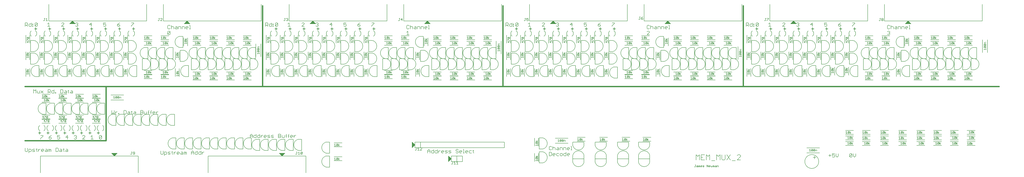
<source format=gto>
G04 Output by ViewMate Deluxe V11.0.9  PentaLogix LLC*
G04 Tue Sep 23 07:11:40 2014*
%FSLAX33Y33*%
%MOMM*%
%IPPOS*%
%ADD17C,0.13*%
%ADD116C,0.1524*%
%ADD117C,0.2032*%
%ADD119C,0.6096*%
%ADD121C,0.127*%
%ADD122C,0.254*%

%LPD*%
X0Y0D2*D121*G1X434383Y63818D2*X434383Y58738D1*D17*X361777Y16891D2*X361777Y16434D1*X438587Y63335D2*X438587Y62725D1*X217150Y65507D2*X217607Y65507D1*X360230Y17196D2*X360230Y16586D1*X361168Y16434D2*X361168Y17043D1*X361777Y16891D2*X361625Y17043D1*X361168Y17043*X360840Y17196D2*X360840Y16586D1*X360688Y16434*X360383Y16434*X360230Y16586*X360840Y17196*X360688Y17348*X360383Y17348*X360230Y17196*X359905Y17196D2*X359753Y17348D1*X359448Y17348*X359296Y17196*X359296Y16586*X359448Y16434*X359753Y16434*X359905Y16586*X359905Y17196*X359296Y16586*X358361Y16434D2*X358971Y16434D1*X358666Y16434D2*X358666Y17348D1*X358361Y17043*X10254Y76129D2*X10447Y75933D1*X10643Y75933*X10838Y76129*X10838Y77102*X11034Y77102D2*X10643Y77102D1*X11422Y76713D2*X11814Y77102D1*X11814Y75933*X12202Y75933D2*X11422Y75933D1*X64272Y75933D2*X63492Y75933D1*X64272Y76713*X64272Y76909*X64077Y77102*X63688Y77102*X63492Y76909*X62713Y77102D2*X63104Y77102D1*X62908Y77102D2*X62908Y76129D1*X62713Y75933*X62517Y75933*X62324Y76129*X49825Y15169D2*X50020Y14973D1*X50213Y14973*X50409Y15169*X50213Y16142D2*X50604Y16142D1*X50409Y15169D2*X50409Y16142D1*X50993Y15169D2*X51189Y14973D1*X51577Y14973*X51773Y15169*X51773Y15558D2*X51189Y15558D1*X50993Y15753*X50993Y15949*X51189Y16142*X51577Y16142*X51773Y15949*X51773Y15169*X124854Y15169D2*X125049Y14973D1*X125245Y14973*X125440Y15169*X125440Y16142*X125633Y16142D2*X125245Y16142D1*X126025Y15753D2*X126413Y16142D1*X126413Y14973*X126804Y14973D2*X126025Y14973D1*X127193Y15169D2*X127193Y15949D1*X127389Y16142*X127777Y16142*X127973Y15949*X127973Y15169*X127777Y14973*X127389Y14973*X127193Y15169*X127973Y15949*X180724Y16878D2*X180724Y18047D1*X180332Y16878D2*X181112Y16878D1*X179164Y17074D2*X179357Y16878D1*X179553Y16878*X179748Y17074*X179748Y18047*X179944Y18047D2*X179553Y18047D1*X180724Y18047D2*X180332Y17658D1*X181501Y17854D2*X181696Y18047D1*X182088Y18047*X182281Y17854*X182281Y17658*X181501Y16878*X182281Y16878*X198011Y11308D2*X198402Y11697D1*X195674Y10724D2*X195867Y10528D1*X196063Y10528*X196258Y10724*X196258Y11697*X196454Y11697D2*X196063Y11697D1*X196842Y11308D2*X197234Y11697D1*X197234Y10528*X197622Y10528D2*X196842Y10528D1*X198791Y10528D2*X198011Y10528D1*X198402Y11697D2*X198402Y10528D1*X246868Y20879D2*X246868Y21488D1*X247477Y20879D2*X247477Y21336D1*X247325Y21488*X246868Y21488*X244061Y21488D2*X244366Y21793D1*X244366Y20879*X244671Y20879D2*X244061Y20879D1*X245605Y21641D2*X245453Y21793D1*X245148Y21793*X244996Y21641*X244996Y21031*X245605Y21031D2*X245605Y21641D1*X244996Y21031*X245148Y20879*X245453Y20879*X245605Y21031*X245930Y21031D2*X245930Y21641D1*X246083Y21793*X246388Y21793*X246540Y21641*X246540Y21031*X246388Y20879*X246083Y20879*X245930Y21031*X246540Y21641*X326850Y59550D2*X326545Y59855D1*X327462Y59855*X327462Y60160D2*X327462Y59550D1*X327309Y60485D2*X326697Y60485D1*X326545Y60637*X326545Y60942*X326697Y61097*X327309Y61097*X327462Y60942*X327462Y60637*X327309Y60485*X326697Y61097*X326697Y62032D2*X326545Y61879D1*X326545Y61575*X326697Y61422*X327309Y61422*X327309Y62032D2*X326697Y62032D1*X327309Y61422*X327462Y61575*X327462Y61879*X327309Y62032*X327462Y62357D2*X326850Y62357D1*X326850Y62814*X327005Y62967*X327462Y62967*X437975Y62725D2*X437670Y63030D1*X438587Y63030*X438434Y63660D2*X437822Y63660D1*X437670Y63812*X437670Y64117*X437822Y64272*X438434Y64272D2*X437822Y64272D1*X438434Y63660*X438587Y63812*X438587Y64117*X438434Y64272*X438434Y64597D2*X437822Y64597D1*X437670Y64750*X437670Y65054*X437822Y65207*X438434Y65207*X438587Y65054*X438587Y64750*X438434Y64597*X437822Y65207*X437975Y65989D2*X437975Y65532D1*X438587Y65532*X438587Y66142D2*X438130Y66142D1*X437975Y65989*X391152Y76909D2*X391348Y77102D1*X391737Y77102*X391932Y76909*X391932Y76713*X391737Y76518*X391348Y76518D2*X391152Y76322D1*X391152Y76129*X391348Y75933*X391737Y75933*X391932Y76129*X391932Y76322*X391737Y76518*X391348Y76518*X391152Y76713*X391152Y76909*X390373Y77102D2*X390764Y77102D1*X390568Y77102D2*X390568Y76129D1*X390373Y75933*X390177Y75933*X389984Y76129*X339082Y75933D2*X339082Y76129D1*X339862Y76909*X339862Y77102*X339082Y77102*X338303Y77102D2*X338694Y77102D1*X338498Y77102D2*X338498Y76129D1*X338303Y75933*X338107Y75933*X337914Y76129*X282712Y77737D2*X282324Y77544D1*X281932Y77152*X281932Y76764*X282128Y76568*X282517Y76568*X282712Y76764*X282712Y76957*X282517Y77152*X281932Y77152*X281153Y77737D2*X281544Y77737D1*X281348Y77737D2*X281348Y76764D1*X281153Y76568*X280957Y76568*X280764Y76764*X228887Y75933D2*X228694Y76129D1*X229862Y77102D2*X230642Y77102D1*X229862Y76129D2*X230058Y75933D1*X230447Y75933*X230642Y76129*X230642Y76518*X230447Y76713*X230254Y76713*X229862Y76518*X229862Y77102*X229083Y77102D2*X229474Y77102D1*X229278Y77102D2*X229278Y76129D1*X229083Y75933*X228887Y75933*X216995Y62090D2*X216690Y62395D1*X217607Y62395*X217607Y62700D2*X217607Y62090D1*X217454Y63025D2*X216842Y63025D1*X216690Y63177*X216690Y63482*X216842Y63637*X217454Y63637D2*X216842Y63637D1*X217454Y63025*X217607Y63177*X217607Y63482*X217454Y63637*X217454Y63962D2*X216842Y63962D1*X216690Y64115*X216690Y64419*X216842Y64572*X217454Y64572*X217607Y64419*X217607Y64115*X217454Y63962*X216842Y64572*X216995Y65354D2*X216995Y64897D1*X217607Y64897*X216995Y65354D2*X217150Y65507D1*X173492Y76518D2*X172712Y76518D1*X173297Y75933D2*X173297Y77102D1*X172712Y76518*X171933Y77102D2*X172324Y77102D1*X172128Y77102D2*X172128Y76129D1*X171933Y75933*X171737Y75933*X171544Y76129*X119667Y75933D2*X119474Y76129D1*X121034Y76518D2*X121227Y76518D1*X120642Y76129D2*X120838Y75933D1*X121227Y75933*X121422Y76129*X121422Y76322*X121227Y76518*X121422Y76713*X121422Y76909*X121227Y77102*X120838Y77102*X120642Y76909*X119863Y77102D2*X120254Y77102D1*X120058Y77102D2*X120058Y76129D1*X119863Y75933*X119667Y75933*X107470Y61125D2*X107775Y60820D1*X107622Y62692D2*X108234Y62692D1*X108387Y63627D2*X107775Y63627D1*X108387Y64237D2*X107930Y64237D1*X107775Y64084*X107775Y63627*X107622Y63302D2*X108234Y63302D1*X108387Y63149*X108387Y62845*X108234Y62692*X107622Y63302*X107470Y63149*X107470Y62845*X107622Y62692*X107622Y62367D2*X107470Y62212D1*X107470Y61907*X107622Y61755*X108234Y61755*X108387Y61907*X108387Y62212*X108234Y62367*X107622Y62367*X108234Y61755*X108387Y60820D2*X108387Y61430D1*X107470Y61125D2*X108387Y61125D1*X42436Y41478D2*X42131Y41173D1*X44000Y41326D2*X44000Y40716D1*X44938Y40564D2*X44938Y41173D1*X45547Y40564D2*X45547Y41021D1*X45395Y41173*X44938Y41173*X44610Y41326D2*X44610Y40716D1*X44458Y40564*X44153Y40564*X44000Y40716*X44610Y41326*X44458Y41478*X44153Y41478*X44000Y41326*X43675Y41326D2*X43523Y41478D1*X43218Y41478*X43066Y41326*X43066Y40716*X43675Y41326*X43675Y40716*X43523Y40564*X43218Y40564*X43066Y40716*X42131Y40564D2*X42741Y40564D1*X42436Y41478D2*X42436Y40564D1*X71255Y60980D2*X71570Y61450D1*X428897Y68356D2*X429209Y68669D1*X429209Y67729*X429524Y67729D2*X428897Y67729D1*X429832Y67887D2*X429832Y68514D1*X429989Y68669*X430301Y68669*X430459Y68514*X430459Y67887D2*X430459Y68514D1*X429832Y67887*X429989Y67729*X430301Y67729*X430459Y67887*X430766Y68669D2*X430766Y67729D1*X431236Y68356D2*X430766Y68042D1*X431236Y67729*X432016Y65316D2*X431546Y65629D1*X432016Y65943*X429674Y65943D2*X429989Y66256D1*X429989Y65316*X430301Y65316D2*X429674Y65316D1*X430609Y65474D2*X430609Y66101D1*X430766Y66256*X431081Y66256*X431236Y66101*X431546Y65316D2*X431546Y66256D1*X431081Y65316D2*X431236Y65474D1*X431236Y66101*X430609Y65474*X430766Y65316*X431081Y65316*X431102Y19627D2*X431102Y20254D1*X432506Y19469D2*X432036Y19782D1*X432506Y20096*X432036Y20409D2*X432036Y19469D1*X431729Y20254D2*X431729Y19627D1*X431571Y19469*X431259Y19469*X431102Y19627*X431729Y20254*X431571Y20409*X431259Y20409*X431102Y20254*X430167Y20096D2*X430479Y20409D1*X430479Y19469*X430167Y19469D2*X430794Y19469D1*X424259Y20381D2*X424259Y19754D1*X425666Y20223D2*X425196Y19909D1*X425666Y19596*X425196Y20536D2*X425196Y19596D1*X424886Y20381D2*X424886Y19754D1*X424731Y19596*X424416Y19596*X424259Y19754*X424886Y20381*X424731Y20536*X424416Y20536*X424259Y20381*X423324Y20223D2*X423639Y20536D1*X423951Y19596D2*X423324Y19596D1*X423639Y20536D2*X423639Y19596D1*X423324Y22763D2*X423639Y23076D1*X423639Y22136*X423951Y22136D2*X423324Y22136D1*X424259Y22294D2*X424259Y22921D1*X424416Y23076*X424731Y23076*X424886Y22921*X424886Y22294*X424731Y22136*X424416Y22136*X424259Y22294*X424886Y22921*X425196Y22136D2*X425196Y23076D1*X425666Y22136D2*X425196Y22449D1*X425666Y22763*X430944Y22763D2*X431259Y23076D1*X431259Y22136*X431571Y22136D2*X430944Y22136D1*X432506Y22921D2*X432351Y23076D1*X432036Y23076*X431879Y22921*X431879Y22294*X432506Y22294D2*X432506Y22921D1*X431879Y22294*X432036Y22136*X432351Y22136*X432506Y22294*X433286Y22136D2*X432816Y22449D1*X433286Y22763*X432816Y23076D2*X432816Y22136D1*X433286Y24676D2*X432816Y24989D1*X433286Y25303*X432816Y25616D2*X432816Y24676D1*X432506Y25461D2*X432351Y25616D1*X432036Y25616*X431879Y25461*X431879Y24834*X432036Y24676*X432351Y24676*X432506Y24834*X432506Y25461*X431879Y24834*X431571Y24676D2*X430944Y24676D1*X431259Y24676D2*X431259Y25616D1*X430944Y25303*X423482Y24707D2*X423482Y25334D1*X424886Y24549D2*X424416Y24862D1*X424886Y25176*X424416Y25489D2*X424416Y24549D1*X424109Y25334D2*X424109Y24707D1*X423951Y24549*X423639Y24549*X423482Y24707*X424109Y25334*X423951Y25489*X423639Y25489*X423482Y25334*X422547Y25176D2*X422859Y25489D1*X422859Y24549*X422547Y24549D2*X423174Y24549D1*X417266Y24549D2*X416796Y24862D1*X417266Y25176*X416796Y25489D2*X416796Y24549D1*X416489Y25334D2*X416331Y25489D1*X416019Y25489*X415862Y25334*X415862Y24707D2*X416019Y24549D1*X416331Y24549*X416489Y24707*X416489Y25334*X415862Y24707*X415862Y25334*X414927Y25176D2*X415239Y25489D1*X415239Y24549*X414927Y24549D2*X415554Y24549D1*X414927Y22636D2*X415239Y22949D1*X415239Y22009*X415554Y22009D2*X414927Y22009D1*X415862Y22167D2*X415862Y22794D1*X416019Y22949*X416331Y22949*X416489Y22794*X416489Y22167D2*X416489Y22794D1*X415862Y22167*X416019Y22009*X416331Y22009*X416489Y22167*X416796Y22949D2*X416796Y22009D1*X417266Y22636D2*X416796Y22322D1*X417266Y22009*X418046Y20223D2*X417576Y19909D1*X418046Y19596*X417576Y20536D2*X417576Y19596D1*X417266Y20381D2*X417111Y20536D1*X416796Y20536*X416639Y20381*X416639Y19754*X416796Y19596*X417111Y19596*X417266Y19754*X417266Y20381*X416639Y19754*X416331Y19596D2*X415704Y19596D1*X416019Y19596D2*X416019Y20536D1*X415704Y20223*X410426Y20223D2*X409956Y19909D1*X410426Y19596*X409956Y20536D2*X409956Y19596D1*X409646Y20381D2*X409491Y20536D1*X409176Y20536*X409019Y20381*X409019Y19754*X409176Y19596*X409491Y19596*X409646Y19754*X409646Y20381*X409019Y19754*X408711Y19596D2*X408084Y19596D1*X408399Y19596D2*X408399Y20536D1*X408084Y20223*X402171Y20223D2*X401701Y19909D1*X402171Y19596*X401701Y20536D2*X401701Y19596D1*X401391Y20381D2*X401236Y20536D1*X400921Y20536*X400764Y20381*X400764Y19754*X400921Y19596*X401236Y19596*X401391Y19754*X401391Y20381*X400764Y19754*X400456Y19596D2*X399829Y19596D1*X400144Y19596D2*X400144Y20536D1*X399829Y20223*X393916Y20223D2*X393446Y19909D1*X393916Y19596*X393446Y20536D2*X393446Y19596D1*X393136Y20381D2*X392981Y20536D1*X392666Y20536*X392509Y20381*X392509Y19754D2*X392666Y19596D1*X392981Y19596*X393136Y19754*X393136Y20381*X392509Y19754*X392509Y20381*X391574Y20223D2*X391889Y20536D1*X391889Y19596*X391574Y19596D2*X392201Y19596D1*X384254Y20381D2*X384254Y19754D1*X385661Y20223D2*X385191Y19909D1*X385661Y19596*X385191Y20536D2*X385191Y19596D1*X384881Y20381D2*X384881Y19754D1*X384726Y19596*X384411Y19596*X384254Y19754*X384881Y20381*X384726Y20536*X384411Y20536*X384254Y20381*X383319Y20223D2*X383634Y20536D1*X383634Y19596*X383319Y19596D2*X383946Y19596D1*X376634Y20381D2*X376634Y19754D1*X378041Y20223D2*X377571Y19909D1*X378041Y19596*X377571Y20536D2*X377571Y19596D1*X377261Y20381D2*X377261Y19754D1*X377106Y19596*X376791Y19596*X376634Y19754*X377261Y20381*X377106Y20536*X376791Y20536*X376634Y20381*X375699Y20223D2*X376014Y20536D1*X376326Y19596D2*X375699Y19596D1*X376014Y20536D2*X376014Y19596D1*X375699Y22763D2*X376014Y23076D1*X376014Y22136*X376326Y22136D2*X375699Y22136D1*X376634Y22294D2*X376634Y22921D1*X376791Y23076*X377106Y23076*X377261Y22921*X377261Y22294*X377106Y22136*X376791Y22136*X376634Y22294*X377261Y22921*X377571Y22136D2*X377571Y23076D1*X378041Y22136D2*X377571Y22449D1*X378041Y22763*X382542Y22636D2*X382854Y22949D1*X382854Y22009*X383169Y22009D2*X382542Y22009D1*X383476Y22167D2*X383476Y22794D1*X383634Y22949*X383946Y22949*X384104Y22794*X384104Y22167*X383946Y22009*X383634Y22009*X383476Y22167*X384104Y22794*X384411Y22009D2*X384411Y22949D1*X384881Y22009D2*X384411Y22322D1*X384881Y22636*X390797Y22636D2*X391109Y22949D1*X391109Y22009*X391424Y22009D2*X390797Y22009D1*X391732Y22167D2*X391732Y22794D1*X391889Y22949*X392201Y22949*X392359Y22794*X392359Y22167*X392201Y22009*X391889Y22009*X391732Y22167*X392359Y22794*X392666Y22009D2*X392666Y22949D1*X393136Y22009D2*X392666Y22322D1*X393136Y22636*X399052Y22636D2*X399364Y22949D1*X399364Y22009*X399679Y22009D2*X399052Y22009D1*X399986Y22167D2*X399986Y22794D1*X400144Y22949*X400456Y22949*X400614Y22794*X400614Y22167*X400456Y22009*X400144Y22009*X399986Y22167*X400614Y22794*X400921Y22009D2*X400921Y22949D1*X401391Y22009D2*X400921Y22322D1*X401391Y22636*X407307Y22636D2*X407619Y22949D1*X407619Y22009*X407934Y22009D2*X407307Y22009D1*X408242Y22167D2*X408242Y22794D1*X408399Y22949*X408711Y22949*X408869Y22794*X408869Y22167D2*X408869Y22794D1*X408242Y22167*X408399Y22009*X408711Y22009*X408869Y22167*X409646Y22009D2*X409176Y22322D1*X409646Y22636*X409176Y22949D2*X409176Y22009D1*X409646Y24549D2*X409176Y24862D1*X409646Y25176*X409176Y25489D2*X409176Y24549D1*X408869Y25334D2*X408711Y25489D1*X408399Y25489*X408242Y25334*X408242Y24707D2*X408399Y24549D1*X408711Y24549*X408869Y24707*X408869Y25334*X408242Y24707*X408242Y25334*X407307Y25176D2*X407619Y25489D1*X407619Y24549*X407307Y24549D2*X407934Y24549D1*X401391Y24549D2*X400921Y24862D1*X401391Y25176*X400921Y25489D2*X400921Y24549D1*X400614Y25334D2*X400456Y25489D1*X400144Y25489*X399986Y25334*X399986Y24707D2*X400144Y24549D1*X400456Y24549*X400614Y24707*X400614Y25334*X399986Y24707*X399986Y25334*X399052Y25176D2*X399364Y25489D1*X399364Y24549*X399052Y24549D2*X399679Y24549D1*X393136Y24549D2*X392666Y24862D1*X393136Y25176*X392666Y25489D2*X392666Y24549D1*X392359Y25334D2*X392201Y25489D1*X391889Y25489*X391732Y25334*X391732Y24707*X391889Y24549*X392201Y24549*X392359Y24707*X392359Y25334*X391732Y24707*X390797Y24549D2*X391424Y24549D1*X391109Y24549D2*X391109Y25489D1*X390797Y25176*X383476Y24707D2*X383476Y25334D1*X384881Y24549D2*X384411Y24862D1*X384881Y25176*X384411Y25489D2*X384411Y24549D1*X384104Y25334D2*X384104Y24707D1*X383946Y24549*X383634Y24549*X383476Y24707*X384104Y25334*X383946Y25489*X383634Y25489*X383476Y25334*X382542Y25176D2*X382854Y25489D1*X382854Y24549*X382542Y24549D2*X383169Y24549D1*X377261Y24549D2*X376791Y24862D1*X377261Y25176*X376791Y25489D2*X376791Y24549D1*X376484Y25334D2*X376326Y25489D1*X376014Y25489*X375856Y25334*X375856Y24707*X376014Y24549*X376326Y24549*X376484Y24707*X376484Y25334*X375856Y24707*X374922Y24549D2*X375549Y24549D1*X375234Y24549D2*X375234Y25489D1*X374922Y25176*X266357Y52426D2*X265730Y52426D1*X266515Y53830D2*X266200Y53360D1*X265887Y53830*X265572Y53360D2*X266515Y53360D1*X265730Y53053D2*X266357Y53053D1*X266515Y52896*X266515Y52581*X266357Y52426*X265730Y53053*X265572Y52896*X265572Y52581*X265730Y52426*X265887Y51488D2*X265572Y51803D1*X266515Y52116D2*X266515Y51488D1*X265572Y51803D2*X266515Y51803D1*X259537Y51488D2*X259222Y51803D1*X260165Y52116D2*X260165Y51488D1*X259222Y51803D2*X260165Y51803D1*X259222Y52581D2*X259380Y52426D1*X260007Y52426*X260165Y53830D2*X259850Y53360D1*X259537Y53830*X259222Y53360D2*X260165Y53360D1*X259380Y53053D2*X260007Y53053D1*X260165Y52896*X260165Y52581*X260007Y52426*X259380Y53053*X259222Y52896*X259222Y52581*X253657Y52426D2*X253030Y52426D1*X253815Y53830D2*X253500Y53360D1*X253187Y53830*X252872Y53360D2*X253815Y53360D1*X253030Y53053D2*X253657Y53053D1*X253815Y52896*X253815Y52581*X253657Y52426*X253030Y53053*X252872Y52896*X252872Y52581*X253030Y52426*X253187Y51488D2*X252872Y51803D1*X253815Y52116D2*X253815Y51488D1*X252872Y51803D2*X253815Y51803D1*X246837Y51488D2*X246522Y51803D1*X247465Y52116D2*X247465Y51488D1*X246522Y51803D2*X247465Y51803D1*X246522Y52581D2*X246680Y52426D1*X247307Y52426*X247465Y53830D2*X247150Y53360D1*X246837Y53830*X246522Y53360D2*X247465Y53360D1*X246680Y53053D2*X247307Y53053D1*X247465Y52896*X247465Y52581*X247307Y52426*X246680Y53053*X246522Y52896*X246522Y52581*X240957Y52426D2*X240330Y52426D1*X241115Y53830D2*X240800Y53360D1*X240487Y53830*X240172Y53360D2*X241115Y53360D1*X240330Y53053D2*X240957Y53053D1*X241115Y52896*X241115Y52581*X240957Y52426*X240330Y53053*X240172Y52896*X240172Y52581*X240330Y52426*X240487Y51488D2*X240172Y51803D1*X241115Y52116D2*X241115Y51488D1*X240172Y51803D2*X241115Y51803D1*X234137Y51488D2*X233822Y51803D1*X234765Y52116D2*X234765Y51488D1*X233822Y51803D2*X234765Y51803D1*X233822Y52581D2*X233980Y52426D1*X234607Y52426*X234765Y53830D2*X234450Y53360D1*X234137Y53830*X233822Y53360D2*X234765Y53360D1*X233980Y53053D2*X234607Y53053D1*X234765Y52896*X234765Y52581*X234607Y52426*X233980Y53053*X233822Y52896*X233822Y52581*X228257Y52426D2*X227630Y52426D1*X228415Y53830D2*X228100Y53360D1*X227787Y53830*X227472Y53360D2*X228415Y53360D1*X227630Y53053D2*X228257Y53053D1*X228415Y52896*X228415Y52581*X228257Y52426*X227630Y53053*X227472Y52896*X227472Y52581*X227630Y52426*X227787Y51488D2*X227472Y51803D1*X228415Y52116D2*X228415Y51488D1*X227472Y51803D2*X228415Y51803D1*X221437Y51488D2*X221122Y51803D1*X222065Y51803*X222065Y52116D2*X222065Y51488D1*X221907Y52426D2*X221280Y52426D1*X221122Y52581*X221122Y52896*X221280Y53053*X221907Y53053D2*X221280Y53053D1*X221907Y52426*X222065Y52581*X222065Y52896*X221907Y53053*X221122Y53360D2*X222065Y53360D1*X221437Y53830D2*X221750Y53360D1*X222065Y53830*X222065Y61450D2*X221750Y60980D1*X221437Y61450*X221122Y60980D2*X222065Y60980D1*X221280Y60673D2*X221122Y60516D1*X221122Y60201*X221280Y60046*X221907Y60046*X222065Y60201*X222065Y60516*X221907Y60673*X221280Y60673*X221907Y60046*X222065Y59108D2*X222065Y59736D1*X221437Y59108D2*X221122Y59423D1*X222065Y59423*X234137Y59108D2*X233822Y59423D1*X234765Y59736D2*X234765Y59108D1*X233822Y59423D2*X234765Y59423D1*X227787Y59108D2*X227472Y59423D1*X228415Y59423*X228415Y59736D2*X228415Y59108D1*X228257Y60046D2*X227630Y60046D1*X227472Y60201*X227472Y60516*X227630Y60673*X228257Y60673D2*X227630Y60673D1*X228257Y60046*X228415Y60201*X228415Y60516*X228257Y60673*X227472Y60980D2*X228415Y60980D1*X227787Y61450D2*X228100Y60980D1*X228415Y61450*X234765Y61450D2*X234450Y60980D1*X234137Y61450*X233822Y60980D2*X234765Y60980D1*X233980Y60673D2*X233822Y60516D1*X233822Y60201*X233980Y60046*X234607Y60046*X234765Y60201D2*X234607Y60046D1*X233980Y60673*X234607Y60673*X234765Y60516*X234765Y60201*X240957Y60046D2*X240330Y60046D1*X241115Y61450D2*X240800Y60980D1*X240487Y61450*X240172Y60980D2*X241115Y60980D1*X240330Y60673D2*X240957Y60673D1*X241115Y60516*X241115Y60201*X240957Y60046*X240330Y60673*X240172Y60516*X240172Y60201*X240330Y60046*X240487Y59108D2*X240172Y59423D1*X241115Y59423*X241115Y59108D2*X241115Y59736D1*X246837Y59108D2*X246522Y59423D1*X247465Y59423*X247465Y59736D2*X247465Y59108D1*X247307Y60046D2*X246680Y60046D1*X246522Y60201*X246522Y60516*X246680Y60673*X247307Y60673D2*X246680Y60673D1*X247307Y60046*X247465Y60201*X247465Y60516*X247307Y60673*X246522Y60980D2*X247465Y60980D1*X246837Y61450D2*X247150Y60980D1*X247465Y61450*X253815Y61450D2*X253500Y60980D1*X253187Y61450*X252872Y60980D2*X253815Y60980D1*X253030Y60673D2*X252872Y60516D1*X252872Y60201*X253030Y60046*X253657Y60046*X253815Y60201*X253815Y60516*X253657Y60673*X253030Y60673*X253657Y60046*X253815Y59108D2*X253815Y59736D1*X253187Y59108D2*X252872Y59423D1*X253815Y59423*X265887Y59108D2*X265572Y59423D1*X266515Y59736D2*X266515Y59108D1*X265572Y59423D2*X266515Y59423D1*X259537Y59108D2*X259222Y59423D1*X260165Y59423*X260165Y59736D2*X260165Y59108D1*X260007Y60046D2*X259380Y60046D1*X259222Y60201*X259222Y60516*X259380Y60673*X260007Y60673D2*X259380Y60673D1*X260007Y60046*X260165Y60201*X260165Y60516*X260007Y60673*X259222Y60980D2*X260165Y60980D1*X259537Y61450D2*X259850Y60980D1*X260165Y61450*X266515Y61450D2*X266200Y60980D1*X265887Y61450*X265572Y60980D2*X266515Y60980D1*X265730Y60673D2*X265572Y60516D1*X265572Y60201*X265730Y60046*X266357Y60046*X266515Y60201D2*X266515Y60516D1*X266357Y60673*X265730Y60673*X266357Y60046*X266515Y60201*X289852Y60046D2*X289225Y60046D1*X290010Y61450D2*X289695Y60980D1*X289382Y61450*X289067Y60980D2*X290010Y60980D1*X289225Y60673D2*X289852Y60673D1*X290010Y60516*X290010Y60201*X289852Y60046*X289225Y60673*X289067Y60516*X289067Y60201*X289225Y60046*X289382Y59108D2*X289067Y59423D1*X290010Y59423*X290010Y59108D2*X290010Y59736D1*X322016Y49941D2*X321546Y49627D1*X322016Y49314*X321546Y50254D2*X321546Y49314D1*X321239Y50099D2*X321081Y50254D1*X320769Y50254*X320612Y50099*X320612Y49472*X320769Y49314*X321081Y49314*X321239Y49472*X321239Y50099*X320612Y49472*X319677Y49314D2*X320304Y49314D1*X319989Y49314D2*X319989Y50254D1*X319677Y49941*X314396Y49941D2*X313926Y49627D1*X314396Y49314*X313926Y50254D2*X313926Y49314D1*X313619Y50099D2*X313461Y50254D1*X313149Y50254*X312992Y50099*X312992Y49472*X313149Y49314*X313461Y49314*X313619Y49472*X313619Y50099*X312992Y49472*X312057Y49314D2*X312684Y49314D1*X312369Y49314D2*X312369Y50254D1*X312057Y49941*X306776Y49941D2*X306306Y49627D1*X306776Y49314*X306306Y50254D2*X306306Y49314D1*X305999Y50099D2*X305841Y50254D1*X305529Y50254*X305372Y50099*X305372Y49472*X305529Y49314*X305841Y49314*X305999Y49472*X305999Y50099*X305372Y49472*X304437Y49314D2*X305064Y49314D1*X304749Y49314D2*X304749Y50254D1*X304437Y49941*X299156Y49941D2*X298686Y49627D1*X299156Y49314*X298686Y50254D2*X298686Y49314D1*X298379Y50099D2*X298221Y50254D1*X297909Y50254*X297752Y50099*X297752Y49472*X297909Y49314*X298221Y49314*X298379Y49472*X298379Y50099*X297752Y49472*X296817Y49314D2*X297444Y49314D1*X297129Y49314D2*X297129Y50254D1*X296817Y49941*X284551Y49949D2*X284081Y50262D1*X284551Y50576*X284081Y50889D2*X284081Y49949D1*X283774Y50734D2*X283616Y50889D1*X283304Y50889*X283146Y50734*X283146Y50107*X283304Y49949*X283616Y49949*X283774Y50107*X283774Y50734*X283146Y50107*X282212Y49949D2*X282839Y49949D1*X282524Y49949D2*X282524Y50889D1*X282212Y50576*X274592Y50576D2*X274904Y50889D1*X274592Y49949D2*X275219Y49949D1*X274904Y50889D2*X274904Y49949D1*X275684Y50889D2*X275526Y50734D1*X275526Y50107*X276931Y49949D2*X276461Y50262D1*X276931Y50576*X276461Y50889D2*X276461Y49949D1*X276154Y50734D2*X276154Y50107D1*X275996Y49949*X275684Y49949*X275526Y50107*X276154Y50734*X275996Y50889*X275684Y50889*X275369Y52608D2*X275684Y52921D1*X275684Y51981*X275996Y51981D2*X275369Y51981D1*X276304Y52139D2*X276304Y52766D1*X276461Y52921*X276776Y52921*X276931Y52766*X276931Y52139*X276776Y51981*X276461Y51981*X276304Y52139*X276931Y52766*X277241Y51981D2*X277241Y52921D1*X277711Y51981D2*X277241Y52294D1*X277711Y52608*X282989Y52608D2*X283304Y52921D1*X283304Y51981*X283616Y51981D2*X282989Y51981D1*X283924Y52139D2*X283924Y52766D1*X284081Y52921*X284396Y52921*X284551Y52766*X284551Y52139*X284396Y51981*X284081Y51981*X283924Y52139*X284551Y52766*X284861Y51981D2*X284861Y52921D1*X285331Y51981D2*X284861Y52294D1*X285331Y52608*X289852Y52426D2*X289225Y52426D1*X290010Y53830D2*X289695Y53360D1*X289382Y53830*X289067Y53360D2*X290010Y53360D1*X289225Y53053D2*X289852Y53053D1*X290010Y52896*X290010Y52581*X289852Y52426*X289225Y53053*X289067Y52896*X289067Y52581*X289225Y52426*X289382Y51488D2*X289067Y51803D1*X290010Y51803*X290010Y52116D2*X290010Y51488D1*X297594Y51973D2*X297909Y52286D1*X297909Y51346*X298221Y51346D2*X297594Y51346D1*X298529Y51504D2*X298529Y52131D1*X298686Y52286*X299001Y52286*X299156Y52131*X299156Y51504*X299001Y51346*X298686Y51346*X298529Y51504*X299156Y52131*X299466Y51346D2*X299466Y52286D1*X299936Y51346D2*X299466Y51659D1*X299936Y51973*X305214Y51973D2*X305529Y52286D1*X305529Y51346*X305841Y51346D2*X305214Y51346D1*X306149Y51504D2*X306149Y52131D1*X306306Y52286*X306621Y52286*X306776Y52131*X306776Y51504*X306621Y51346*X306306Y51346*X306149Y51504*X306776Y52131*X307086Y51346D2*X307086Y52286D1*X307556Y51346D2*X307086Y51659D1*X307556Y51973*X312834Y51973D2*X313149Y52286D1*X313149Y51346*X313461Y51346D2*X312834Y51346D1*X313769Y51504D2*X313769Y52131D1*X313926Y52286*X314241Y52286*X314396Y52131*X314396Y51504*X314241Y51346*X313926Y51346*X313769Y51504*X314396Y52131*X314706Y51346D2*X314706Y52286D1*X315176Y51346D2*X314706Y51659D1*X315176Y51973*X320454Y51973D2*X320769Y52286D1*X320769Y51346*X321081Y51346D2*X320454Y51346D1*X321389Y51504D2*X321389Y52131D1*X321546Y52286*X321861Y52286*X322016Y52131*X322016Y51504*X321861Y51346*X321546Y51346*X321389Y51504*X322016Y52131*X322326Y51346D2*X322326Y52286D1*X322796Y51346D2*X322326Y51659D1*X322796Y51973*X369227Y60046D2*X368600Y60046D1*X399072Y60046D2*X398445Y60046D1*X399230Y61450D2*X398915Y60980D1*X398602Y61450*X398287Y60980D2*X399230Y60980D1*X398445Y60673D2*X399072Y60673D1*X399230Y60516*X399230Y60201*X399072Y60046*X398445Y60673*X398287Y60516*X398287Y60201*X398445Y60046*X398602Y59108D2*X398287Y59423D1*X399230Y59423*X399230Y59108D2*X399230Y59736D1*X422054Y51973D2*X422369Y52286D1*X422369Y51346*X422681Y51346D2*X422054Y51346D1*X423616Y52131D2*X423461Y52286D1*X423146Y52286*X422989Y52131*X422989Y51504*X423616Y51504D2*X423616Y52131D1*X422989Y51504*X423146Y51346*X423461Y51346*X423616Y51504*X423926Y52286D2*X423926Y51346D1*X424396Y51973D2*X423926Y51659D1*X424396Y51346*X429832Y50099D2*X429832Y49472D1*X432016Y51346D2*X431546Y51659D1*X432016Y51973*X429674Y51973D2*X429989Y52286D1*X429989Y51346*X430301Y51346D2*X429674Y51346D1*X430609Y51504D2*X430609Y52131D1*X430766Y52286*X431081Y52286*X431236Y52131*X431546Y51346D2*X431546Y52286D1*X431081Y51346D2*X431236Y51504D1*X431236Y52131*X430609Y51504*X430766Y51346*X431081Y51346*X431236Y49941D2*X430766Y49627D1*X431236Y49314*X430766Y50254D2*X430766Y49314D1*X430459Y50099D2*X430459Y49472D1*X430301Y49314*X429989Y49314*X429832Y49472*X430459Y50099*X430301Y50254*X429989Y50254*X429832Y50099*X428897Y49941D2*X429209Y50254D1*X429209Y49314*X428897Y49314D2*X429524Y49314D1*X423616Y49314D2*X423146Y49627D1*X423616Y49941*X423146Y50254D2*X423146Y49314D1*X422839Y50099D2*X422681Y50254D1*X422369Y50254*X422212Y50099*X422212Y49472*X422369Y49314*X422681Y49314*X422839Y49472*X422839Y50099*X422212Y49472*X421277Y49314D2*X421904Y49314D1*X421589Y49314D2*X421589Y50254D1*X421277Y49941*X416776Y51346D2*X416306Y51659D1*X416776Y51973*X414434Y51973D2*X414749Y52286D1*X414749Y51346*X415061Y51346D2*X414434Y51346D1*X415369Y51504D2*X415369Y52131D1*X415526Y52286*X415841Y52286*X415996Y52131*X416306Y51346D2*X416306Y52286D1*X415841Y51346D2*X415996Y51504D1*X415996Y52131*X415369Y51504*X415526Y51346*X415841Y51346*X415996Y49941D2*X415526Y49627D1*X415996Y49314*X415526Y50254D2*X415526Y49314D1*X415219Y50099D2*X415061Y50254D1*X414749Y50254*X414592Y50099*X414592Y49472*X414749Y49314*X415061Y49314*X415219Y49472*X415219Y50099*X414592Y49472*X413657Y49314D2*X414284Y49314D1*X413969Y49314D2*X413969Y50254D1*X413657Y49941*X406037Y49941D2*X406349Y50254D1*X406349Y49314*X406664Y49314D2*X406037Y49314D1*X406972Y49472D2*X406972Y50099D1*X407129Y50254*X407441Y50254*X407599Y50099*X407599Y49472*X407441Y49314*X407129Y49314*X406972Y49472*X407599Y50099*X408376Y49941D2*X407906Y49627D1*X408376Y49314*X407906Y50254D2*X407906Y49314D1*X409156Y51973D2*X408686Y51659D1*X409156Y51346*X408686Y52286D2*X408686Y51346D1*X408376Y52131D2*X408221Y52286D1*X407906Y52286*X407749Y52131*X407749Y51504*X408376Y52131*X408376Y51504*X408221Y51346*X407906Y51346*X407749Y51504*X407441Y51346D2*X406814Y51346D1*X407129Y51346D2*X407129Y52286D1*X406814Y51973*X399072Y52426D2*X398445Y52426D1*X399230Y53830D2*X398915Y53360D1*X398602Y53830*X398287Y53360D2*X399230Y53360D1*X398445Y53053D2*X399072Y53053D1*X399230Y52896*X399230Y52581*X399072Y52426*X398445Y53053*X398287Y52896*X398287Y52581*X398445Y52426*X398602Y51488D2*X398287Y51803D1*X399230Y52116D2*X399230Y51488D1*X398287Y51803D2*X399230Y51803D1*X394551Y51346D2*X394081Y51659D1*X394551Y51973*X392209Y51973D2*X392524Y52286D1*X392524Y51346*X392836Y51346D2*X392209Y51346D1*X393144Y51504D2*X393144Y52131D1*X393301Y52286*X393616Y52286*X393771Y52131*X394081Y51346D2*X394081Y52286D1*X393616Y51346D2*X393771Y51504D1*X393771Y52131*X393144Y51504*X393301Y51346*X393616Y51346*X393771Y49941D2*X393301Y49627D1*X393771Y49314*X393301Y50254D2*X393301Y49314D1*X392994Y50099D2*X392836Y50254D1*X392524Y50254*X392366Y50099*X392366Y49472*X392524Y49314*X392836Y49314*X392994Y49472*X392994Y50099*X392366Y49472*X391432Y49314D2*X392059Y49314D1*X391744Y49314D2*X391744Y50254D1*X391432Y49941*X386931Y51346D2*X386461Y51659D1*X386931Y51973*X384589Y51973D2*X384904Y52286D1*X384904Y51346*X385216Y51346D2*X384589Y51346D1*X385524Y51504D2*X385524Y52131D1*X385681Y52286*X385996Y52286*X386151Y52131*X386461Y51346D2*X386461Y52286D1*X385996Y51346D2*X386151Y51504D1*X386151Y52131*X385524Y51504*X385681Y51346*X385996Y51346*X386151Y49941D2*X385681Y49627D1*X386151Y49314*X385681Y50254D2*X385681Y49314D1*X385374Y50099D2*X385216Y50254D1*X384904Y50254*X384746Y50099*X384746Y49472*X384904Y49314*X385216Y49314*X385374Y49472*X385374Y50099*X384746Y49472*X383812Y49314D2*X384439Y49314D1*X384124Y49314D2*X384124Y50254D1*X383812Y49941*X375107Y52123D2*X374792Y52438D1*X375735Y52438*X375735Y52751D2*X375735Y52123D1*X375577Y53061D2*X374950Y53061D1*X374792Y53216*X374792Y53530*X374950Y53688*X375577Y53688D2*X374950Y53688D1*X375577Y53061*X375735Y53216*X375735Y53530*X375577Y53688*X375735Y54465D2*X375420Y53995D1*X375107Y54465*X374792Y53995D2*X375735Y53995D1*X369385Y54465D2*X369070Y53995D1*X368757Y54465*X368442Y53995D2*X369385Y53995D1*X368600Y53688D2*X368442Y53530D1*X368442Y53216*X368600Y53061*X369227Y53061*X369385Y53216*X369385Y53530*X369227Y53688*X368600Y53688*X369227Y53061*X369385Y52751D2*X369385Y52123D1*X369385Y52438D2*X368442Y52438D1*X368757Y52123*X362877Y52426D2*X362250Y52426D1*X363035Y53830D2*X362720Y53360D1*X362407Y53830*X362092Y53360D2*X363035Y53360D1*X362250Y53053D2*X362877Y53053D1*X363035Y52896*X363035Y52581*X362877Y52426*X362250Y53053*X362092Y52896*X362092Y52581*X362250Y52426*X362407Y51488D2*X362092Y51803D1*X363035Y52116D2*X363035Y51488D1*X362092Y51803D2*X363035Y51803D1*X356057Y51488D2*X355742Y51803D1*X356685Y51803*X356685Y52116D2*X356685Y51488D1*X356527Y52426D2*X355900Y52426D1*X355742Y52581*X356057Y53830D2*X356370Y53360D1*X356685Y53830*X355742Y53360D2*X356685Y53360D1*X355900Y53053D2*X356527Y53053D1*X356685Y52896*X356685Y52581*X356527Y52426*X355900Y53053*X355742Y52896*X355742Y52581*X350177Y52426D2*X349550Y52426D1*X350335Y53830D2*X350020Y53360D1*X349707Y53830*X349392Y53360D2*X350335Y53360D1*X349550Y53053D2*X350177Y53053D1*X350335Y52896*X350335Y52581*X350177Y52426*X349550Y53053*X349392Y52896*X349392Y52581*X349550Y52426*X349707Y51488D2*X349392Y51803D1*X350335Y52116D2*X350335Y51488D1*X349392Y51803D2*X350335Y51803D1*X343357Y51488D2*X343042Y51803D1*X343985Y52116D2*X343985Y51488D1*X343042Y51803D2*X343985Y51803D1*X343042Y52581D2*X343200Y52426D1*X343827Y52426*X343985Y53830D2*X343670Y53360D1*X343357Y53830*X343042Y53360D2*X343985Y53360D1*X343200Y53053D2*X343827Y53053D1*X343985Y52896*X343985Y52581*X343827Y52426*X343200Y53053*X343042Y52896*X343042Y52581*X337477Y52426D2*X336850Y52426D1*X337635Y53830D2*X337320Y53360D1*X337007Y53830*X336692Y53360D2*X337635Y53360D1*X336850Y53053D2*X337477Y53053D1*X337635Y52896*X337635Y52581*X337477Y52426*X336850Y53053*X336692Y52896*X336692Y52581*X336850Y52426*X337007Y51488D2*X336692Y51803D1*X337635Y52116D2*X337635Y51488D1*X336692Y51803D2*X337635Y51803D1*X330657Y51488D2*X330342Y51803D1*X331285Y51803*X331285Y52116D2*X331285Y51488D1*X331127Y52426D2*X330500Y52426D1*X330342Y52581*X330342Y52896*X330500Y53053*X331127Y53053*X331285Y52896*X331285Y52581*X331127Y52426*X330500Y53053*X331285Y53360D2*X330342Y53360D1*X331285Y53830D2*X330970Y53360D1*X330657Y53830*X330657Y59108D2*X330342Y59423D1*X331285Y59423*X331285Y59736D2*X331285Y59108D1*X331127Y60046D2*X330500Y60046D1*X330342Y60201*X330342Y60516*X330500Y60673*X331127Y60673D2*X330500Y60673D1*X331127Y60046*X331285Y60201*X331285Y60516*X331127Y60673*X330342Y60980D2*X331285Y60980D1*X330657Y61450D2*X330970Y60980D1*X331285Y61450*X337635Y61450D2*X337320Y60980D1*X337007Y61450*X336692Y60980D2*X337635Y60980D1*X336850Y60673D2*X336692Y60516D1*X336692Y60201*X336850Y60046*X337477Y60046*X337635Y60201*X337635Y60516*X337477Y60673*X336850Y60673*X337477Y60046*X337635Y59108D2*X337635Y59736D1*X337007Y59108D2*X336692Y59423D1*X337635Y59423*X349707Y59108D2*X349392Y59423D1*X350335Y59736D2*X350335Y59108D1*X349392Y59423D2*X350335Y59423D1*X343357Y59108D2*X343042Y59423D1*X343985Y59423*X343985Y59736D2*X343985Y59108D1*X343827Y60046D2*X343200Y60046D1*X343042Y60201*X343042Y60516*X343200Y60673*X343827Y60673D2*X343200Y60673D1*X343827Y60046*X343985Y60201*X343985Y60516*X343827Y60673*X343042Y60980D2*X343985Y60980D1*X343357Y61450D2*X343670Y60980D1*X343985Y61450*X350335Y61450D2*X350020Y60980D1*X349707Y61450*X349392Y60980D2*X350335Y60980D1*X349550Y60673D2*X349392Y60516D1*X349392Y60201*X349550Y60046*X350177Y60046*X350335Y60201D2*X350177Y60046D1*X349550Y60673*X350177Y60673*X350335Y60516*X350335Y60201*X356527Y60046D2*X355900Y60046D1*X356685Y61450D2*X356370Y60980D1*X356057Y61450*X355742Y60980D2*X356685Y60980D1*X355900Y60673D2*X356527Y60673D1*X356685Y60516*X356685Y60201*X356527Y60046*X355900Y60673*X355742Y60516*X355742Y60201*X355900Y60046*X356057Y59108D2*X355742Y59423D1*X356685Y59423*X356685Y59108D2*X356685Y59736D1*X362407Y59108D2*X362092Y59423D1*X363035Y59423*X363035Y59736D2*X363035Y59108D1*X362877Y60046D2*X362250Y60046D1*X362092Y60201*X362092Y60516*X362250Y60673*X362877Y60673D2*X362250Y60673D1*X362877Y60046*X363035Y60201*X363035Y60516*X362877Y60673*X362092Y60980D2*X363035Y60980D1*X362407Y61450D2*X362720Y60980D1*X363035Y61450*X369385Y61450D2*X369070Y60980D1*X368757Y61450*X368442Y60980D2*X369385Y60980D1*X368600Y60673D2*X369227Y60673D1*X369385Y60516*X369385Y60201*X369227Y60046*X368600Y60673*X368442Y60516*X368442Y60201*X368600Y60046*X368757Y59108D2*X368442Y59423D1*X369385Y59423*X369385Y59108D2*X369385Y59736D1*X375107Y59108D2*X374792Y59423D1*X375735Y59423*X375735Y59736D2*X375735Y59108D1*X375577Y60046D2*X374950Y60046D1*X374792Y60201*X374792Y60516*X374950Y60673*X375577Y60673D2*X374950Y60673D1*X375577Y60046*X375735Y60201*X375735Y60516*X375577Y60673*X374792Y60980D2*X375735Y60980D1*X375107Y61450D2*X375420Y60980D1*X375735Y61450*X384589Y65943D2*X384904Y66256D1*X384904Y65316*X385216Y65316D2*X384589Y65316D1*X385524Y65474D2*X385524Y66101D1*X385681Y66256*X385996Y66256*X386151Y66101*X386151Y65474*X385996Y65316*X385681Y65316*X385524Y65474*X386151Y66101*X386461Y65316D2*X386461Y66256D1*X386931Y65316D2*X386461Y65629D1*X386931Y65943*X402882Y66396D2*X402255Y66396D1*X406814Y65943D2*X407129Y66256D1*X407129Y65316*X407441Y65316D2*X406814Y65316D1*X407749Y65474D2*X407749Y66101D1*X407906Y66256*X408221Y66256*X408376Y66101*X408376Y65474*X408221Y65316*X407906Y65316*X407749Y65474*X408376Y66101*X408686Y65316D2*X408686Y66256D1*X409156Y65316D2*X408686Y65629D1*X409156Y65943*X414434Y65943D2*X414749Y66256D1*X414749Y65316*X415061Y65316D2*X414434Y65316D1*X415369Y65474D2*X415369Y66101D1*X415526Y66256*X415841Y66256*X415996Y66101*X415996Y65474*X415841Y65316*X415526Y65316*X415369Y65474*X415996Y66101*X416306Y65316D2*X416306Y66256D1*X416776Y65316D2*X416306Y65629D1*X416776Y65943*X422989Y65474D2*X422989Y66101D1*X424396Y65316D2*X423926Y65629D1*X424396Y65943*X423926Y66256D2*X423926Y65316D1*X423616Y66101D2*X423616Y65474D1*X423461Y65316*X423146Y65316*X422989Y65474*X423616Y66101*X423461Y66256*X423146Y66256*X422989Y66101*X422054Y65943D2*X422369Y66256D1*X422681Y65316D2*X422054Y65316D1*X422369Y66256D2*X422369Y65316D1*X422212Y67887D2*X422212Y68514D1*X423616Y67729D2*X423146Y68042D1*X423616Y68356*X423146Y68669D2*X423146Y67729D1*X422839Y68514D2*X422839Y67887D1*X422681Y67729*X422369Y67729*X422212Y67887*X422839Y68514*X422681Y68669*X422369Y68669*X422212Y68514*X421277Y68356D2*X421589Y68669D1*X421589Y67729*X421277Y67729D2*X421904Y67729D1*X415996Y67729D2*X415526Y68042D1*X415996Y68356*X415526Y68669D2*X415526Y67729D1*X415219Y68514D2*X415061Y68669D1*X414749Y68669*X414592Y68514*X414592Y67887*X414749Y67729*X415061Y67729*X415219Y67887*X415219Y68514*X414592Y67887*X413657Y67729D2*X414284Y67729D1*X413969Y67729D2*X413969Y68669D1*X413657Y68356*X406972Y67887D2*X406972Y68514D1*X408376Y67729D2*X407906Y68042D1*X408376Y68356*X407906Y68669D2*X407906Y67729D1*X407599Y68514D2*X407599Y67887D1*X407441Y67729*X407129Y67729*X406972Y67887*X407599Y68514*X407441Y68669*X407129Y68669*X406972Y68514*X406037Y68356D2*X406349Y68669D1*X406349Y67729*X406037Y67729D2*X406664Y67729D1*X403040Y67800D2*X402725Y67330D1*X402412Y67800*X402097Y67330D2*X403040Y67330D1*X402255Y67023D2*X402882Y67023D1*X403040Y66866*X403040Y66551*X402882Y66396*X402255Y67023*X402097Y66866*X402097Y66551*X402255Y66396*X402412Y65458D2*X402097Y65773D1*X403040Y66086D2*X403040Y65458D1*X402097Y65773D2*X403040Y65773D1*X394551Y65316D2*X394081Y65629D1*X394551Y65943*X394081Y66256D2*X394081Y65316D1*X392209Y65943D2*X392524Y66256D1*X392524Y65316*X392836Y65316D2*X392209Y65316D1*X393144Y65474D2*X393144Y66101D1*X393301Y66256*X393616Y66256*X393771Y66101D2*X393771Y65474D1*X393616Y65316*X393301Y65316*X393144Y65474*X393771Y66101*X393616Y66256*X393771Y67729D2*X393301Y68042D1*X393771Y68356*X393301Y68669D2*X393301Y67729D1*X392994Y68514D2*X392836Y68669D1*X392524Y68669*X392366Y68514*X392366Y67887*X392524Y67729*X392836Y67729*X392994Y67887*X392994Y68514*X392366Y67887*X391432Y67729D2*X392059Y67729D1*X391744Y67729D2*X391744Y68669D1*X391432Y68356*X384746Y67887D2*X384746Y68514D1*X386151Y67729D2*X385681Y68042D1*X386151Y68356*X385681Y68669D2*X385681Y67729D1*X385374Y68514D2*X385374Y67887D1*X385216Y67729*X384904Y67729*X384746Y67887*X385374Y68514*X385216Y68669*X384904Y68669*X384746Y68514*X383812Y68356D2*X384124Y68669D1*X384124Y67729*X383812Y67729D2*X384439Y67729D1*X375077Y67823D2*X375704Y67823D1*X375077Y68450D2*X375704Y68450D1*X375862Y68293*X375862Y67978*X375704Y67823*X375077Y68450*X374919Y68293*X374919Y67978*X375077Y67823*X374919Y66886D2*X374919Y67513D1*X375392Y66578D2*X375392Y65951D1*X374919Y66421*X375862Y66421*X375862Y66886D2*X375704Y66886D1*X375077Y67513*X374919Y67513*X368727Y67513D2*X368569Y67513D1*X368569Y66886*X369042Y66578D2*X369042Y65951D1*X368569Y66421*X369512Y66421*X369512Y66886D2*X369354Y66886D1*X368727Y67513*X369354Y67823D2*X368727Y67823D1*X368569Y67978*X368727Y68450D2*X369354Y68450D1*X369512Y68293*X369512Y67978*X369354Y67823*X368727Y68450*X368569Y68293*X368569Y67978*X362377Y67823D2*X363004Y67823D1*X362377Y68450D2*X363004Y68450D1*X363162Y68293*X363162Y67978*X363004Y67823*X362377Y68450*X362219Y68293*X362219Y67978*X362377Y67823*X362219Y66886D2*X362219Y67513D1*X362692Y66578D2*X362692Y65951D1*X362219Y66421*X363162Y66421*X363162Y66886D2*X363004Y66886D1*X362377Y67513*X362219Y67513*X356027Y67513D2*X355869Y67513D1*X355869Y66886*X356342Y66578D2*X356342Y65951D1*X355869Y66421*X356812Y66421*X356812Y66886D2*X356654Y66886D1*X356027Y67513*X356654Y67823D2*X356027Y67823D1*X355869Y67978*X356027Y68450D2*X356654Y68450D1*X356812Y68293*X356812Y67978*X356654Y67823*X356027Y68450*X355869Y68293*X355869Y67978*X349677Y67823D2*X350304Y67823D1*X349677Y68450D2*X350304Y68450D1*X350462Y68293*X350462Y67978*X350304Y67823*X349677Y68450*X349519Y68293*X349519Y67978*X349677Y67823*X349519Y66886D2*X349519Y67513D1*X349992Y66578D2*X349992Y65951D1*X349519Y66421*X350462Y66421*X350462Y66886D2*X350304Y66886D1*X349677Y67513*X349519Y67513*X343327Y67513D2*X343169Y67513D1*X343169Y66886*X343642Y66578D2*X343642Y65951D1*X343169Y66421*X344112Y66421*X344112Y66886D2*X343954Y66886D1*X343327Y67513*X343954Y67823D2*X343327Y67823D1*X343169Y67978*X343169Y68293*X343327Y68450D2*X343954Y68450D1*X344112Y68293*X344112Y67978*X343954Y67823*X343327Y68450*X343169Y68293*X330627Y68450D2*X330469Y68293D1*X330469Y67978*X330627Y67823*X331254Y67823*X331412Y68293D2*X331254Y68450D1*X330627Y68450*X331254Y67823*X331412Y67978*X331412Y68293*X336977Y68450D2*X336819Y68293D1*X336819Y67978*X336977Y67823*X337604Y67823*X337762Y67978*X337762Y68293*X337604Y68450*X336977Y68450*X337604Y67823*X336819Y66421D2*X337762Y66421D1*X336819Y66886D2*X336819Y67513D1*X336977Y67513*X337604Y66886*X337762Y66886*X337292Y66578D2*X337292Y65951D1*X336819Y66421*X330469Y66421D2*X331412Y66421D1*X330469Y66886D2*X330469Y67513D1*X330627Y67513*X331254Y66886*X331412Y66886*X330942Y66578D2*X330942Y65951D1*X330469Y66421*X312834Y65943D2*X313149Y66256D1*X313149Y65316*X313461Y65316D2*X312834Y65316D1*X314396Y66101D2*X314241Y66256D1*X313926Y66256*X313769Y66101*X313769Y65474*X314396Y65474D2*X314396Y66101D1*X313769Y65474*X313926Y65316*X314241Y65316*X314396Y65474*X314706Y66256D2*X314706Y65316D1*X315176Y65943D2*X314706Y65629D1*X315176Y65316*X322796Y65316D2*X322326Y65629D1*X322796Y65943*X322326Y66256D2*X322326Y65316D1*X322016Y66101D2*X321861Y66256D1*X321546Y66256*X321389Y66101*X321389Y65474*X321546Y65316*X321861Y65316*X322016Y65474*X322016Y66101*X321389Y65474*X321081Y65316D2*X320454Y65316D1*X320769Y65316D2*X320769Y66256D1*X320454Y65943*X320612Y67887D2*X320612Y68514D1*X322016Y67729D2*X321546Y68042D1*X322016Y68356*X321546Y68669D2*X321546Y67729D1*X321239Y68514D2*X321239Y67887D1*X321081Y67729*X320769Y67729*X320612Y67887*X321239Y68514*X321081Y68669*X320769Y68669*X320612Y68514*X319677Y68356D2*X319989Y68669D1*X319989Y67729*X319677Y67729D2*X320304Y67729D1*X314396Y67729D2*X313926Y68042D1*X314396Y68356*X313926Y68669D2*X313926Y67729D1*X313619Y68514D2*X313461Y68669D1*X313149Y68669*X312992Y68514*X312992Y67887*X313149Y67729*X313461Y67729*X313619Y67887*X313619Y68514*X312992Y67887*X312057Y67729D2*X312684Y67729D1*X312369Y67729D2*X312369Y68669D1*X312057Y68356*X296817Y68356D2*X297129Y68669D1*X297129Y67729*X297444Y67729D2*X296817Y67729D1*X297752Y67887D2*X297752Y68514D1*X297909Y68669*X298221Y68669*X298379Y68514*X298379Y67887D2*X298379Y68514D1*X297752Y67887*X297909Y67729*X298221Y67729*X298379Y67887*X298686Y68669D2*X298686Y67729D1*X299156Y68356D2*X298686Y68042D1*X299156Y67729*X306776Y67729D2*X306306Y68042D1*X306776Y68356*X304437Y68356D2*X304749Y68669D1*X304749Y67729*X305064Y67729D2*X304437Y67729D1*X305372Y67887D2*X305529Y67729D1*X305841Y67729*X305999Y67887*X305999Y68514*X305372Y67887*X305372Y68514*X305529Y68669*X305841Y68669*X305999Y68514*X306306Y67729D2*X306306Y68669D1*X306149Y65474D2*X306149Y66101D1*X307556Y65316D2*X307086Y65629D1*X307556Y65943*X307086Y66256D2*X307086Y65316D1*X306776Y66101D2*X306776Y65474D1*X306621Y65316*X306306Y65316*X306149Y65474*X306776Y66101*X306621Y66256*X306306Y66256*X306149Y66101*X305214Y65943D2*X305529Y66256D1*X305529Y65316*X305214Y65316D2*X305841Y65316D1*X299936Y65316D2*X299466Y65629D1*X299936Y65943*X299466Y66256D2*X299466Y65316D1*X299156Y66101D2*X299001Y66256D1*X298686Y66256*X298529Y66101*X298529Y65474D2*X298686Y65316D1*X299001Y65316*X299156Y65474*X299156Y66101*X298529Y65474*X298529Y66101*X297594Y65943D2*X297909Y66256D1*X297909Y65316*X297594Y65316D2*X298221Y65316D1*X293192Y65458D2*X292877Y65773D1*X293820Y65773*X293820Y66086D2*X293820Y65458D1*X293662Y66396D2*X293035Y66396D1*X292877Y66551*X292877Y66866*X293035Y67023*X293662Y67023D2*X293035Y67023D1*X293662Y66396*X293820Y66551*X293820Y66866*X293662Y67023*X293820Y67800D2*X293505Y67330D1*X293192Y67800*X292877Y67330D2*X293820Y67330D1*X284551Y67729D2*X284081Y68042D1*X284551Y68356*X282212Y68356D2*X282524Y68669D1*X282524Y67729*X282839Y67729D2*X282212Y67729D1*X283146Y67887D2*X283304Y67729D1*X283616Y67729*X283774Y67887*X283774Y68514*X283146Y67887*X283146Y68514*X283304Y68669*X283616Y68669*X283774Y68514*X284081Y67729D2*X284081Y68669D1*X283924Y65474D2*X283924Y66101D1*X285331Y65316D2*X284861Y65629D1*X285331Y65943*X284861Y66256D2*X284861Y65316D1*X284551Y66101D2*X284551Y65474D1*X284396Y65316*X284081Y65316*X283924Y65474*X284551Y66101*X284396Y66256*X284081Y66256*X283924Y66101*X282989Y65943D2*X283304Y66256D1*X283304Y65316*X282989Y65316D2*X283616Y65316D1*X277711Y65316D2*X277241Y65629D1*X277711Y65943*X277241Y66256D2*X277241Y65316D1*X276931Y66101D2*X276776Y66256D1*X276461Y66256*X276304Y66101*X276304Y65474D2*X276461Y65316D1*X276776Y65316*X276931Y65474*X276931Y66101*X276304Y65474*X276304Y66101*X275369Y65943D2*X275684Y66256D1*X275996Y65316D2*X275369Y65316D1*X275684Y66256D2*X275684Y65316D1*X275526Y67887D2*X275526Y68514D1*X276931Y67729D2*X276461Y68042D1*X276931Y68356*X276461Y68669D2*X276461Y67729D1*X276154Y68514D2*X276154Y67887D1*X275996Y67729*X275684Y67729*X275526Y67887*X276154Y68514*X275996Y68669*X275684Y68669*X275526Y68514*X274592Y68356D2*X274904Y68669D1*X274904Y67729*X274592Y67729D2*X275219Y67729D1*X265857Y67513D2*X265699Y67513D1*X265699Y66886*X266172Y66578D2*X266172Y65951D1*X265699Y66421*X266642Y66421*X266642Y66886D2*X266484Y66886D1*X265857Y67513*X266484Y67823D2*X265857Y67823D1*X265699Y67978*X265857Y68450D2*X266484Y68450D1*X266642Y68293*X266642Y67978*X266484Y67823*X265857Y68450*X265699Y68293*X265699Y67978*X259507Y67823D2*X260134Y67823D1*X259507Y68450D2*X260134Y68450D1*X260292Y68293*X260292Y67978*X260134Y67823*X259507Y68450*X259349Y68293*X259349Y67978*X259507Y67823*X259349Y66886D2*X259349Y67513D1*X259822Y66578D2*X259822Y65951D1*X259349Y66421*X260292Y66421*X260292Y66886D2*X260134Y66886D1*X259507Y67513*X259349Y67513*X253157Y67513D2*X252999Y67513D1*X252999Y66886*X253472Y66578D2*X253472Y65951D1*X252999Y66421*X253942Y66421*X253942Y66886D2*X253784Y66886D1*X253157Y67513*X253784Y67823D2*X253157Y67823D1*X252999Y67978*X253157Y68450D2*X253784Y68450D1*X253942Y68293*X253942Y67978*X253784Y67823*X253157Y68450*X252999Y68293*X252999Y67978*X246807Y67823D2*X247434Y67823D1*X246807Y68450D2*X247434Y68450D1*X247592Y68293*X247592Y67978*X247434Y67823*X246807Y68450*X246649Y68293*X246649Y67978*X246807Y67823*X246649Y66886D2*X246649Y67513D1*X247122Y66578D2*X247122Y65951D1*X246649Y66421*X247592Y66421*X247592Y66886D2*X247434Y66886D1*X246807Y67513*X246649Y67513*X240457Y67513D2*X240299Y67513D1*X240299Y66886*X240772Y66578D2*X240772Y65951D1*X240299Y66421*X241242Y66421*X241242Y66886D2*X241084Y66886D1*X240457Y67513*X241084Y67823D2*X240457Y67823D1*X240299Y67978*X240457Y68450D2*X241084Y68450D1*X241242Y68293*X241242Y67978*X241084Y67823*X240457Y68450*X240299Y68293*X240299Y67978*X234107Y67823D2*X234734Y67823D1*X234107Y68450D2*X234734Y68450D1*X234892Y68293*X234892Y67978*X234734Y67823*X234107Y68450*X233949Y68293*X233949Y67978*X234107Y67823*X233949Y66886D2*X233949Y67513D1*X234422Y66578D2*X234422Y65951D1*X233949Y66421*X234892Y66421*X234892Y66886D2*X234734Y66886D1*X234107Y67513*X233949Y67513*X227757Y67513D2*X227599Y67513D1*X227599Y66886*X228072Y66578D2*X228072Y65951D1*X227599Y66421*X228542Y66421*X228542Y66886D2*X228384Y66886D1*X227757Y67513*X228384Y67823D2*X227757Y67823D1*X227599Y67978*X227599Y68293*X227757Y68450D2*X228384Y68450D1*X228542Y68293*X228542Y67978*X228384Y67823*X227757Y68450*X227599Y68293*X221407Y68450D2*X221249Y68293D1*X221249Y67978*X221407Y67823*X222034Y67823*X222192Y67978*X222192Y68293*X222034Y68450*X221407Y68450*X222034Y67823*X221249Y66421D2*X222192Y66421D1*X221249Y66886D2*X221249Y67513D1*X221407Y67513*X222034Y66886*X222192Y66886*X221722Y66578D2*X221722Y65951D1*X221249Y66421*X212169Y65474D2*X212169Y66101D1*X213576Y65316D2*X213106Y65629D1*X213576Y65943*X213106Y66256D2*X213106Y65316D1*X212796Y66101D2*X212796Y65474D1*X212641Y65316*X212326Y65316*X212169Y65474*X212796Y66101*X212641Y66256*X212326Y66256*X212169Y66101*X211234Y65943D2*X211549Y66256D1*X211861Y65316D2*X211234Y65316D1*X211549Y66256D2*X211549Y65316D1*X211392Y67887D2*X211392Y68514D1*X212796Y67729D2*X212326Y68042D1*X212796Y68356*X212326Y68669D2*X212326Y67729D1*X212019Y68514D2*X212019Y67887D1*X211861Y67729*X211549Y67729*X211392Y67887*X212019Y68514*X211861Y68669*X211549Y68669*X211392Y68514*X210457Y68356D2*X210769Y68669D1*X210769Y67729*X210457Y67729D2*X211084Y67729D1*X150317Y59108D2*X150002Y59423D1*X150945Y59423*X150945Y59108D2*X150945Y59736D1*X180162Y59108D2*X179847Y59423D1*X180790Y59423*X180790Y59736D2*X180790Y59108D1*X180632Y60046D2*X180005Y60046D1*X179847Y60201*X179847Y60516*X180005Y60673*X180632Y60673*X180790Y60516*X180790Y60201*X180632Y60046*X180005Y60673*X180790Y60980D2*X179847Y60980D1*X180790Y61450D2*X180475Y60980D1*X180162Y61450*X166149Y65943D2*X166464Y66256D1*X166464Y65316*X166776Y65316D2*X166149Y65316D1*X167084Y65474D2*X167084Y66101D1*X167241Y66256*X167556Y66256*X167711Y66101*X167711Y65474*X167556Y65316*X167241Y65316*X167084Y65474*X167711Y66101*X168021Y65316D2*X168021Y66256D1*X168491Y65316D2*X168021Y65629D1*X168491Y65943*X184442Y66396D2*X183815Y66396D1*X188374Y65943D2*X188689Y66256D1*X188689Y65316*X189001Y65316D2*X188374Y65316D1*X189309Y65474D2*X189309Y66101D1*X189466Y66256*X189781Y66256*X189936Y66101*X189936Y65474*X189781Y65316*X189466Y65316*X189309Y65474*X189936Y66101*X190246Y65316D2*X190246Y66256D1*X190716Y65316D2*X190246Y65629D1*X190716Y65943*X195994Y65943D2*X196309Y66256D1*X196309Y65316*X196621Y65316D2*X195994Y65316D1*X196929Y65474D2*X196929Y66101D1*X197086Y66256*X197401Y66256*X197556Y66101*X197556Y65474*X197401Y65316*X197086Y65316*X196929Y65474*X197556Y66101*X197866Y65316D2*X197866Y66256D1*X198336Y65316D2*X197866Y65629D1*X198336Y65943*X204549Y65474D2*X204549Y66101D1*X205956Y65316D2*X205486Y65629D1*X205956Y65943*X205486Y66256D2*X205486Y65316D1*X205176Y66101D2*X205176Y65474D1*X205021Y65316*X204706Y65316*X204549Y65474*X205176Y66101*X205021Y66256*X204706Y66256*X204549Y66101*X203614Y65943D2*X203929Y66256D1*X204241Y65316D2*X203614Y65316D1*X203929Y66256D2*X203929Y65316D1*X203772Y67887D2*X203772Y68514D1*X205176Y67729D2*X204706Y68042D1*X205176Y68356*X204706Y68669D2*X204706Y67729D1*X204399Y68514D2*X204399Y67887D1*X204241Y67729*X203929Y67729*X203772Y67887*X204399Y68514*X204241Y68669*X203929Y68669*X203772Y68514*X202837Y68356D2*X203149Y68669D1*X203149Y67729*X202837Y67729D2*X203464Y67729D1*X197556Y67729D2*X197086Y68042D1*X197556Y68356*X197086Y68669D2*X197086Y67729D1*X196779Y68514D2*X196621Y68669D1*X196309Y68669*X196152Y68514*X196152Y67887*X196309Y67729*X196621Y67729*X196779Y67887*X196779Y68514*X196152Y67887*X195217Y67729D2*X195844Y67729D1*X195529Y67729D2*X195529Y68669D1*X195217Y68356*X188532Y67887D2*X188532Y68514D1*X189936Y67729D2*X189466Y68042D1*X189936Y68356*X189466Y68669D2*X189466Y67729D1*X189159Y68514D2*X189159Y67887D1*X189001Y67729*X188689Y67729*X188532Y67887*X189159Y68514*X189001Y68669*X188689Y68669*X188532Y68514*X187597Y68356D2*X187909Y68669D1*X187909Y67729*X187597Y67729D2*X188224Y67729D1*X184600Y67800D2*X184285Y67330D1*X183972Y67800*X183657Y67330D2*X184600Y67330D1*X183815Y67023D2*X184442Y67023D1*X184600Y66866*X184600Y66551*X184442Y66396*X183815Y67023*X183657Y66866*X183657Y66551*X183815Y66396*X183972Y65458D2*X183657Y65773D1*X184600Y66086D2*X184600Y65458D1*X183657Y65773D2*X184600Y65773D1*X176111Y65316D2*X175641Y65629D1*X176111Y65943*X175641Y66256D2*X175641Y65316D1*X173769Y65943D2*X174084Y66256D1*X174084Y65316*X174396Y65316D2*X173769Y65316D1*X174704Y65474D2*X174704Y66101D1*X174861Y66256*X175176Y66256*X175331Y66101D2*X175331Y65474D1*X175176Y65316*X174861Y65316*X174704Y65474*X175331Y66101*X175176Y66256*X175331Y67729D2*X174861Y68042D1*X175331Y68356*X174861Y68669D2*X174861Y67729D1*X174554Y68514D2*X174396Y68669D1*X174084Y68669*X173926Y68514*X173926Y67887*X174084Y67729*X174396Y67729*X174554Y67887*X174554Y68514*X173926Y67887*X172992Y67729D2*X173619Y67729D1*X173304Y67729D2*X173304Y68669D1*X172992Y68356*X166306Y67887D2*X166306Y68514D1*X167711Y67729D2*X167241Y68042D1*X167711Y68356*X167241Y68669D2*X167241Y67729D1*X166934Y68514D2*X166934Y67887D1*X166776Y67729*X166464Y67729*X166306Y67887*X166934Y68514*X166776Y68669*X166464Y68669*X166306Y68514*X165372Y68356D2*X165684Y68669D1*X165684Y67729*X165372Y67729D2*X165999Y67729D1*X156637Y67513D2*X156479Y67513D1*X156479Y66886*X156952Y66578D2*X156952Y65951D1*X156479Y66421*X157422Y66421*X157422Y66886D2*X157264Y66886D1*X156637Y67513*X157264Y67823D2*X156637Y67823D1*X156479Y67978*X156637Y68450D2*X157264Y68450D1*X157422Y68293*X157422Y67978*X157264Y67823*X156637Y68450*X156479Y68293*X156479Y67978*X150287Y67823D2*X150914Y67823D1*X150287Y68450D2*X150914Y68450D1*X151072Y68293*X151072Y67978*X150914Y67823*X150287Y68450*X150129Y68293*X150129Y67978*X150287Y67823*X150129Y66886D2*X150129Y67513D1*X150602Y66578D2*X150602Y65951D1*X150129Y66421*X151072Y66421*X151072Y66886D2*X150914Y66886D1*X150287Y67513*X150129Y67513*X143937Y67513D2*X143779Y67513D1*X143779Y66886*X144252Y66578D2*X144252Y65951D1*X143779Y66421*X144722Y66421*X144722Y66886D2*X144564Y66886D1*X143937Y67513*X144564Y67823D2*X143937Y67823D1*X143779Y67978*X143779Y68293*X143937Y68450D2*X144564Y68450D1*X144722Y68293*X144722Y67978*X144564Y67823*X143937Y68450*X143779Y68293*X131237Y68450D2*X131079Y68293D1*X131079Y67978*X131237Y67823*X131864Y67823*X132022Y68293D2*X131864Y68450D1*X131237Y68450*X131864Y67823*X132022Y67978*X132022Y68293*X137587Y68450D2*X137429Y68293D1*X137429Y67978*X137587Y67823*X138214Y67823*X138372Y67978*X138372Y68293*X138214Y68450*X137587Y68450*X138214Y67823*X138372Y66886D2*X138214Y66886D1*X137429Y66421D2*X138372Y66421D1*X137429Y66886D2*X137429Y67513D1*X137587Y67513*X138214Y66886*X137902Y66578D2*X137902Y65951D1*X137429Y66421*X131079Y66421D2*X132022Y66421D1*X131079Y66886D2*X131079Y67513D1*X131237Y67513*X131864Y66886*X132022Y66886*X131552Y66578D2*X131552Y65951D1*X131079Y66421*X124729Y66421D2*X125672Y66421D1*X124887Y67513D2*X125514Y66886D1*X125672Y66886*X125202Y66578D2*X125202Y65951D1*X124729Y66421*X124729Y66886D2*X124729Y67513D1*X124887Y67513*X125514Y67823D2*X124887Y67823D1*X124729Y67978*X124887Y68450D2*X125514Y68450D1*X125672Y68293*X125672Y67978*X125514Y67823*X124887Y68450*X124729Y68293*X124729Y67978*X118537Y67823D2*X119164Y67823D1*X118537Y68450D2*X119164Y68450D1*X119322Y68293*X119322Y67978*X119164Y67823*X118537Y68450*X118379Y68293*X118379Y67978*X118537Y67823*X118379Y66886D2*X118379Y67513D1*X118852Y66578D2*X118852Y65951D1*X118379Y66421*X119322Y66421*X119322Y66886D2*X119164Y66886D1*X118537Y67513*X118379Y67513*X112187Y67513D2*X112029Y67513D1*X112029Y66886*X112502Y66578D2*X112502Y65951D1*X112029Y66421*X112972Y66421*X112972Y66886D2*X112814Y66886D1*X112187Y67513*X112814Y67823D2*X112187Y67823D1*X112029Y67978*X112029Y68293*X112187Y68450D2*X112814Y68450D1*X112972Y68293*X112972Y67978*X112814Y67823*X112187Y68450*X112029Y68293*X102172Y67887D2*X102172Y68514D1*X103576Y67729D2*X103106Y68042D1*X103576Y68356*X103106Y68669D2*X103106Y67729D1*X102799Y68514D2*X102799Y67887D1*X102641Y67729*X102329Y67729*X102172Y67887*X102799Y68514*X102641Y68669*X102329Y68669*X102172Y68514*X101237Y68356D2*X101549Y68669D1*X101549Y67729*X101237Y67729D2*X101864Y67729D1*X95956Y67729D2*X95486Y68042D1*X95956Y68356*X95486Y68669D2*X95486Y67729D1*X95179Y68514D2*X95021Y68669D1*X94709Y68669*X94552Y68514*X94552Y67887*X94709Y67729*X95021Y67729*X95179Y67887*X95179Y68514*X94552Y67887*X93617Y67729D2*X94244Y67729D1*X93929Y67729D2*X93929Y68669D1*X93617Y68356*X86932Y67887D2*X86932Y68514D1*X88336Y67729D2*X87866Y68042D1*X88336Y68356*X87866Y68669D2*X87866Y67729D1*X87559Y68514D2*X87559Y67887D1*X87401Y67729*X87089Y67729*X86932Y67887*X87559Y68514*X87401Y68669*X87089Y68669*X86932Y68514*X85997Y68356D2*X86309Y68669D1*X86309Y67729*X85997Y67729D2*X86624Y67729D1*X34747Y51488D2*X34432Y51803D1*X35375Y52116D2*X35375Y51488D1*X34432Y51803D2*X35375Y51803D1*X3625Y53830D2*X3310Y53360D1*X2997Y53830*X2682Y53360D2*X3625Y53360D1*X2840Y53053D2*X2682Y52896D1*X2682Y52581*X2840Y52426*X3467Y52426*X3625Y52581*X3625Y52896*X3467Y53053*X2840Y53053*X3467Y52426*X3625Y51488D2*X3625Y52116D1*X2997Y51488D2*X2682Y51803D1*X3625Y51803*X15697Y51488D2*X15382Y51803D1*X16325Y52116D2*X16325Y51488D1*X15382Y51803D2*X16325Y51803D1*X9347Y51488D2*X9032Y51803D1*X9975Y51803*X9975Y52116D2*X9975Y51488D1*X9817Y52426D2*X9190Y52426D1*X9032Y52581*X9032Y52896*X9190Y53053*X9817Y53053D2*X9190Y53053D1*X9817Y52426*X9975Y52581*X9975Y52896*X9817Y53053*X9032Y53360D2*X9975Y53360D1*X9347Y53830D2*X9660Y53360D1*X9975Y53830*X16325Y53830D2*X16010Y53360D1*X15697Y53830*X15382Y53360D2*X16325Y53360D1*X15540Y53053D2*X15382Y52896D1*X15382Y52581*X15540Y52426*X16167Y52426*X16325Y52581D2*X16325Y52896D1*X16167Y53053*X15540Y53053*X16167Y52426*X16325Y52581*X22517Y52426D2*X21890Y52426D1*X22675Y53830D2*X22360Y53360D1*X22047Y53830*X21732Y53360D2*X22675Y53360D1*X21890Y53053D2*X22517Y53053D1*X22675Y52896*X22675Y52581*X22517Y52426*X21890Y53053*X21732Y52896*X21732Y52581*X21890Y52426*X22047Y51488D2*X21732Y51803D1*X22675Y51803*X22675Y51488D2*X22675Y52116D1*X28397Y51488D2*X28082Y51803D1*X29025Y51803*X29025Y52116D2*X29025Y51488D1*X28867Y52426D2*X28240Y52426D1*X28082Y52581*X28082Y52896*X28240Y53053*X28867Y53053D2*X28240Y53053D1*X28867Y52426*X29025Y52581*X29025Y52896*X28867Y53053*X28082Y53360D2*X29025Y53360D1*X28397Y53830D2*X28710Y53360D1*X29025Y53830*X35375Y53830D2*X35060Y53360D1*X34747Y53830*X34432Y53360D2*X35375Y53360D1*X34590Y53053D2*X34432Y52896D1*X34432Y52581*X34590Y52426*X35217Y52426*X35375Y52581D2*X35375Y52896D1*X35217Y53053*X34590Y53053*X35217Y52426*X35375Y52581*X41567Y52426D2*X40940Y52426D1*X41725Y53830D2*X41410Y53360D1*X41097Y53830*X40782Y53360D2*X41725Y53360D1*X40940Y53053D2*X41567Y53053D1*X41725Y52896*X41725Y52581*X41567Y52426*X40940Y53053*X40782Y52896*X40782Y52581*X40940Y52426*X41097Y51488D2*X40782Y51803D1*X41725Y51803*X41725Y51488D2*X41725Y52116D1*X47447Y51488D2*X47132Y51803D1*X48075Y51803*X48075Y52116D2*X48075Y51488D1*X47917Y52426D2*X47290Y52426D1*X47132Y52581*X47132Y52896*X47290Y53053*X47917Y53053D2*X47290Y53053D1*X47917Y52426*X48075Y52581*X48075Y52896*X47917Y53053*X47132Y53360D2*X48075Y53360D1*X47447Y53830D2*X47760Y53360D1*X48075Y53830*X70942Y59108D2*X70627Y59423D1*X71570Y59736D2*X71570Y59108D1*X70627Y59423D2*X71570Y59423D1*X70627Y60201D2*X70785Y60046D1*X71412Y60046*X71255Y60980D2*X70942Y61450D1*X70627Y60980D2*X71570Y60980D1*X70785Y60673D2*X71412Y60673D1*X71570Y60516*X71570Y60201*X71412Y60046*X70785Y60673*X70627Y60516*X70627Y60201*X41567Y60046D2*X40940Y60046D1*X47447Y59108D2*X47132Y59423D1*X48075Y59423*X48075Y59736D2*X48075Y59108D1*X47917Y60046D2*X47290Y60046D1*X47132Y60201*X47132Y60516*X47290Y60673*X47917Y60673D2*X47290Y60673D1*X47917Y60046*X48075Y60201*X48075Y60516*X47917Y60673*X48075Y61450D2*X47760Y60980D1*X47447Y61450*X47132Y60980D2*X48075Y60980D1*X41725Y61450D2*X41410Y60980D1*X41097Y61450*X40782Y60980D2*X41725Y60980D1*X40940Y60673D2*X41567Y60673D1*X41725Y60516*X41725Y60201*X41567Y60046*X40940Y60673*X40782Y60516*X40782Y60201*X40940Y60046*X41097Y59108D2*X40782Y59423D1*X41725Y59736D2*X41725Y59108D1*X40782Y59423D2*X41725Y59423D1*X34747Y59108D2*X34432Y59423D1*X35375Y59736D2*X35375Y59108D1*X34432Y59423D2*X35375Y59423D1*X34432Y60201D2*X34590Y60046D1*X35217Y60046*X35375Y61450D2*X35060Y60980D1*X34747Y61450*X34432Y60980D2*X35375Y60980D1*X34590Y60673D2*X35217Y60673D1*X35375Y60516*X35375Y60201*X35217Y60046*X34590Y60673*X34432Y60516*X34432Y60201*X22517Y60046D2*X21890Y60046D1*X21732Y60201*X22047Y59108D2*X21732Y59423D1*X22675Y59423*X22675Y59108D2*X22675Y59736D1*X28397Y59108D2*X28082Y59423D1*X29025Y59423*X29025Y59736D2*X29025Y59108D1*X28867Y60046D2*X28240Y60046D1*X28082Y60201*X28082Y60516*X28240Y60673*X28867Y60673D2*X28240Y60673D1*X28867Y60046*X29025Y60201*X29025Y60516*X28867Y60673*X29025Y61450D2*X28710Y60980D1*X28397Y61450*X28082Y60980D2*X29025Y60980D1*X22675Y61450D2*X22360Y60980D1*X22047Y61450*X21732Y60980D2*X22675Y60980D1*X21890Y60673D2*X22517Y60673D1*X22675Y60516*X22675Y60201*X22517Y60046*X21890Y60673*X21732Y60516*X21732Y60201*X9817Y60046D2*X9190Y60046D1*X15697Y59108D2*X15382Y59423D1*X16325Y59423*X16325Y59736D2*X16325Y59108D1*X16167Y60046D2*X15540Y60046D1*X15382Y60201*X15382Y60516*X15540Y60673*X16167Y60673D2*X15540Y60673D1*X16167Y60046*X16325Y60201*X16325Y60516*X16167Y60673*X16325Y61450D2*X16010Y60980D1*X15697Y61450*X15382Y60980D2*X16325Y60980D1*X9975Y61450D2*X9660Y60980D1*X9347Y61450*X9032Y60980D2*X9975Y60980D1*X9190Y60673D2*X9817Y60673D1*X9975Y60516*X9975Y60201*X9817Y60046*X9190Y60673*X9032Y60516*X9032Y60201*X9190Y60046*X9347Y59108D2*X9032Y59423D1*X9975Y59736D2*X9975Y59108D1*X9032Y59423D2*X9975Y59423D1*X2997Y59108D2*X2682Y59423D1*X3625Y59423*X3625Y59736D2*X3625Y59108D1*X3467Y60046D2*X2840Y60046D1*X2682Y60201*X2682Y60516*X2840Y60673*X3467Y60673*X3625Y60516*X3625Y60201*X3467Y60046*X2840Y60673*X3625Y60980D2*X2682Y60980D1*X3625Y61450D2*X3310Y60980D1*X2997Y61450*X2967Y67513D2*X2809Y67513D1*X2809Y66886*X3282Y66578D2*X3282Y65951D1*X2809Y66421*X3752Y66421*X3752Y66886D2*X3594Y66886D1*X2967Y67513*X2967Y68450D2*X2809Y68293D1*X2809Y67978*X2967Y67823*X3594Y67823*X3752Y67978D2*X3752Y68293D1*X3594Y68450*X2967Y68450*X3594Y67823*X3752Y67978*X9317Y67513D2*X9159Y67513D1*X9159Y66886*X9632Y66578D2*X9632Y65951D1*X9159Y66421*X10102Y66421*X10102Y66886D2*X9944Y66886D1*X9317Y67513*X9317Y68450D2*X9159Y68293D1*X9159Y67978*X9317Y67823*X9944Y67823*X10102Y67978D2*X10102Y68293D1*X9944Y68450*X9317Y68450*X9944Y67823*X10102Y67978*X15667Y67513D2*X15509Y67513D1*X15509Y66886*X15982Y66578D2*X15982Y65951D1*X15509Y66421*X16452Y66421*X16452Y66886D2*X16294Y66886D1*X15667Y67513*X15667Y68450D2*X15509Y68293D1*X15509Y67978*X15667Y67823*X16294Y67823*X16452Y67978D2*X16452Y68293D1*X16294Y68450*X15667Y68450*X16294Y67823*X16452Y67978*X22017Y67513D2*X21859Y67513D1*X21859Y66886*X22332Y66578D2*X22332Y65951D1*X21859Y66421*X22802Y66421*X22802Y66886D2*X22644Y66886D1*X22017Y67513*X22017Y68450D2*X21859Y68293D1*X21859Y67978*X22017Y67823*X22644Y67823*X22802Y67978D2*X22802Y68293D1*X22644Y68450*X22017Y68450*X22644Y67823*X22802Y67978*X28367Y67513D2*X28209Y67513D1*X28209Y66886*X28682Y66578D2*X28682Y65951D1*X28209Y66421*X29152Y66421*X29152Y66886D2*X28994Y66886D1*X28367Y67513*X28367Y68450D2*X28209Y68293D1*X28209Y67978*X28367Y67823*X28994Y67823*X29152Y67978D2*X29152Y68293D1*X28994Y68450*X28367Y68450*X28994Y67823*X29152Y67978*X34717Y67513D2*X34559Y67513D1*X34559Y66886*X35032Y66578D2*X35032Y65951D1*X34559Y66421*X35502Y66421*X35502Y66886D2*X35344Y66886D1*X34717Y67513*X34717Y68450D2*X34559Y68293D1*X34559Y67978*X34717Y67823*X35344Y67823*X35502Y67978D2*X35502Y68293D1*X35344Y68450*X34717Y68450*X35344Y67823*X35502Y67978*X41067Y67513D2*X40909Y67513D1*X40909Y66886*X41382Y66578D2*X41382Y65951D1*X40909Y66421*X41852Y66421*X41852Y66886D2*X41694Y66886D1*X41067Y67513*X41067Y68450D2*X40909Y68293D1*X40909Y67978*X41067Y67823*X41694Y67823*X41852Y67978D2*X41852Y68293D1*X41694Y68450*X41067Y68450*X41694Y67823*X41852Y67978*X47417Y67513D2*X47259Y67513D1*X47259Y66886*X47732Y66578D2*X47732Y65951D1*X47259Y66421*X48202Y66421*X48202Y66886D2*X48044Y66886D1*X47417Y67513*X47417Y68450D2*X47259Y68293D1*X47259Y67978*X47417Y67823*X48044Y67823*X48202Y67978D2*X48202Y68293D1*X48044Y68450*X47417Y68450*X48044Y67823*X48202Y67978*X66111Y67729D2*X65641Y68042D1*X66111Y68356*X65641Y68669D2*X65641Y67729D1*X65334Y68514D2*X65176Y68669D1*X64864Y68669*X64706Y68514*X64706Y67887*X64864Y67729*X65176Y67729*X65334Y67887*X65334Y68514*X64706Y67887*X63772Y67729D2*X64399Y67729D1*X64084Y67729D2*X64084Y68669D1*X63772Y68356*X57086Y67887D2*X57086Y68514D1*X58491Y67729D2*X58021Y68042D1*X58491Y68356*X58021Y68669D2*X58021Y67729D1*X57714Y68514D2*X57714Y67887D1*X57556Y67729*X57244Y67729*X57086Y67887*X57714Y68514*X57556Y68669*X57244Y68669*X57086Y68514*X56152Y68356D2*X56464Y68669D1*X56464Y67729*X56779Y67729D2*X56152Y67729D1*X56929Y65943D2*X57244Y66256D1*X57244Y65316*X57556Y65316D2*X56929Y65316D1*X57864Y65474D2*X57864Y66101D1*X58021Y66256*X58336Y66256*X58491Y66101*X58491Y65474*X58336Y65316*X58021Y65316*X57864Y65474*X58491Y66101*X58801Y65316D2*X58801Y66256D1*X59271Y65316D2*X58801Y65629D1*X59271Y65943*X64549Y65943D2*X64864Y66256D1*X64864Y65316*X65176Y65316D2*X64549Y65316D1*X65484Y65474D2*X65484Y66101D1*X65641Y66256*X65956Y66256*X66111Y66101*X66111Y65474*X65956Y65316*X65641Y65316*X65484Y65474*X66111Y66101*X66421Y65316D2*X66421Y66256D1*X66891Y65316D2*X66421Y65629D1*X66891Y65943*X75222Y66396D2*X74595Y66396D1*X79312Y67887D2*X79312Y68514D1*X80716Y67729D2*X80246Y68042D1*X80716Y68356*X80246Y68669D2*X80246Y67729D1*X79939Y68514D2*X79939Y67887D1*X79781Y67729*X79469Y67729*X79312Y67887*X79939Y68514*X79781Y68669*X79469Y68669*X79312Y68514*X78377Y68356D2*X78689Y68669D1*X78689Y67729*X78377Y67729D2*X79004Y67729D1*X75380Y67800D2*X75065Y67330D1*X74752Y67800*X74437Y67330D2*X75380Y67330D1*X74595Y67023D2*X75222Y67023D1*X75380Y66866*X75380Y66551*X75222Y66396*X74595Y67023*X74437Y66866*X74437Y66551*X74595Y66396*X74752Y65458D2*X74437Y65773D1*X75380Y65773*X75380Y66086D2*X75380Y65458D1*X79154Y65943D2*X79469Y66256D1*X79469Y65316*X79781Y65316D2*X79154Y65316D1*X80089Y65474D2*X80089Y66101D1*X80246Y66256*X80561Y66256*X80716Y66101*X80716Y65474*X80561Y65316*X80246Y65316*X80089Y65474*X80716Y66101*X81026Y65316D2*X81026Y66256D1*X81496Y65316D2*X81026Y65629D1*X81496Y65943*X86774Y65943D2*X87089Y66256D1*X87089Y65316*X87401Y65316D2*X86774Y65316D1*X87709Y65474D2*X87709Y66101D1*X87866Y66256*X88181Y66256*X88336Y66101*X88336Y65474*X88181Y65316*X87866Y65316*X87709Y65474*X88336Y66101*X88646Y65316D2*X88646Y66256D1*X89116Y65316D2*X88646Y65629D1*X89116Y65943*X94394Y65943D2*X94709Y66256D1*X94709Y65316*X95021Y65316D2*X94394Y65316D1*X95329Y65474D2*X95329Y66101D1*X95486Y66256*X95801Y66256*X95956Y66101*X95956Y65474*X95801Y65316*X95486Y65316*X95329Y65474*X95956Y66101*X96266Y65316D2*X96266Y66256D1*X96736Y65316D2*X96266Y65629D1*X96736Y65943*X102014Y65943D2*X102329Y66256D1*X102329Y65316*X102641Y65316D2*X102014Y65316D1*X103576Y66101D2*X103421Y66256D1*X103106Y66256*X102949Y66101*X102949Y65474*X103576Y65474D2*X103576Y66101D1*X102949Y65474*X103106Y65316*X103421Y65316*X103576Y65474*X103886Y66256D2*X103886Y65316D1*X104356Y65943D2*X103886Y65629D1*X104356Y65316*X112217Y59108D2*X111902Y59423D1*X112845Y59423*X112845Y59736D2*X112845Y59108D1*X112687Y60046D2*X112060Y60046D1*X111902Y60201*X111902Y60516*X112060Y60673*X112687Y60673D2*X112060Y60673D1*X112687Y60046*X112845Y60201*X112845Y60516*X112687Y60673*X111902Y60980D2*X112845Y60980D1*X112217Y61450D2*X112530Y60980D1*X112845Y61450*X119195Y61450D2*X118880Y60980D1*X118567Y61450*X118252Y60980D2*X119195Y60980D1*X118410Y60673D2*X118252Y60516D1*X118252Y60201*X118410Y60046*X119037Y60046*X119195Y60201*X119195Y60516*X119037Y60673*X118410Y60673*X119037Y60046*X119195Y59108D2*X119195Y59736D1*X118567Y59108D2*X118252Y59423D1*X119195Y59423*X131267Y59108D2*X130952Y59423D1*X131895Y59736D2*X131895Y59108D1*X130952Y59423D2*X131895Y59423D1*X124917Y59108D2*X124602Y59423D1*X125545Y59423*X125545Y59736D2*X125545Y59108D1*X125387Y60046D2*X124760Y60046D1*X124602Y60201*X124602Y60516*X124760Y60673*X125387Y60673D2*X124760Y60673D1*X125387Y60046*X125545Y60201*X125545Y60516*X125387Y60673*X124602Y60980D2*X125545Y60980D1*X124917Y61450D2*X125230Y60980D1*X125545Y61450*X131895Y61450D2*X131580Y60980D1*X131267Y61450*X130952Y60980D2*X131895Y60980D1*X131110Y60673D2*X130952Y60516D1*X130952Y60201*X131110Y60046*X131737Y60046*X131895Y60201D2*X131737Y60046D1*X131110Y60673*X131737Y60673*X131895Y60516*X131895Y60201*X138087Y60046D2*X137460Y60046D1*X138245Y61450D2*X137930Y60980D1*X137617Y61450*X137302Y60980D2*X138245Y60980D1*X137460Y60673D2*X138087Y60673D1*X138245Y60516*X138245Y60201*X138087Y60046*X137460Y60673*X137302Y60516*X137302Y60201*X137460Y60046*X137617Y59108D2*X137302Y59423D1*X138245Y59423*X138245Y59108D2*X138245Y59736D1*X143967Y59108D2*X143652Y59423D1*X144595Y59423*X144595Y59736D2*X144595Y59108D1*X144437Y60046D2*X143810Y60046D1*X143652Y60201*X143652Y60516*X143810Y60673*X144437Y60673D2*X143810Y60673D1*X144437Y60046*X144595Y60201*X144595Y60516*X144437Y60673*X143652Y60980D2*X144595Y60980D1*X143967Y61450D2*X144280Y60980D1*X144595Y61450*X150945Y61450D2*X150630Y60980D1*X150317Y61450*X150002Y60980D2*X150945Y60980D1*X150160Y60673D2*X150002Y60516D1*X150002Y60201*X150160Y60046*X150787Y60046*X150945Y60201D2*X150945Y60516D1*X150787Y60673*X150160Y60673*X150787Y60046*X150945Y60201*X157137Y60046D2*X156510Y60046D1*X157295Y61450D2*X156980Y60980D1*X156667Y61450*X156352Y60980D2*X157295Y60980D1*X156510Y60673D2*X157137Y60673D1*X157295Y60516*X157295Y60201*X157137Y60046*X156510Y60673*X156352Y60516*X156352Y60201*X156510Y60046*X156667Y59108D2*X156352Y59423D1*X157295Y59423*X157295Y59108D2*X157295Y59736D1*X166149Y52608D2*X166464Y52921D1*X166464Y51981*X166776Y51981D2*X166149Y51981D1*X167711Y52766D2*X167556Y52921D1*X167241Y52921*X167084Y52766*X167084Y52139*X167711Y52139D2*X167711Y52766D1*X167084Y52139*X167241Y51981*X167556Y51981*X167711Y52139*X168021Y52921D2*X168021Y51981D1*X168491Y52608D2*X168021Y52294D1*X168491Y51981*X187597Y49941D2*X187909Y50254D1*X187909Y49314*X188224Y49314D2*X187597Y49314D1*X188532Y49472D2*X188532Y50099D1*X188689Y50254*X189001Y50254*X189159Y50099*X189159Y49472*X189001Y49314*X188689Y49314*X188532Y49472*X189159Y50099*X189466Y49314D2*X189466Y50254D1*X189936Y49314D2*X189466Y49627D1*X189936Y49941*X195217Y49941D2*X195529Y50254D1*X195529Y49314*X195844Y49314D2*X195217Y49314D1*X196152Y49472D2*X196152Y50099D1*X196309Y50254*X196621Y50254*X196779Y50099*X196779Y49472*X196621Y49314*X196309Y49314*X196152Y49472*X196779Y50099*X197086Y49314D2*X197086Y50254D1*X197556Y49314D2*X197086Y49627D1*X197556Y49941*X202837Y49941D2*X203149Y50254D1*X203149Y49314*X203464Y49314D2*X202837Y49314D1*X203772Y49472D2*X203772Y50099D1*X203929Y50254*X204241Y50254*X204399Y50099*X204399Y49472*X204241Y49314*X203929Y49314*X203772Y49472*X204399Y50099*X204706Y49314D2*X204706Y50254D1*X205176Y49314D2*X204706Y49627D1*X205176Y49941*X210457Y49941D2*X210769Y50254D1*X210769Y49314*X211084Y49314D2*X210457Y49314D1*X211392Y49472D2*X211392Y50099D1*X211549Y50254*X211861Y50254*X212019Y50099*X212019Y49472*X211861Y49314*X211549Y49314*X211392Y49472*X212019Y50099*X212796Y49941D2*X212326Y49627D1*X212796Y49314*X212326Y50254D2*X212326Y49314D1*X213576Y51973D2*X213106Y51659D1*X213576Y51346*X213106Y52286D2*X213106Y51346D1*X212796Y52131D2*X212641Y52286D1*X212326Y52286*X212169Y52131*X212169Y51504*X212796Y52131*X212796Y51504*X212641Y51346*X212326Y51346*X212169Y51504*X211861Y51346D2*X211234Y51346D1*X211549Y51346D2*X211549Y52286D1*X211234Y51973*X205956Y51973D2*X205486Y51659D1*X205956Y51346*X205486Y52286D2*X205486Y51346D1*X205176Y52131D2*X205021Y52286D1*X204706Y52286*X204549Y52131*X204549Y51504*X205176Y52131*X205176Y51504*X205021Y51346*X204706Y51346*X204549Y51504*X204241Y51346D2*X203614Y51346D1*X203929Y51346D2*X203929Y52286D1*X203614Y51973*X198336Y51973D2*X197866Y51659D1*X198336Y51346*X197866Y52286D2*X197866Y51346D1*X197556Y52131D2*X197401Y52286D1*X197086Y52286*X196929Y52131*X196929Y51504*X197086Y51346*X197401Y51346*X197556Y51504*X197556Y52131*X196929Y51504*X196621Y51346D2*X195994Y51346D1*X196309Y51346D2*X196309Y52286D1*X195994Y51973*X190716Y51973D2*X190246Y51659D1*X190716Y51346*X190246Y52286D2*X190246Y51346D1*X189936Y52131D2*X189781Y52286D1*X189466Y52286*X189309Y52131*X189309Y51504*X189936Y52131*X189936Y51504*X189781Y51346*X189466Y51346*X189309Y51504*X189001Y51346D2*X188374Y51346D1*X188689Y51346D2*X188689Y52286D1*X188374Y51973*X180632Y52426D2*X180005Y52426D1*X180790Y53830D2*X180475Y53360D1*X180162Y53830*X179847Y53360D2*X180790Y53360D1*X180005Y53053D2*X180632Y53053D1*X180790Y52896*X180790Y52581*X180632Y52426*X180005Y53053*X179847Y52896*X179847Y52581*X180005Y52426*X180162Y51488D2*X179847Y51803D1*X180790Y52116D2*X180790Y51488D1*X179847Y51803D2*X180790Y51803D1*X176111Y51981D2*X175641Y52294D1*X176111Y52608*X173769Y52608D2*X174084Y52921D1*X174084Y51981*X174396Y51981D2*X173769Y51981D1*X174704Y52139D2*X174704Y52766D1*X174861Y52921*X175176Y52921*X175331Y52766*X175641Y51981D2*X175641Y52921D1*X175176Y51981D2*X175331Y52139D1*X175331Y52766*X174704Y52139*X174861Y51981*X175176Y51981*X175331Y49949D2*X174861Y50262D1*X175331Y50576*X174861Y50889D2*X174861Y49949D1*X174554Y50734D2*X174396Y50889D1*X174084Y50889*X173926Y50734*X173926Y50107D2*X174084Y49949D1*X174396Y49949*X174554Y50107*X174554Y50734*X173926Y50107*X173926Y50734*X172992Y50576D2*X173304Y50889D1*X173304Y49949*X172992Y49949D2*X173619Y49949D1*X167711Y49949D2*X167241Y50262D1*X167711Y50576*X167241Y50889D2*X167241Y49949D1*X166934Y50734D2*X166776Y50889D1*X166464Y50889*X166306Y50734*X166306Y50107*X166464Y49949*X166776Y49949*X166934Y50107*X166934Y50734*X166306Y50107*X165372Y49949D2*X165999Y49949D1*X165684Y49949D2*X165684Y50889D1*X165372Y50576*X156667Y51488D2*X156352Y51803D1*X157295Y52116D2*X157295Y51488D1*X156352Y51803D2*X157295Y51803D1*X156352Y52581D2*X156510Y52426D1*X157137Y52426*X157295Y53830D2*X156980Y53360D1*X156667Y53830*X156352Y53360D2*X157295Y53360D1*X156510Y53053D2*X157137Y53053D1*X157295Y52896*X157295Y52581*X157137Y52426*X156510Y53053*X156352Y52896*X156352Y52581*X150787Y52426D2*X150160Y52426D1*X150945Y53830D2*X150630Y53360D1*X150317Y53830*X150002Y53360D2*X150945Y53360D1*X150160Y53053D2*X150787Y53053D1*X150945Y52896*X150945Y52581*X150787Y52426*X150160Y53053*X150002Y52896*X150002Y52581*X150160Y52426*X150317Y51488D2*X150002Y51803D1*X150945Y52116D2*X150945Y51488D1*X150002Y51803D2*X150945Y51803D1*X143967Y51488D2*X143652Y51803D1*X144595Y52116D2*X144595Y51488D1*X143652Y51803D2*X144595Y51803D1*X143652Y52581D2*X143810Y52426D1*X144437Y52426*X144595Y53830D2*X144280Y53360D1*X143967Y53830*X143652Y53360D2*X144595Y53360D1*X143810Y53053D2*X144437Y53053D1*X144595Y52896*X144595Y52581*X144437Y52426*X143810Y53053*X143652Y52896*X143652Y52581*X137460Y52426D2*X138087Y52426D1*X137617Y53830D2*X137930Y53360D1*X138245Y53830*X137302Y53360D2*X138245Y53360D1*X137460Y53053D2*X138087Y53053D1*X138245Y52896*X138245Y52581*X138087Y52426*X137460Y53053*X137302Y52896*X137302Y52581*X137460Y52426*X137617Y51488D2*X137302Y51803D1*X138245Y52116D2*X138245Y51488D1*X137302Y51803D2*X138245Y51803D1*X131267Y51488D2*X130952Y51803D1*X131895Y52116D2*X131895Y51488D1*X130952Y51803D2*X131895Y51803D1*X130952Y52581D2*X131110Y52426D1*X131737Y52426*X131895Y53830D2*X131580Y53360D1*X131267Y53830*X130952Y53360D2*X131895Y53360D1*X131110Y53053D2*X131737Y53053D1*X131895Y52896*X131895Y52581*X131737Y52426*X131110Y53053*X130952Y52896*X130952Y52581*X125387Y52426D2*X124760Y52426D1*X125545Y53830D2*X125230Y53360D1*X124917Y53830*X124602Y53360D2*X125545Y53360D1*X124760Y53053D2*X125387Y53053D1*X125545Y52896*X125545Y52581*X125387Y52426*X124760Y53053*X124602Y52896*X124602Y52581*X124760Y52426*X124917Y51488D2*X124602Y51803D1*X125545Y52116D2*X125545Y51488D1*X124602Y51803D2*X125545Y51803D1*X118567Y51488D2*X118252Y51803D1*X119195Y52116D2*X119195Y51488D1*X118252Y51803D2*X119195Y51803D1*X118252Y52581D2*X118410Y52426D1*X119037Y52426*X119195Y53830D2*X118880Y53360D1*X118567Y53830*X118252Y53360D2*X119195Y53360D1*X118410Y53053D2*X119037Y53053D1*X119195Y52896*X119195Y52581*X119037Y52426*X118410Y53053*X118252Y52896*X118252Y52581*X112687Y52426D2*X112060Y52426D1*X112845Y53830D2*X112530Y53360D1*X112217Y53830*X111902Y53360D2*X112845Y53360D1*X112060Y53053D2*X112687Y53053D1*X112845Y52896*X112845Y52581*X112687Y52426*X112060Y53053*X111902Y52896*X111902Y52581*X112060Y52426*X112217Y51488D2*X111902Y51803D1*X112845Y52116D2*X112845Y51488D1*X111902Y51803D2*X112845Y51803D1*X104356Y51973D2*X103886Y51659D1*X104356Y51346*X102014Y51973D2*X102329Y52286D1*X102329Y51346*X102641Y51346D2*X102014Y51346D1*X102949Y51504D2*X102949Y52131D1*X103106Y52286*X103421Y52286*X103576Y52131*X103886Y51346D2*X103886Y52286D1*X103421Y51346D2*X103576Y51504D1*X103576Y52131*X102949Y51504*X103106Y51346*X103421Y51346*X103576Y49941D2*X103106Y49627D1*X103576Y49314*X103106Y50254D2*X103106Y49314D1*X102799Y50099D2*X102641Y50254D1*X102329Y50254*X102172Y50099*X102172Y49472*X102329Y49314*X102641Y49314*X102799Y49472*X102799Y50099*X102172Y49472*X101237Y49314D2*X101864Y49314D1*X101549Y49314D2*X101549Y50254D1*X101237Y49941*X96736Y51346D2*X96266Y51659D1*X96736Y51973*X94394Y51973D2*X94709Y52286D1*X94709Y51346*X95021Y51346D2*X94394Y51346D1*X95329Y51504D2*X95329Y52131D1*X95486Y52286*X95801Y52286*X95956Y52131*X96266Y51346D2*X96266Y52286D1*X95801Y51346D2*X95956Y51504D1*X95956Y52131*X95329Y51504*X95486Y51346*X95801Y51346*X95956Y49941D2*X95486Y49627D1*X95956Y49314*X95486Y50254D2*X95486Y49314D1*X95179Y50099D2*X95021Y50254D1*X94709Y50254*X94552Y50099*X94552Y49472*X94709Y49314*X95021Y49314*X95179Y49472*X95179Y50099*X94552Y49472*X93617Y49314D2*X94244Y49314D1*X93929Y49314D2*X93929Y50254D1*X93617Y49941*X85997Y49941D2*X86309Y50254D1*X86309Y49314*X86624Y49314D2*X85997Y49314D1*X86932Y49472D2*X86932Y50099D1*X87089Y50254*X87401Y50254*X87559Y50099*X87559Y49472*X87401Y49314*X87089Y49314*X86932Y49472*X87559Y50099*X87866Y49314D2*X87866Y50254D1*X88336Y49314D2*X87866Y49627D1*X88336Y49941*X89116Y51346D2*X88646Y51659D1*X89116Y51973*X88646Y52286D2*X88646Y51346D1*X88336Y52131D2*X88181Y52286D1*X87866Y52286*X87709Y52131*X87709Y51504*X88336Y52131*X88336Y51504*X88181Y51346*X87866Y51346*X87709Y51504*X87401Y51346D2*X86774Y51346D1*X87089Y51346D2*X87089Y52286D1*X86774Y51973*X81496Y51973D2*X81026Y51659D1*X81496Y51346*X79154Y51973D2*X79469Y52286D1*X79469Y51346*X79781Y51346D2*X79154Y51346D1*X80089Y51504D2*X80089Y52131D1*X80246Y52286*X80561Y52286*X80716Y52131*X81026Y51346D2*X81026Y52286D1*X80561Y51346D2*X80716Y51504D1*X80716Y52131*X80089Y51504*X80246Y51346*X80561Y51346*X80716Y49941D2*X80246Y49627D1*X80716Y49314*X80246Y50254D2*X80246Y49314D1*X79939Y50099D2*X79781Y50254D1*X79469Y50254*X79312Y50099*X79312Y49472*X79469Y49314*X79781Y49314*X79939Y49472*X79939Y50099*X79312Y49472*X78377Y49314D2*X79004Y49314D1*X78689Y49314D2*X78689Y50254D1*X78377Y49941*X70754Y51024D2*X71069Y50711D1*X64549Y52608D2*X64864Y52921D1*X64864Y51981*X65176Y51981D2*X64549Y51981D1*X65484Y52139D2*X65484Y52766D1*X65641Y52921*X65956Y52921*X66111Y52766*X66111Y52139*X65956Y51981*X65641Y51981*X65484Y52139*X66111Y52766*X66421Y51981D2*X66421Y52921D1*X66891Y51981D2*X66421Y52294D1*X66891Y52608*X71697Y53053D2*X71382Y52583D1*X71069Y53053*X70754Y52583D2*X71697Y52583D1*X70912Y52273D2*X70754Y52116D1*X70754Y51803*X70912Y51646*X71539Y51646*X71697Y51803*X71697Y52116*X71539Y52273*X70912Y52273*X71539Y51646*X71697Y50711D2*X71697Y51338D1*X70754Y51024D2*X71697Y51024D1*X66111Y49949D2*X65641Y50262D1*X66111Y50576*X65641Y50889D2*X65641Y49949D1*X65334Y50734D2*X65176Y50889D1*X64864Y50889*X64706Y50734*X64706Y50107*X64864Y49949*X65176Y49949*X65334Y50107*X65334Y50734*X64706Y50107*X63772Y49949D2*X64399Y49949D1*X64084Y49949D2*X64084Y50889D1*X63772Y50576*X59271Y51981D2*X58801Y52294D1*X59271Y52608*X58801Y52921D2*X58801Y51981D1*X58491Y52766D2*X58336Y52921D1*X58021Y52921*X57864Y52766*X57864Y52139*X58021Y51981*X58336Y51981*X58491Y52139*X58491Y52766*X57864Y52139*X56929Y51981D2*X57556Y51981D1*X56929Y52608D2*X57244Y52921D1*X57244Y51981*X57086Y50107D2*X57086Y50734D1*X58491Y49949D2*X58021Y50262D1*X58491Y50576*X58021Y50889D2*X58021Y49949D1*X57714Y50734D2*X57714Y50107D1*X57556Y49949*X57244Y49949*X57086Y50107*X57714Y50734*X57556Y50889*X57244Y50889*X57086Y50734*X56152Y50576D2*X56464Y50889D1*X56464Y49949*X56152Y49949D2*X56779Y49949D1*X25037Y41686D2*X25349Y41999D1*X25349Y41059*X25664Y41059D2*X25037Y41059D1*X25972Y41217D2*X25972Y41844D1*X26129Y41999*X26441Y41999*X26599Y41844*X26599Y41217D2*X26441Y41059D1*X26129Y41059*X25972Y41217*X26599Y41844*X26599Y41217*X26906Y41999D2*X26906Y41059D1*X27376Y41686D2*X26906Y41372D1*X27376Y41059*X34996Y41059D2*X34526Y41372D1*X34996Y41686*X32657Y41686D2*X32969Y41999D1*X32969Y41059*X33284Y41059D2*X32657Y41059D1*X33592Y41217D2*X33592Y41844D1*X33749Y41999*X34061Y41999*X34219Y41844*X34219Y41217*X34061Y41059*X33749Y41059*X33592Y41217*X34219Y41844*X34526Y41059D2*X34526Y41999D1*X34369Y39439D2*X34369Y40066D1*X35776Y39281D2*X35306Y39594D1*X35776Y39908*X35306Y40221D2*X35306Y39281D1*X34996Y40066D2*X34996Y39439D1*X34841Y39281*X34526Y39281*X34369Y39439*X34996Y40066*X34841Y40221*X34526Y40221*X34369Y40066*X33434Y39908D2*X33749Y40221D1*X33749Y39281*X33434Y39281D2*X34061Y39281D1*X28156Y39281D2*X27686Y39594D1*X28156Y39908*X27686Y40221D2*X27686Y39281D1*X27376Y40066D2*X27221Y40221D1*X26906Y40221*X26749Y40066*X26749Y39439D2*X26906Y39281D1*X27221Y39281*X27376Y39439*X27376Y40066*X26749Y39439*X26749Y40066*X25814Y39908D2*X26129Y40221D1*X26129Y39281*X25814Y39281D2*X26441Y39281D1*X20536Y39281D2*X20066Y39594D1*X20536Y39908*X20066Y40221D2*X20066Y39281D1*X18194Y39908D2*X18509Y40221D1*X18509Y39281*X18821Y39281D2*X18194Y39281D1*X19129Y39439D2*X19129Y40066D1*X19286Y40221*X19601Y40221*X19756Y40066D2*X19756Y39439D1*X19601Y39281*X19286Y39281*X19129Y39439*X19756Y40066*X19601Y40221*X19756Y41059D2*X19286Y41372D1*X19756Y41686*X19286Y41999D2*X19286Y41059D1*X18979Y41844D2*X18821Y41999D1*X18509Y41999*X18352Y41844*X18352Y41217D2*X18509Y41059D1*X18821Y41059*X18979Y41217*X18979Y41844*X18352Y41217*X18352Y41844*X17417Y41686D2*X17729Y41999D1*X17729Y41059*X17417Y41059D2*X18044Y41059D1*X12136Y41059D2*X11666Y41372D1*X12136Y41686*X9797Y41686D2*X10109Y41999D1*X10109Y41059*X10424Y41059D2*X9797Y41059D1*X10732Y41217D2*X10732Y41844D1*X10889Y41999*X11201Y41999*X11359Y41844*X11359Y41217*X11201Y41059*X10889Y41059*X10732Y41217*X11359Y41844*X11666Y41059D2*X11666Y41999D1*X11509Y39439D2*X11509Y40066D1*X12916Y39281D2*X12446Y39594D1*X12916Y39908*X12446Y40221D2*X12446Y39281D1*X12136Y40066D2*X12136Y39439D1*X11981Y39281*X11666Y39281*X11509Y39439*X12136Y40066*X11981Y40221*X11666Y40221*X11509Y40066*X10574Y39908D2*X10889Y40221D1*X10889Y39281*X11201Y39281D2*X10574Y39281D1*X11359Y32319D2*X11359Y32474D1*X10732Y32474*X10424Y32004D2*X9797Y32004D1*X10267Y32474*X10267Y31534*X10732Y31534D2*X10732Y31692D1*X11359Y32319*X12294Y32319D2*X12136Y32474D1*X11824Y32474*X11666Y32319*X11666Y31692*X12136Y31534D2*X12294Y31692D1*X12294Y32319*X11666Y31692*X11824Y31534*X12136Y31534*X11981Y30541D2*X11981Y30696D1*X11354Y30696*X11046Y30226D2*X10419Y30226D1*X10889Y30696*X10889Y29756*X11354Y29756D2*X11354Y29914D1*X11981Y30541*X12289Y29914D2*X12289Y30541D1*X12446Y30696*X12761Y30696*X12916Y30541*X12916Y29914*X12761Y29756*X12446Y29756*X12289Y29914*X12916Y30541*X18979Y32319D2*X18979Y32474D1*X18352Y32474*X18044Y32004D2*X17417Y32004D1*X17887Y32474*X17887Y31534*X18352Y31534D2*X18352Y31692D1*X18979Y32319*X19914Y32319D2*X19756Y32474D1*X19444Y32474*X19286Y32319*X19286Y31692*X19756Y31534D2*X19914Y31692D1*X19914Y32319*X19286Y31692*X19444Y31534*X19756Y31534*X19601Y30541D2*X19601Y30696D1*X18974Y30696*X18666Y30226D2*X18039Y30226D1*X18509Y30696*X18509Y29756*X18974Y29756D2*X18974Y29914D1*X19601Y30541*X19909Y29914D2*X19909Y30541D1*X20066Y30696*X20381Y30696*X20536Y30541*X20536Y29914*X20381Y29756*X20066Y29756*X19909Y29914*X20536Y30541*X25507Y32474D2*X25507Y31534D1*X26599Y32319D2*X25972Y31692D1*X25972Y31534*X25664Y32004D2*X25037Y32004D1*X25507Y32474*X25972Y32474D2*X26599Y32474D1*X26599Y32319*X27534Y32319D2*X27376Y32474D1*X27064Y32474*X26906Y32319*X26906Y31692*X27376Y31534D2*X27534Y31692D1*X27534Y32319*X26906Y31692*X27064Y31534*X27376Y31534*X27221Y30541D2*X27221Y30696D1*X26594Y30696*X26286Y30226D2*X25659Y30226D1*X26129Y30696*X26129Y29756*X26594Y29756D2*X26594Y29914D1*X27221Y30541*X27529Y29914D2*X27686Y29756D1*X28001Y29756*X28156Y29914*X28156Y30541*X27529Y29914*X27529Y30541*X27686Y30696*X28001Y30696*X28156Y30541*X34219Y32319D2*X34219Y32474D1*X33592Y32474*X33284Y32004D2*X32657Y32004D1*X33127Y32474*X33127Y31534*X33592Y31534D2*X33592Y31692D1*X34219Y32319*X35154Y32319D2*X34996Y32474D1*X34684Y32474*X34526Y32319*X34526Y31692*X34996Y31534D2*X35154Y31692D1*X35154Y32319*X34526Y31692*X34684Y31534*X34996Y31534*X34841Y30541D2*X34841Y30696D1*X34214Y30696*X33906Y30226D2*X33279Y30226D1*X33749Y30696*X33749Y29756*X34214Y29756D2*X34214Y29914D1*X34841Y30541*X35149Y29914D2*X35149Y30541D1*X35306Y30696*X35621Y30696*X35776Y30541*X35776Y29914D2*X35776Y30541D1*X35149Y29914*X35306Y29756*X35621Y29756*X35776Y29914*X143446Y19619D2*X143446Y18992D1*X144851Y19461D2*X144381Y19147D1*X144851Y18834*X144381Y19774D2*X144381Y18834D1*X144074Y19619D2*X144074Y18992D1*X143916Y18834*X143604Y18834*X143446Y18992*X144074Y19619*X143916Y19774*X143604Y19774*X143446Y19619*X142512Y19461D2*X142824Y19774D1*X142824Y18834*X142512Y18834D2*X143139Y18834D1*X142512Y13111D2*X142824Y13424D1*X142824Y12484*X143139Y12484D2*X142512Y12484D1*X143446Y12642D2*X143446Y13269D1*X143604Y13424*X143916Y13424*X144074Y13269*X144074Y12642D2*X144074Y13269D1*X143446Y12642*X143604Y12484*X143916Y12484*X144074Y12642*X144381Y13424D2*X144381Y12484D1*X144851Y13111D2*X144381Y12797D1*X144851Y12484*X234264Y11976D2*X233949Y12289D1*X234892Y12289*X234892Y12603D2*X234892Y11976D1*X234734Y12911D2*X234107Y12911D1*X233949Y13068*X233949Y13381*X234107Y13538*X234734Y13538*X234892Y13381*X234892Y13068*X234734Y12911*X234107Y13538*X234892Y13848D2*X233949Y13848D1*X234892Y14318D2*X234577Y13848D1*X234264Y14318*X234264Y18961D2*X233949Y19274D1*X234892Y19274*X234892Y19588D2*X234892Y18961D1*X234107Y20523D2*X233949Y20366D1*X233949Y20053*X234107Y19896*X234734Y19896*X234734Y20523D2*X234107Y20523D1*X234734Y19896*X234892Y20053*X234892Y20366*X234734Y20523*X233949Y20833D2*X234892Y20833D1*X234264Y21303D2*X234577Y20833D1*X234892Y21303*X253002Y22001D2*X253314Y22314D1*X253314Y21374*X253629Y21374D2*X253002Y21374D1*X253936Y21532D2*X253936Y22159D1*X254094Y22314*X254406Y22314*X254564Y22159*X254564Y21532*X254406Y21374*X254094Y21374*X253936Y21532*X254564Y22159*X254871Y21374D2*X254871Y22314D1*X255341Y21374D2*X254871Y21687D1*X255341Y22001*X263162Y22001D2*X263474Y22314D1*X263474Y21374*X263789Y21374D2*X263162Y21374D1*X264096Y21532D2*X264096Y22159D1*X264254Y22314*X264566Y22314*X264724Y22159*X264724Y21532*X264566Y21374*X264254Y21374*X264096Y21532*X264724Y22159*X265031Y21374D2*X265031Y22314D1*X265501Y21374D2*X265031Y21687D1*X265501Y22001*X273322Y22001D2*X273634Y22314D1*X273634Y21374*X273949Y21374D2*X273322Y21374D1*X274256Y21532D2*X274256Y22159D1*X274414Y22314*X274726Y22314*X274884Y22159*X274884Y21532*X274726Y21374*X274414Y21374*X274256Y21532*X274884Y22159*X275191Y21374D2*X275191Y22314D1*X275661Y21374D2*X275191Y21687D1*X275661Y22001*X282847Y22001D2*X283159Y22314D1*X283159Y21374*X283474Y21374D2*X282847Y21374D1*X283782Y21532D2*X283782Y22159D1*X283939Y22314*X284251Y22314*X284409Y22159*X284409Y21532D2*X284409Y22159D1*X283782Y21532*X283939Y21374*X284251Y21374*X284409Y21532*X284716Y22314D2*X284716Y21374D1*X285186Y22001D2*X284716Y21687D1*X285186Y21374*X306151Y9403D2*X306306Y9246D1*X306464Y9246*X306621Y9403*X306621Y10185*X306779Y10185D2*X306464Y10185D1*X307243Y9873D2*X307556Y9873D1*X307713Y9716*X307713Y9558D2*X307243Y9558D1*X307086Y9403*X307243Y9246*X307713Y9246*X307713Y9716*X308336Y9716D2*X308178Y9873D1*X308021Y9873*X308021Y9246*X308336Y9246D2*X308336Y9716D1*X308491Y9873*X308648Y9716*X308648Y9246*X308958Y9403D2*X309113Y9246D1*X309428Y9246*X309583Y9558D2*X309583Y9716D1*X309428Y9873*X309113Y9873*X308958Y9716*X308958Y9403*X309583Y9558D2*X308958Y9558D1*X309893Y9246D2*X310363Y9246D1*X310520Y9403*X310363Y9558*X310050Y9558*X309893Y9716*X310050Y9873*X310520Y9873*X312390Y9246D2*X311765Y10185D1*X311765Y9246*X312390Y9246D2*X312390Y10185D1*X312699Y9403D2*X312857Y9246D1*X313169Y9246*X313327Y9716D2*X313169Y9873D1*X312857Y9873*X312699Y9716*X312699Y9403*X312699Y9558D2*X313327Y9558D1*X313327Y9716*X313634Y9873D2*X313634Y9403D1*X313792Y9246*X313949Y9403*X314104Y9246*X314262Y9403*X314262Y9873*X314569Y9246D2*X314569Y9873D1*X314726Y9873*X314884Y9716*X315196Y9716D2*X315041Y9873D1*X314884Y9716*X314884Y9246*X315196Y9716D2*X315196Y9246D1*X315664Y9873D2*X315976Y9873D1*X316133Y9716*X316133Y9246*X316133Y9558D2*X315664Y9558D1*X315506Y9403*X315664Y9246*X316133Y9246*X316441Y9246D2*X316441Y9873D1*X316911Y9873*X317068Y9716*X317068Y9246*D116*X189814Y16718D2*X189814Y15634D1*X18534Y73419D2*X19619Y73419D1*X363009Y15684D2*X357167Y15684D1*X20577Y17353D2*X21118Y17353D1*X10503Y28191D2*X10592Y28115D1*X10676Y28037*X10752Y27948*X10820Y27856*X10881Y27760*X10937Y27658*X10983Y27551*X11024Y27442*X11054Y27330*X11074Y27219*X11087Y27102*X11092Y26988*X11087Y26873*X11074Y26756*X11054Y26645*X11024Y26533*X10983Y26424*X10937Y26317*X10881Y26215*X10820Y26119*X10752Y26027*X10676Y25938*X10592Y25860*X10503Y25784*X8044Y26988D2*X8049Y26871D1*X8062Y26754*X8085Y26637*X8115Y26523*X8156Y26413*X8204Y26307*X8263Y26203*X8326Y26104*X8397Y26012*X8476Y25923*X8562Y25842*X8654Y25768*X14902Y26988D2*X14897Y27102D1*X14884Y27219*X14864Y27330*X14834Y27442*X14793Y27551*X14747Y27658*X14691Y27760*X14630Y27856*X14562Y27948*X14486Y28037*X14402Y28115*X14313Y28191*X11854Y26988D2*X11859Y27107D1*X11874Y27229*X11897Y27346*X11930Y27462*X11971Y27574*X12024Y27686*X12083Y27790*X12149Y27889*X12225Y27983*X12309Y28072*X12398Y28153*X12492Y28227*X14902Y26988D2*X14897Y26873D1*X14884Y26756*X14864Y26645*X14834Y26533*X14793Y26424*X14747Y26317*X14691Y26215*X14630Y26119*X14562Y26027*X14486Y25938*X14402Y25860*X14313Y25784*X11854Y26988D2*X11859Y26871D1*X11872Y26754*X11895Y26637*X11925Y26523*X11966Y26413*X12014Y26307*X12073Y26203*X12136Y26104*X12207Y26012*X12286Y25923*X12372Y25842*X12464Y25768*X18712Y26988D2*X18707Y27102D1*X18694Y27219*X18674Y27330*X18644Y27442*X18603Y27551*X18557Y27658*X18501Y27760*X18440Y27856*X18372Y27948*X18296Y28037*X18212Y28115*X18123Y28191*X15664Y26988D2*X15669Y27107D1*X15684Y27229*X15707Y27346*X15740Y27462*X15781Y27574*X15834Y27686*X15893Y27790*X15959Y27889*X16035Y27983*X16119Y28072*X16208Y28153*X16302Y28227*X18712Y26988D2*X18707Y26873D1*X18694Y26756*X18674Y26645*X18644Y26533*X18603Y26424*X18557Y26317*X18501Y26215*X18440Y26119*X18372Y26027*X18296Y25938*X18212Y25860*X18123Y25784*X15664Y26988D2*X15669Y26871D1*X15682Y26754*X15705Y26637*X15735Y26523*X15776Y26413*X15824Y26307*X15883Y26203*X15946Y26104*X16017Y26012*X16096Y25923*X16182Y25842*X16274Y25768*X22522Y26988D2*X22517Y27102D1*X22504Y27219*X22484Y27330*X22454Y27442*X22413Y27551*X22367Y27658*X22311Y27760*X22250Y27856*X22182Y27948*X22106Y28037*X22022Y28115*X21933Y28191*X19474Y26988D2*X19479Y27107D1*X19494Y27229*X19517Y27346*X19550Y27462*X19591Y27574*X19644Y27686*X19703Y27790*X19769Y27889*X19845Y27983*X19929Y28072*X20018Y28153*X20112Y28227*X22522Y26988D2*X22517Y26873D1*X22504Y26756*X22484Y26645*X22454Y26533*X22413Y26424*X22367Y26317*X22311Y26215*X22250Y26119*X22182Y26027*X22106Y25938*X22022Y25860*X21933Y25784*X19474Y26988D2*X19479Y26871D1*X19492Y26754*X19515Y26637*X19545Y26523*X19586Y26413*X19634Y26307*X19693Y26203*X19756Y26104*X19827Y26012*X19906Y25923*X19992Y25842*X20084Y25768*X26332Y26988D2*X26327Y27102D1*X26314Y27219*X26294Y27330*X26264Y27442*X26223Y27551*X26177Y27658*X26121Y27760*X26060Y27856*X25992Y27948*X25916Y28037*X25832Y28115*X25743Y28191*X23284Y26988D2*X23289Y27107D1*X23304Y27229*X23327Y27346*X23360Y27462*X23401Y27574*X23454Y27686*X23513Y27790*X23579Y27889*X23655Y27983*X23739Y28072*X23828Y28153*X23922Y28227*X26332Y26988D2*X26327Y26873D1*X26314Y26756*X26294Y26645*X26264Y26533*X26223Y26424*X26177Y26317*X26121Y26215*X26060Y26119*X25992Y26027*X25916Y25938*X25832Y25860*X25743Y25784*X23284Y26988D2*X23289Y26871D1*X23302Y26754*X23325Y26637*X23355Y26523*X23396Y26413*X23444Y26307*X23503Y26203*X23566Y26104*X23637Y26012*X23716Y25923*X23802Y25842*X23894Y25768*X30142Y26988D2*X30137Y27102D1*X30124Y27219*X30104Y27330*X30074Y27442*X30033Y27551*X29987Y27658*X29931Y27760*X29870Y27856*X29802Y27948*X29726Y28037*X29642Y28115*X29553Y28191*X27094Y26988D2*X27099Y27107D1*X27114Y27229*X27137Y27346*X27170Y27462*X27211Y27574*X27264Y27686*X27323Y27790*X27389Y27889*X27465Y27983*X27549Y28072*X27638Y28153*X27732Y28227*X30142Y26988D2*X30137Y26873D1*X30124Y26756*X30104Y26645*X30074Y26533*X30033Y26424*X29987Y26317*X29931Y26215*X29870Y26119*X29802Y26027*X29726Y25938*X29642Y25860*X29553Y25784*X27094Y26988D2*X27099Y26871D1*X27112Y26754*X27135Y26637*X27165Y26523*X27206Y26413*X27254Y26307*X27313Y26203*X27376Y26104*X27447Y26012*X27526Y25923*X27612Y25842*X27704Y25768*X33952Y26988D2*X33947Y27102D1*X33934Y27219*X33914Y27330*X33884Y27442*X33843Y27551*X33797Y27658*X33741Y27760*X33680Y27856*X33612Y27948*X33536Y28037*X33452Y28115*X33363Y28191*X30904Y26988D2*X30909Y27107D1*X30924Y27229*X30947Y27346*X30980Y27462*X31021Y27574*X31074Y27686*X31133Y27790*X31199Y27889*X31275Y27983*X31359Y28072*X31448Y28153*X31542Y28227*X33952Y26988D2*X33947Y26873D1*X33934Y26756*X33914Y26645*X33884Y26533*X33843Y26424*X33797Y26317*X33741Y26215*X33680Y26119*X33612Y26027*X33536Y25938*X33452Y25860*X33363Y25784*X30904Y26988D2*X30909Y26871D1*X30922Y26754*X30945Y26637*X30975Y26523*X31016Y26413*X31064Y26307*X31123Y26203*X31186Y26104*X31257Y26012*X31336Y25923*X31422Y25842*X31514Y25768*X37762Y26988D2*X37757Y27102D1*X37744Y27219*X37724Y27330*X37694Y27442*X37653Y27551*X37607Y27658*X37551Y27760*X37490Y27856*X37422Y27948*X37346Y28037*X37262Y28115*X37173Y28191*X34714Y26988D2*X34719Y26871D1*X34732Y26754*X34755Y26637*X34785Y26523*X34826Y26413*X34874Y26307*X34933Y26203*X34996Y26104*X35067Y26012*X35146Y25923*X35232Y25842*X35324Y25768*X37762Y26988D2*X37757Y26873D1*X37744Y26756*X37724Y26645*X37694Y26533*X37653Y26424*X37607Y26317*X37551Y26215*X37490Y26119*X37422Y26027*X37346Y25938*X37262Y25860*X37173Y25784*X34714Y26988D2*X34719Y27107D1*X34734Y27229*X34757Y27346*X34790Y27462*X34831Y27574*X34884Y27686*X34943Y27790*X35009Y27889*X35085Y27983*X35169Y28072*X35258Y28153*X35352Y28227*X146030Y12128D2*X142347Y12128D1*X142347Y13906D2*X146030Y13906D1*X104259Y23432D2*X105344Y23432D1*X104259Y22619D2*X104259Y23703D1*X104800Y24247*X105344Y23703*X105344Y22619*X106980Y24247D2*X106980Y22619D1*X106980Y23703D2*X106167Y23703D1*X105895Y23432*X105895Y22890*X106167Y22619*X106980Y22619*X108618Y24247D2*X108618Y22619D1*X108618Y23703D2*X107805Y23703D1*X107533Y23432*X107533Y22890*X107805Y22619*X108618Y22619*X109169Y23703D2*X109169Y22619D1*X109169Y23162D2*X109713Y23703D1*X109985Y23703*X110533Y23432D2*X110533Y22890D1*X110805Y22619*X111349Y22619*X111618Y23162D2*X111618Y23432D1*X111349Y23703*X110805Y23703*X110533Y23432*X111618Y23162D2*X110533Y23162D1*X112171Y22619D2*X112984Y22619D1*X113256Y22890*X113256Y23703D2*X112443Y23703D1*X112171Y23432*X112443Y23162*X112984Y23162*X113256Y22890*X113810Y22619D2*X114623Y22619D1*X114894Y22890*X114623Y23162*X114079Y23162*X113810Y23432*X114079Y23703*X114894Y23703*X118168Y23703D2*X118168Y23975D1*X117897Y24247*X117084Y24247*X117084Y22619*X117897Y22619*X118168Y22890*X118168Y23162*X117897Y23432*X117084Y23432D2*X117897Y23432D1*X118168Y23703*X118720Y23703D2*X118720Y22890D1*X118991Y22619*X119804Y22619*X121719Y22619D2*X121719Y23975D1*X121991Y24247*X120627Y23975D2*X120899Y24247D1*X119804Y22619D2*X119804Y23703D1*X120627Y23975D2*X120627Y22619D1*X120899Y23432D2*X120358Y23432D1*X121991Y23432D2*X121448Y23432D1*X122540Y23432D2*X122540Y22890D1*X122812Y22619*X123353Y22619*X123624Y23162D2*X123624Y23432D1*X123353Y23703*X122812Y23703*X122540Y23432*X123624Y23162D2*X122540Y23162D1*X124178Y23703D2*X124178Y22619D1*X124178Y23162D2*X124719Y23703D1*X124991Y23703*X142347Y20256D2*X146030Y20256D1*X146030Y18478D2*X142347Y18478D1*X184904Y16446D2*X185989Y16446D1*X184904Y15634D2*X184904Y16718D1*X185445Y17262*X185989Y16718*X185989Y15634*X187625Y17262D2*X187625Y15634D1*X187625Y16718D2*X186812Y16718D1*X186540Y16446*X186540Y15905*X186812Y15634*X187625Y15634*X189263Y17262D2*X189263Y15634D1*X189263Y16718D2*X188450Y16718D1*X188178Y16446*X188178Y15905*X188450Y15634*X189263Y15634*X189814Y16177D2*X190358Y16718D1*X190630Y16718*X191178Y16446D2*X191450Y16718D1*X191994Y16718*X192263Y16446*X192263Y16177*X191994Y15634D2*X191450Y15634D1*X191178Y15905*X191178Y16446*X192263Y16177D2*X191178Y16177D1*X192816Y15634D2*X193629Y15634D1*X193901Y15905*X193901Y16718D2*X193088Y16718D1*X192816Y16446*X193088Y16177*X193629Y16177*X193901Y15905*X194455Y15634D2*X195268Y15634D1*X195539Y15905*X195539Y16718D2*X194724Y16718D1*X194455Y16446*X194724Y16177*X195268Y16177*X195539Y15905*X197729Y15905D2*X197998Y15634D1*X198542Y15634*X198813Y15905*X198813Y16177*X198813Y16990D2*X198542Y17262D1*X197998Y17262*X197729Y16990*X197729Y16718*X197998Y16446*X198542Y16446*X198813Y16177*X199365Y16446D2*X199636Y16718D1*X200177Y16718*X200449Y16446*X200177Y15634D2*X199636Y15634D1*X199365Y15905*X199365Y16446*X199365Y16177D2*X200449Y16177D1*X200449Y16446*X201003Y17262D2*X201272Y17262D1*X201272Y15634*X201544Y15634D2*X201003Y15634D1*X202093Y16446D2*X202364Y16718D1*X202908Y16718*X203177Y16446*X202908Y15634D2*X202364Y15634D1*X202093Y15905*X202093Y16446*X202093Y16177D2*X203177Y16177D1*X203177Y16446*X204815Y16718D2*X204003Y16718D1*X203731Y16446*X203731Y15905*X204003Y15634*X204815Y15634*X205910Y15634D2*X205638Y15905D1*X205638Y16990*X205910Y16718D2*X205369Y16718D1*X252837Y22796D2*X256520Y22796D1*X242867Y22416D2*X248709Y22416D1*X235247Y22479D2*X235247Y18796D1*X233469Y18796D2*X233469Y22479D1*X233469Y11811D2*X233469Y15494D1*X235247Y15494D2*X235247Y11811D1*X249149Y14364D2*X248605Y14364D1*X248333Y14635*X248333Y15176*X248333Y14907D2*X249418Y14907D1*X249418Y15176*X249149Y15448*X248605Y15448*X248333Y15176*X246698Y15176D2*X246698Y14635D1*X246969Y14364*X247782Y14364*X247782Y15992*X247782Y15448D2*X246969Y15448D1*X246698Y15176*X242870Y14907D2*X242870Y15176D1*X241234Y14635D2*X240962Y14364D1*X240149Y14364*X240149Y15992*X240962Y15992*X241234Y15720*X241234Y14635*X242870Y14907D2*X241785Y14907D1*X242598Y14364D2*X242057Y14364D1*X241785Y14635*X241785Y15176*X242057Y15448*X242598Y15448*X242870Y15176*X244508Y15448D2*X243695Y15448D1*X245059Y14635D2*X245059Y15176D1*X245331Y15448*X245875Y15448*X246144Y15176*X246144Y14635*X245875Y14364*X245331Y14364*X245059Y14635*X244508Y14364D2*X243695Y14364D1*X243423Y14635*X243423Y15176*X243695Y15448*X243695Y17574D2*X243423Y17302D1*X248333Y17844D2*X248333Y17302D1*X249972Y18659D2*X250243Y18659D1*X250243Y17031*X249972Y17031D2*X250513Y17031D1*X249418Y17574D2*X249418Y17844D1*X249149Y18115*X248605Y18115*X248333Y17844*X249418Y17574D2*X248333Y17574D1*X249149Y17031D2*X248605Y17031D1*X248333Y17302*X247782Y17031D2*X247782Y17844D1*X247510Y18115*X246698Y18115*X246698Y17031*X246144Y17031D2*X246144Y17844D1*X245875Y18115*X245059Y18115*X245059Y17031*X243695Y17574D2*X244508Y17574D1*X243695Y18115D2*X244236Y18115D1*X244508Y17844*X244508Y17031*X243695Y17031*X243423Y17302*X242870Y17031D2*X242870Y17844D1*X242598Y18115*X242057Y18115*X241785Y17844*X241234Y18387D2*X240962Y18659D1*X240419Y18659*X240149Y18387*X240149Y17302*X240419Y17031*X240962Y17031*X241234Y17302*X241785Y18659D2*X241785Y17031D1*X248709Y20130D2*X242867Y20130D1*X256520Y21018D2*X252837Y21018D1*X262997Y21018D2*X266680Y21018D1*X266680Y22796D2*X262997Y22796D1*X282682Y22796D2*X286365Y22796D1*X273157Y22796D2*X276840Y22796D1*X276840Y21018D2*X273157Y21018D1*X286365Y21018D2*X282682Y21018D1*X357167Y17970D2*X363009Y17970D1*X367690Y15085D2*X367690Y14000D1*X368234Y14542D2*X367149Y14542D1*X368785Y14542D2*X368785Y15357D1*X369870Y15357*X369870Y14542D2*X369598Y14813D1*X369329Y14813*X368785Y14542*X368785Y14000D2*X369057Y13729D1*X369598Y13729*X369870Y14000*X369870Y14542*X371508Y14272D2*X370964Y13729D1*X370423Y14272*X370423Y15357*X371508Y14272D2*X371508Y15357D1*X376674Y14000D2*X376944Y13729D1*X377487Y13729*X377759Y14000*X377759Y15085*X376674Y14000*X376674Y15085*X376944Y15357*X377487Y15357*X377759Y15085*X378310Y15357D2*X378310Y14272D1*X378854Y13729*X379395Y14272*X379395Y15357*X426065Y24194D2*X422382Y24194D1*X422382Y23432D2*X426065Y23432D1*X426065Y21654D2*X422382Y21654D1*X422382Y20892D2*X426065Y20892D1*X418445Y20892D2*X414762Y20892D1*X414762Y21654D2*X418445Y21654D1*X418445Y23432D2*X414762Y23432D1*X414762Y24194D2*X418445Y24194D1*X410825Y24194D2*X407142Y24194D1*X407142Y23432D2*X410825Y23432D1*X410825Y21654D2*X407142Y21654D1*X407142Y20892D2*X410825Y20892D1*X402570Y20892D2*X398887Y20892D1*X398887Y21654D2*X402570Y21654D1*X402570Y23432D2*X398887Y23432D1*X398887Y24194D2*X402570Y24194D1*X394315Y24194D2*X390632Y24194D1*X390632Y23432D2*X394315Y23432D1*X394315Y21654D2*X390632Y21654D1*X390632Y20892D2*X394315Y20892D1*X386060Y20892D2*X382377Y20892D1*X382377Y21654D2*X386060Y21654D1*X386060Y23432D2*X382377Y23432D1*X382377Y24194D2*X386060Y24194D1*X378440Y24194D2*X374757Y24194D1*X374757Y23432D2*X378440Y23432D1*X378440Y21654D2*X374757Y21654D1*X374757Y20892D2*X378440Y20892D1*X378440Y19114D2*X374757Y19114D1*X386060Y19114D2*X382377Y19114D1*X394315Y19114D2*X390632Y19114D1*X402570Y19114D2*X398887Y19114D1*X410825Y19114D2*X407142Y19114D1*X418445Y19114D2*X414762Y19114D1*X426065Y19114D2*X422382Y19114D1*X433685Y19114D2*X430002Y19114D1*X430002Y20892D2*X433685Y20892D1*X433685Y21654D2*X430002Y21654D1*X430002Y23432D2*X433685Y23432D1*X433685Y24194D2*X430002Y24194D1*X430002Y25972D2*X433685Y25972D1*X422382Y25972D2*X426065Y25972D1*X414762Y25972D2*X418445Y25972D1*X407142Y25972D2*X410825Y25972D1*X398887Y25972D2*X402570Y25972D1*X390632Y25972D2*X394315Y25972D1*X382377Y25972D2*X386060Y25972D1*X374757Y25972D2*X378440Y25972D1*X282047Y51498D2*X285730Y51498D1*X285730Y51372D2*X282047Y51372D1*X282047Y49594D2*X285730Y49594D1*X274427Y49594D2*X278110Y49594D1*X179494Y61849D2*X179494Y58166D1*X181272Y58166D2*X181272Y61849D1*X191115Y48958D2*X187432Y48958D1*X202672Y50736D2*X206355Y50736D1*X206355Y50864D2*X202672Y50864D1*X210292Y52642D2*X213975Y52642D1*X202672Y52642D2*X206355Y52642D1*X195052Y52642D2*X198735Y52642D1*X187432Y52642D2*X191115Y52642D1*X172827Y53276D2*X176510Y53276D1*X168890Y53276D2*X165207Y53276D1*X165207Y49594D2*X168890Y49594D1*X59670Y49594D2*X55987Y49594D1*X67290Y49594D2*X63607Y49594D1*X63607Y51372D2*X67290Y51372D1*X67290Y51498D2*X63607Y51498D1*X72052Y58166D2*X72052Y61849D1*X70274Y61849D2*X70274Y58166D1*X48557Y58166D2*X48557Y61849D1*X46779Y61849D2*X46779Y58166D1*X42207Y58166D2*X42207Y61849D1*X40429Y61849D2*X40429Y58166D1*X35857Y58166D2*X35857Y61849D1*X34079Y61849D2*X34079Y58166D1*X29507Y58166D2*X29507Y61849D1*X27729Y61849D2*X27729Y58166D1*X23157Y58166D2*X23157Y61849D1*X21379Y61849D2*X21379Y58166D1*X16807Y58166D2*X16807Y61849D1*X15029Y61849D2*X15029Y58166D1*X10457Y58166D2*X10457Y61849D1*X8679Y61849D2*X8679Y58166D1*X4107Y58166D2*X4107Y61849D1*X2329Y61849D2*X2329Y58166D1*X3109Y74775D2*X2837Y75047D1*X2024Y75047*X2024Y73419*X2565Y73962D2*X3109Y73419D1*X2024Y73962D2*X2837Y73962D1*X3109Y74232*X3109Y74775*X4745Y75047D2*X4745Y73419D1*X3932Y73419*X3660Y73690*X3660Y74232*X3932Y74503*X4745Y74503*X5570Y74232D2*X5570Y74503D1*X5298Y74503*X5298Y74232*X5570Y74232*X5570Y73690D2*X5298Y73690D1*X5298Y73419*X5570Y73419*X5570Y73690*X6469Y73690D2*X6469Y74775D1*X6739Y75047*X7282Y75047*X7554Y74775*X7554Y73690*X7282Y73419*X6739Y73419*X6469Y73690*X7554Y74775*X12184Y74503D2*X12725Y75047D1*X12725Y73419*X13269Y73419D2*X12184Y73419D1*X18534Y73419D2*X19619Y74503D1*X19619Y74775*X18534Y74775D2*X18804Y75047D1*X19347Y75047*X19619Y74775*X24884Y74775D2*X25154Y75047D1*X25697Y75047*X25969Y74775*X25969Y74503*X25697Y74232*X25969Y73690D2*X25969Y73962D1*X25697Y74232*X25425Y74232*X24884Y73690D2*X25154Y73419D1*X25697Y73419*X25969Y73690*X32047Y73419D2*X32047Y75047D1*X31234Y74232*X32319Y74232*X37584Y74232D2*X37584Y75047D1*X38669Y75047*X38669Y74232D2*X38397Y74503D1*X38125Y74503*X37584Y74232*X37584Y73690D2*X37854Y73419D1*X38397Y73419*X38669Y73690*X38669Y74232*X43934Y74232D2*X43934Y73690D1*X44204Y73419*X44747Y73419*X45019Y73690*X45019Y73962*X44747Y74232*X43934Y74232*X44475Y74775*X45019Y75047*X50284Y75047D2*X51369Y75047D1*X51369Y74775*X50284Y73690*X50284Y73419*X51732Y70168D2*X51727Y70048D1*X51712Y69926*X51689Y69809*X51656Y69693*X51615Y69581*X51562Y69469*X51504Y69365*X51438Y69266*X51361Y69172*X51278Y69083*X51189Y69002*X51095Y68928*X48684Y70168D2*X48689Y70053D1*X48702Y69936*X48722Y69825*X48753Y69713*X48793Y69604*X48839Y69497*X48895Y69395*X48956Y69299*X49025Y69207*X49101Y69118*X49185Y69040*X49273Y68964*X51732Y70168D2*X51727Y70284D1*X51714Y70401*X51692Y70518*X51661Y70632*X51620Y70742*X51572Y70848*X51514Y70952*X51450Y71051*X51379Y71143*X51300Y71232*X51214Y71313*X51123Y71387*X45382Y70168D2*X45377Y70048D1*X45362Y69926*X45339Y69809*X45306Y69693*X45265Y69581*X45212Y69469*X45154Y69365*X45088Y69266*X45011Y69172*X44928Y69083*X44839Y69002*X44745Y68928*X42334Y70168D2*X42339Y70053D1*X42352Y69936*X42372Y69825*X42403Y69713*X42443Y69604*X42489Y69497*X42545Y69395*X42606Y69299*X42675Y69207*X42751Y69118*X42835Y69040*X42923Y68964*X45382Y70168D2*X45377Y70284D1*X45364Y70401*X45342Y70518*X45311Y70632*X45270Y70742*X45222Y70848*X45164Y70952*X45100Y71051*X45029Y71143*X44950Y71232*X44864Y71313*X44773Y71387*X39032Y70168D2*X39027Y70048D1*X39012Y69926*X38989Y69809*X38956Y69693*X38915Y69581*X38862Y69469*X38804Y69365*X38738Y69266*X38661Y69172*X38578Y69083*X38489Y69002*X38395Y68928*X35984Y70168D2*X35989Y70053D1*X36002Y69936*X36022Y69825*X36053Y69713*X36093Y69604*X36139Y69497*X36195Y69395*X36256Y69299*X36325Y69207*X36401Y69118*X36485Y69040*X36573Y68964*X39032Y70168D2*X39027Y70284D1*X39014Y70401*X38992Y70518*X38961Y70632*X38920Y70742*X38872Y70848*X38814Y70952*X38750Y71051*X38679Y71143*X38600Y71232*X38514Y71313*X38423Y71387*X32682Y70168D2*X32677Y70048D1*X32662Y69926*X32639Y69809*X32606Y69693*X32565Y69581*X32512Y69469*X32454Y69365*X32388Y69266*X32311Y69172*X32228Y69083*X32139Y69002*X32045Y68928*X29634Y70168D2*X29639Y70053D1*X29652Y69936*X29672Y69825*X29703Y69713*X29743Y69604*X29789Y69497*X29845Y69395*X29906Y69299*X29975Y69207*X30051Y69118*X30135Y69040*X30223Y68964*X32682Y70168D2*X32677Y70284D1*X32664Y70401*X32642Y70518*X32611Y70632*X32570Y70742*X32522Y70848*X32464Y70952*X32400Y71051*X32329Y71143*X32250Y71232*X32164Y71313*X32073Y71387*X26332Y70168D2*X26327Y70048D1*X26312Y69926*X26289Y69809*X26256Y69693*X26215Y69581*X26162Y69469*X26104Y69365*X26038Y69266*X25961Y69172*X25878Y69083*X25789Y69002*X25695Y68928*X23284Y70168D2*X23289Y70053D1*X23302Y69936*X23322Y69825*X23353Y69713*X23393Y69604*X23439Y69497*X23495Y69395*X23556Y69299*X23625Y69207*X23701Y69118*X23785Y69040*X23873Y68964*X26332Y70168D2*X26327Y70284D1*X26314Y70401*X26292Y70518*X26261Y70632*X26220Y70742*X26172Y70848*X26114Y70952*X26050Y71051*X25979Y71143*X25900Y71232*X25814Y71313*X25723Y71387*X19982Y70168D2*X19977Y70048D1*X19962Y69926*X19939Y69809*X19906Y69693*X19865Y69581*X19812Y69469*X19754Y69365*X19688Y69266*X19611Y69172*X19528Y69083*X19439Y69002*X19345Y68928*X16934Y70168D2*X16939Y70053D1*X16952Y69936*X16972Y69825*X17003Y69713*X17043Y69604*X17089Y69497*X17145Y69395*X17206Y69299*X17275Y69207*X17351Y69118*X17435Y69040*X17523Y68964*X19982Y70168D2*X19977Y70284D1*X19964Y70401*X19942Y70518*X19911Y70632*X19870Y70742*X19822Y70848*X19764Y70952*X19700Y71051*X19629Y71143*X19550Y71232*X19464Y71313*X19373Y71387*X13632Y70168D2*X13627Y70048D1*X13612Y69926*X13589Y69809*X13556Y69693*X13515Y69581*X13462Y69469*X13404Y69365*X13338Y69266*X13261Y69172*X13178Y69083*X13089Y69002*X12995Y68928*X10584Y70168D2*X10589Y70053D1*X10602Y69936*X10622Y69825*X10653Y69713*X10693Y69604*X10739Y69497*X10795Y69395*X10856Y69299*X10925Y69207*X11001Y69118*X11085Y69040*X11173Y68964*X13632Y70168D2*X13627Y70284D1*X13614Y70401*X13592Y70518*X13561Y70632*X13520Y70742*X13472Y70848*X13414Y70952*X13350Y71051*X13279Y71143*X13200Y71232*X13114Y71313*X13023Y71387*X7282Y70168D2*X7277Y70048D1*X7262Y69926*X7239Y69809*X7206Y69693*X7165Y69581*X7112Y69469*X7054Y69365*X6988Y69266*X6911Y69172*X6828Y69083*X6739Y69002*X6645Y68928*X4234Y70168D2*X4239Y70053D1*X4252Y69936*X4272Y69825*X4303Y69713*X4343Y69604*X4389Y69497*X4445Y69395*X4506Y69299*X4575Y69207*X4651Y69118*X4735Y69040*X4823Y68964*X7282Y70168D2*X7277Y70284D1*X7264Y70401*X7242Y70518*X7211Y70632*X7170Y70742*X7122Y70848*X7064Y70952*X7000Y71051*X6929Y71143*X6850Y71232*X6764Y71313*X6673Y71387*X2329Y65786D2*X2329Y69469D1*X4107Y69469D2*X4107Y65786D1*X4234Y70168D2*X4239Y70282D1*X4252Y70399*X4272Y70510*X4303Y70622*X4343Y70731*X4389Y70838*X4445Y70940*X4506Y71036*X4575Y71128*X4651Y71217*X4735Y71295*X4823Y71371*X8679Y65786D2*X8679Y69469D1*X10457Y69469D2*X10457Y65786D1*X10584Y70168D2*X10589Y70282D1*X10602Y70399*X10622Y70510*X10653Y70622*X10693Y70731*X10739Y70838*X10795Y70940*X10856Y71036*X10925Y71128*X11001Y71217*X11085Y71295*X11173Y71371*X15029Y65786D2*X15029Y69469D1*X16807Y69469D2*X16807Y65786D1*X16934Y70168D2*X16939Y70282D1*X16952Y70399*X16972Y70510*X17003Y70622*X17043Y70731*X17089Y70838*X17145Y70940*X17206Y71036*X17275Y71128*X17351Y71217*X17435Y71295*X17523Y71371*X21379Y65786D2*X21379Y69469D1*X23157Y69469D2*X23157Y65786D1*X23284Y70168D2*X23289Y70282D1*X23302Y70399*X23322Y70510*X23353Y70622*X23393Y70731*X23439Y70838*X23495Y70940*X23556Y71036*X23625Y71128*X23701Y71217*X23785Y71295*X23873Y71371*X27729Y65786D2*X27729Y69469D1*X29507Y69469D2*X29507Y65786D1*X29634Y70168D2*X29639Y70282D1*X29652Y70399*X29672Y70510*X29703Y70622*X29743Y70731*X29789Y70838*X29845Y70940*X29906Y71036*X29975Y71128*X30051Y71217*X30135Y71295*X30223Y71371*X34079Y65786D2*X34079Y69469D1*X35857Y69469D2*X35857Y65786D1*X35984Y70168D2*X35989Y70282D1*X36002Y70399*X36022Y70510*X36053Y70622*X36093Y70731*X36139Y70838*X36195Y70940*X36256Y71036*X36325Y71128*X36401Y71217*X36485Y71295*X36573Y71371*X40429Y65786D2*X40429Y69469D1*X42207Y69469D2*X42207Y65786D1*X42334Y70168D2*X42339Y70282D1*X42352Y70399*X42372Y70510*X42403Y70622*X42443Y70731*X42489Y70838*X42545Y70940*X42606Y71036*X42675Y71128*X42751Y71217*X42835Y71295*X42923Y71371*X46779Y65786D2*X46779Y69469D1*X48557Y69469D2*X48557Y65786D1*X48684Y70168D2*X48689Y70282D1*X48702Y70399*X48722Y70510*X48753Y70622*X48793Y70731*X48839Y70838*X48895Y70940*X48956Y71036*X49025Y71128*X49101Y71217*X49185Y71295*X49273Y71371*X63607Y66612D2*X67290Y66612D1*X67290Y67374D2*X63607Y67374D1*X78212Y67374D2*X81895Y67374D1*X81895Y66612D2*X78212Y66612D1*X85832Y66612D2*X89515Y66612D1*X89515Y67374D2*X85832Y67374D1*X93452Y67374D2*X97135Y67374D1*X97135Y66612D2*X93452Y66612D1*X101072Y66612D2*X104755Y66612D1*X104755Y67374D2*X101072Y67374D1*X101072Y69152D2*X104755Y69152D1*X93452Y69152D2*X97135Y69152D1*X85832Y69152D2*X89515Y69152D1*X78212Y69152D2*X81895Y69152D1*X76617Y73904D2*X76888Y73904D1*X76888Y72276*X76617Y72276D2*X77158Y72276D1*X75794Y72276D2*X75250Y72276D1*X74978Y72547*X74978Y72819D2*X76063Y72819D1*X76063Y73088*X75794Y73360*X75250Y73360*X74978Y73088*X74978Y72547*X74427Y72276D2*X74427Y73088D1*X74155Y73360*X73342Y73360*X73342Y72276*X72789Y72276D2*X72789Y73088D1*X72520Y73360*X71704Y73360*X71704Y72276*X71153Y73088D2*X70881Y73360D1*X70340Y73360*X70068Y72547D2*X70340Y72276D1*X71153Y72276*X71153Y73088*X71153Y72819D2*X70340Y72819D1*X70068Y72547*X69515Y72276D2*X69515Y73088D1*X69243Y73360*X68702Y73360*X68430Y73088*X68430Y73904D2*X68430Y72276D1*X67879Y73632D2*X67607Y73904D1*X67064Y73904*X66794Y73632*X66794Y72547*X67064Y72276*X67607Y72276*X67879Y72547*X67879Y70965D2*X67607Y71237D1*X67064Y71237*X66794Y70965*X66794Y69880*X67064Y69609D2*X67607Y69609D1*X67879Y69880*X67879Y70965*X66794Y69880*X67064Y69609*X63607Y69152D2*X67290Y69152D1*X55987Y69152D2*X59670Y69152D1*X59670Y67374D2*X55987Y67374D1*X55987Y66612D2*X59670Y66612D1*X59670Y64834D2*X55987Y64834D1*X67290Y64834D2*X63607Y64834D1*X74084Y68199D2*X74084Y64516D1*X75862Y64516D2*X75862Y68199D1*X81895Y64834D2*X78212Y64834D1*X89515Y64834D2*X85832Y64834D1*X97135Y64834D2*X93452Y64834D1*X104755Y64834D2*X101072Y64834D1*X106850Y65468D2*X106850Y59626D1*X109136Y59626D2*X109136Y65468D1*X111549Y58166D2*X111549Y61849D1*X113327Y61849D2*X113327Y58166D1*X117899Y58166D2*X117899Y61849D1*X119677Y61849D2*X119677Y58166D1*X124249Y58166D2*X124249Y61849D1*X126027Y61849D2*X126027Y58166D1*X130599Y58166D2*X130599Y61849D1*X132377Y61849D2*X132377Y58166D1*X136949Y58166D2*X136949Y61849D1*X138727Y61849D2*X138727Y58166D1*X143299Y58166D2*X143299Y61849D1*X145077Y61849D2*X145077Y58166D1*X149649Y58166D2*X149649Y61849D1*X151427Y61849D2*X151427Y58166D1*X155999Y58166D2*X155999Y61849D1*X157777Y61849D2*X157777Y58166D1*X168890Y64834D2*X165207Y64834D1*X172827Y64834D2*X176510Y64834D1*X176510Y67374D2*X172827Y67374D1*X172827Y66612D2*X176510Y66612D1*X165207Y66612D2*X168890Y66612D1*X168890Y67374D2*X165207Y67374D1*X165207Y69152D2*X168890Y69152D1*X157904Y70168D2*X157909Y70053D1*X157922Y69936*X157942Y69825*X157973Y69713*X158013Y69604*X158059Y69497*X158115Y69395*X158176Y69299*X158245Y69207*X158321Y69118*X158405Y69040*X158493Y68964*X160952Y70168D2*X160947Y70048D1*X160932Y69926*X160909Y69809*X160876Y69693*X160835Y69581*X160782Y69469*X160724Y69365*X160658Y69266*X160581Y69172*X160498Y69083*X160409Y69002*X160315Y68928*X157904Y70168D2*X157909Y70282D1*X157922Y70399*X157942Y70510*X157973Y70622*X158013Y70731*X158059Y70838*X158115Y70940*X158176Y71036*X158245Y71128*X158321Y71217*X158405Y71295*X158493Y71371*X160952Y70168D2*X160947Y70284D1*X160934Y70401*X160912Y70518*X160881Y70632*X160840Y70742*X160792Y70848*X160734Y70952*X160670Y71051*X160599Y71143*X160520Y71232*X160434Y71313*X160343Y71387*X157777Y65786D2*X157777Y69469D1*X155999Y69469D2*X155999Y65786D1*X151554Y70168D2*X151559Y70053D1*X151572Y69936*X151592Y69825*X151623Y69713*X151663Y69604*X151709Y69497*X151765Y69395*X151826Y69299*X151895Y69207*X151971Y69118*X152055Y69040*X152143Y68964*X154602Y70168D2*X154597Y70048D1*X154582Y69926*X154559Y69809*X154526Y69693*X154485Y69581*X154432Y69469*X154374Y69365*X154308Y69266*X154231Y69172*X154148Y69083*X154059Y69002*X153965Y68928*X151554Y70168D2*X151559Y70282D1*X151572Y70399*X151592Y70510*X151623Y70622*X151663Y70731*X151709Y70838*X151765Y70940*X151826Y71036*X151895Y71128*X151971Y71217*X152055Y71295*X152143Y71371*X154602Y70168D2*X154597Y70284D1*X154584Y70401*X154562Y70518*X154531Y70632*X154490Y70742*X154442Y70848*X154384Y70952*X154320Y71051*X154249Y71143*X154170Y71232*X154084Y71313*X153993Y71387*X151427Y65786D2*X151427Y69469D1*X149649Y69469D2*X149649Y65786D1*X145204Y70168D2*X145209Y70053D1*X145222Y69936*X145242Y69825*X145273Y69713*X145313Y69604*X145359Y69497*X145415Y69395*X145476Y69299*X145545Y69207*X145621Y69118*X145705Y69040*X145793Y68964*X148252Y70168D2*X148247Y70048D1*X148232Y69926*X148209Y69809*X148176Y69693*X148135Y69581*X148082Y69469*X148024Y69365*X147958Y69266*X147881Y69172*X147798Y69083*X147709Y69002*X147615Y68928*X145204Y70168D2*X145209Y70282D1*X145222Y70399*X145242Y70510*X145273Y70622*X145313Y70731*X145359Y70838*X145415Y70940*X145476Y71036*X145545Y71128*X145621Y71217*X145705Y71295*X145793Y71371*X148252Y70168D2*X148247Y70284D1*X148234Y70401*X148212Y70518*X148181Y70632*X148140Y70742*X148092Y70848*X148034Y70952*X147970Y71051*X147899Y71143*X147820Y71232*X147734Y71313*X147643Y71387*X145077Y65786D2*X145077Y69469D1*X143299Y69469D2*X143299Y65786D1*X138854Y70168D2*X138859Y70053D1*X138872Y69936*X138892Y69825*X138923Y69713*X138963Y69604*X139009Y69497*X139065Y69395*X139126Y69299*X139195Y69207*X139271Y69118*X139355Y69040*X139443Y68964*X141902Y70168D2*X141897Y70048D1*X141882Y69926*X141859Y69809*X141826Y69693*X141785Y69581*X141732Y69469*X141674Y69365*X141608Y69266*X141531Y69172*X141448Y69083*X141359Y69002*X141265Y68928*X138854Y70168D2*X138859Y70282D1*X138872Y70399*X138892Y70510*X138923Y70622*X138963Y70731*X139009Y70838*X139065Y70940*X139126Y71036*X139195Y71128*X139271Y71217*X139355Y71295*X139443Y71371*X141902Y70168D2*X141897Y70284D1*X141884Y70401*X141862Y70518*X141831Y70632*X141790Y70742*X141742Y70848*X141684Y70952*X141620Y71051*X141549Y71143*X141470Y71232*X141384Y71313*X141293Y71387*X138727Y65786D2*X138727Y69469D1*X136949Y69469D2*X136949Y65786D1*X132504Y70168D2*X132509Y70053D1*X132522Y69936*X132542Y69825*X132573Y69713*X132613Y69604*X132659Y69497*X132715Y69395*X132776Y69299*X132845Y69207*X132921Y69118*X133005Y69040*X133093Y68964*X135552Y70168D2*X135547Y70048D1*X135532Y69926*X135509Y69809*X135476Y69693*X135435Y69581*X135382Y69469*X135324Y69365*X135258Y69266*X135181Y69172*X135098Y69083*X135009Y69002*X134915Y68928*X132504Y70168D2*X132509Y70282D1*X132522Y70399*X132542Y70510*X132573Y70622*X132613Y70731*X132659Y70838*X132715Y70940*X132776Y71036*X132845Y71128*X132921Y71217*X133005Y71295*X133093Y71371*X135552Y70168D2*X135547Y70284D1*X135534Y70401*X135512Y70518*X135481Y70632*X135440Y70742*X135392Y70848*X135334Y70952*X135270Y71051*X135199Y71143*X135120Y71232*X135034Y71313*X134943Y71387*X132377Y65786D2*X132377Y69469D1*X130599Y69469D2*X130599Y65786D1*X126154Y70168D2*X126159Y70053D1*X126172Y69936*X126192Y69825*X126223Y69713*X126263Y69604*X126309Y69497*X126365Y69395*X126426Y69299*X126495Y69207*X126571Y69118*X126655Y69040*X126743Y68964*X129202Y70168D2*X129197Y70048D1*X129182Y69926*X129159Y69809*X129126Y69693*X129085Y69581*X129032Y69469*X128974Y69365*X128908Y69266*X128831Y69172*X128748Y69083*X128659Y69002*X128565Y68928*X126154Y70168D2*X126159Y70282D1*X126172Y70399*X126192Y70510*X126223Y70622*X126263Y70731*X126309Y70838*X126365Y70940*X126426Y71036*X126495Y71128*X126571Y71217*X126655Y71295*X126743Y71371*X129202Y70168D2*X129197Y70284D1*X129184Y70401*X129162Y70518*X129131Y70632*X129090Y70742*X129042Y70848*X128984Y70952*X128920Y71051*X128849Y71143*X128770Y71232*X128684Y71313*X128593Y71387*X126027Y65786D2*X126027Y69469D1*X124249Y69469D2*X124249Y65786D1*X119804Y70168D2*X119809Y70053D1*X119822Y69936*X119842Y69825*X119873Y69713*X119913Y69604*X119959Y69497*X120015Y69395*X120076Y69299*X120145Y69207*X120221Y69118*X120305Y69040*X120393Y68964*X122852Y70168D2*X122847Y70048D1*X122832Y69926*X122809Y69809*X122776Y69693*X122735Y69581*X122682Y69469*X122624Y69365*X122558Y69266*X122481Y69172*X122398Y69083*X122309Y69002*X122215Y68928*X119804Y70168D2*X119809Y70282D1*X119822Y70399*X119842Y70510*X119873Y70622*X119913Y70731*X119959Y70838*X120015Y70940*X120076Y71036*X120145Y71128*X120221Y71217*X120305Y71295*X120393Y71371*X122852Y70168D2*X122847Y70284D1*X122834Y70401*X122812Y70518*X122781Y70632*X122740Y70742*X122692Y70848*X122634Y70952*X122570Y71051*X122499Y71143*X122420Y71232*X122334Y71313*X122243Y71387*X119677Y65786D2*X119677Y69469D1*X117899Y69469D2*X117899Y65786D1*X113454Y70168D2*X113459Y70053D1*X113472Y69936*X113492Y69825*X113523Y69713*X113563Y69604*X113609Y69497*X113665Y69395*X113726Y69299*X113795Y69207*X113871Y69118*X113955Y69040*X114043Y68964*X116502Y70168D2*X116497Y70048D1*X116482Y69926*X116459Y69809*X116426Y69693*X116385Y69581*X116332Y69469*X116274Y69365*X116208Y69266*X116131Y69172*X116048Y69083*X115959Y69002*X115865Y68928*X113454Y70168D2*X113459Y70282D1*X113472Y70399*X113492Y70510*X113523Y70622*X113563Y70731*X113609Y70838*X113665Y70940*X113726Y71036*X113795Y71128*X113871Y71217*X113955Y71295*X114043Y71371*X116502Y70168D2*X116497Y70284D1*X116484Y70401*X116462Y70518*X116431Y70632*X116390Y70742*X116342Y70848*X116284Y70952*X116220Y71051*X116149Y71143*X116070Y71232*X115984Y71313*X115893Y71387*X113327Y65786D2*X113327Y69469D1*X111549Y69469D2*X111549Y65786D1*X111785Y73962D2*X112329Y73419D1*X112329Y74775D2*X112329Y74232D1*X112057Y73962*X111244Y73962*X111244Y73419D2*X111244Y75047D1*X112057Y75047*X112329Y74775*X113965Y75047D2*X113965Y73419D1*X113152Y73419*X112880Y73690*X112880Y74232*X113152Y74503*X113965Y74503*X114790Y74232D2*X114790Y74503D1*X114518Y74503*X114518Y74232*X114790Y74232*X114790Y73690D2*X114518Y73690D1*X114518Y73419*X114790Y73419*X114790Y73690*X115689Y73690D2*X115689Y74775D1*X115959Y75047*X116502Y75047*X116774Y74775*X115689Y73690*X115959Y73419*X116502Y73419*X116774Y73690*X116774Y74775*X121404Y74503D2*X121945Y75047D1*X121945Y73419*X122489Y73419D2*X121404Y73419D1*X127754Y74775D2*X128024Y75047D1*X128567Y75047*X128839Y74775*X128839Y74503*X127754Y73419*X128839Y73419*X135189Y73690D2*X134917Y73419D1*X134374Y73419*X134104Y73690*X134104Y74775D2*X134374Y75047D1*X134917Y75047*X135189Y74775*X135189Y74503*X134917Y74232*X134645Y74232D2*X134917Y74232D1*X135189Y73962*X135189Y73690*X141267Y73419D2*X141267Y75047D1*X140454Y74232*X141539Y74232*X146804Y73690D2*X147074Y73419D1*X147617Y73419*X147889Y73690*X147889Y74232*X147617Y74503*X147345Y74503*X146804Y74232*X146804Y75047*X147889Y75047*X154239Y75047D2*X153695Y74775D1*X153154Y74232*X154239Y73690D2*X153967Y73419D1*X153424Y73419*X153154Y73690*X153154Y74232*X153967Y74232*X154239Y73962*X154239Y73690*X159504Y73419D2*X159504Y73690D1*X160589Y74775*X159504Y75047D2*X160589Y75047D1*X160589Y74775*X175649Y72276D2*X175379Y72547D1*X175379Y73632*X175649Y73904*X176192Y73904*X176464Y73632*X177287Y73360D2*X177015Y73088D1*X180289Y73360D2*X180289Y72276D1*X185202Y73904D2*X185473Y73904D1*X185473Y72276*X185202Y72276D2*X185743Y72276D1*X184379Y72276D2*X183835Y72276D1*X183563Y72547*X183563Y72819D2*X184648Y72819D1*X184648Y73088*X184379Y73360*X183835Y73360*X183563Y73088*X183563Y72547*X183012Y72276D2*X183012Y73088D1*X182740Y73360*X181928Y73360*X181928Y72276*X181374Y72276D2*X181374Y73088D1*X181105Y73360*X180289Y73360*X179738Y73088D2*X179466Y73360D1*X178925Y73360*X178653Y72547D2*X178925Y72276D1*X179738Y72276*X179738Y73088*X179738Y72819D2*X178925Y72819D1*X178653Y72547*X178100Y72276D2*X178100Y73088D1*X177828Y73360*X177287Y73360*X177015Y72276D2*X177015Y73904D1*X176464Y72547D2*X176192Y72276D1*X175649Y72276*X175379Y70693D2*X175920Y71237D1*X175920Y69609*X175379Y69609D2*X176464Y69609D1*X176510Y69152D2*X172827Y69152D1*X191115Y69152D2*X187432Y69152D1*X198735Y69152D2*X195052Y69152D1*X210292Y66612D2*X213975Y66612D1*X213975Y67374D2*X210292Y67374D1*X210292Y69152D2*X213975Y69152D1*X202672Y69152D2*X206355Y69152D1*X206355Y67374D2*X202672Y67374D1*X202672Y66612D2*X206355Y66612D1*X198735Y66612D2*X195052Y66612D1*X195052Y67374D2*X198735Y67374D1*X191115Y67374D2*X187432Y67374D1*X187432Y66612D2*X191115Y66612D1*X183304Y68199D2*X183304Y64516D1*X185082Y64516D2*X185082Y68199D1*X191115Y64834D2*X187432Y64834D1*X198735Y64834D2*X195052Y64834D1*X206355Y64834D2*X202672Y64834D1*X213975Y64834D2*X210292Y64834D1*X216070Y66738D2*X216070Y60896D1*X218356Y60896D2*X218356Y66738D1*X220769Y58166D2*X220769Y61849D1*X222547Y61849D2*X222547Y58166D1*X227119Y58166D2*X227119Y61849D1*X228897Y61849D2*X228897Y58166D1*X233469Y58166D2*X233469Y61849D1*X235247Y61849D2*X235247Y58166D1*X239819Y58166D2*X239819Y61849D1*X241597Y61849D2*X241597Y58166D1*X246169Y58166D2*X246169Y61849D1*X247947Y61849D2*X247947Y58166D1*X252519Y58166D2*X252519Y61849D1*X254297Y61849D2*X254297Y58166D1*X258869Y58166D2*X258869Y61849D1*X260647Y61849D2*X260647Y58166D1*X265219Y58166D2*X265219Y61849D1*X266997Y61849D2*X266997Y58166D1*X288714Y58166D2*X288714Y61849D1*X290492Y61849D2*X290492Y58166D1*X304272Y66612D2*X307955Y66612D1*X307955Y67374D2*X304272Y67374D1*X311892Y67374D2*X315575Y67374D1*X315575Y66612D2*X311892Y66612D1*X387330Y64834D2*X383647Y64834D1*X383647Y69152D2*X387330Y69152D1*X376344Y70168D2*X376349Y70053D1*X376362Y69936*X376382Y69825*X376413Y69713*X376453Y69604*X376499Y69497*X376555Y69395*X376616Y69299*X376685Y69207*X376761Y69118*X376845Y69040*X376933Y68964*X379392Y70168D2*X379387Y70048D1*X379372Y69926*X379349Y69809*X379316Y69693*X379275Y69581*X379222Y69469*X379164Y69365*X379098Y69266*X379021Y69172*X378938Y69083*X378849Y69002*X378755Y68928*X376344Y70168D2*X376349Y70282D1*X376362Y70399*X376382Y70510*X376413Y70622*X376453Y70731*X376499Y70838*X376555Y70940*X376616Y71036*X376685Y71128*X376761Y71217*X376845Y71295*X376933Y71371*X379392Y70168D2*X379387Y70284D1*X379374Y70401*X379352Y70518*X379321Y70632*X379280Y70742*X379232Y70848*X379174Y70952*X379110Y71051*X379039Y71143*X378960Y71232*X378874Y71313*X378783Y71387*X369994Y70168D2*X369999Y70053D1*X370012Y69936*X370032Y69825*X370063Y69713*X370103Y69604*X370149Y69497*X370205Y69395*X370266Y69299*X370335Y69207*X370411Y69118*X370495Y69040*X370583Y68964*X373042Y70168D2*X373037Y70048D1*X373022Y69926*X372999Y69809*X372966Y69693*X372925Y69581*X372872Y69469*X372814Y69365*X372748Y69266*X372671Y69172*X372588Y69083*X372499Y69002*X372405Y68928*X369994Y70168D2*X369999Y70282D1*X370012Y70399*X370032Y70510*X370063Y70622*X370103Y70731*X370149Y70838*X370205Y70940*X370266Y71036*X370335Y71128*X370411Y71217*X370495Y71295*X370583Y71371*X373042Y70168D2*X373037Y70284D1*X373024Y70401*X373002Y70518*X372971Y70632*X372930Y70742*X372882Y70848*X372824Y70952*X372760Y71051*X372689Y71143*X372610Y71232*X372524Y71313*X372433Y71387*X363644Y70168D2*X363649Y70053D1*X363662Y69936*X363682Y69825*X363713Y69713*X363753Y69604*X363799Y69497*X363855Y69395*X363916Y69299*X363985Y69207*X364061Y69118*X364145Y69040*X364233Y68964*X366692Y70168D2*X366687Y70048D1*X366672Y69926*X366649Y69809*X366616Y69693*X366575Y69581*X366522Y69469*X366464Y69365*X366398Y69266*X366321Y69172*X366238Y69083*X366149Y69002*X366055Y68928*X363644Y70168D2*X363649Y70282D1*X363662Y70399*X363682Y70510*X363713Y70622*X363753Y70731*X363799Y70838*X363855Y70940*X363916Y71036*X363985Y71128*X364061Y71217*X364145Y71295*X364233Y71371*X366692Y70168D2*X366687Y70284D1*X366674Y70401*X366652Y70518*X366621Y70632*X366580Y70742*X366532Y70848*X366474Y70952*X366410Y71051*X366339Y71143*X366260Y71232*X366174Y71313*X366083Y71387*X357294Y70168D2*X357299Y70053D1*X357312Y69936*X357332Y69825*X357363Y69713*X357403Y69604*X357449Y69497*X357505Y69395*X357566Y69299*X357635Y69207*X357711Y69118*X357795Y69040*X357883Y68964*X360342Y70168D2*X360337Y70048D1*X360322Y69926*X360299Y69809*X360266Y69693*X360225Y69581*X360172Y69469*X360114Y69365*X360048Y69266*X359971Y69172*X359888Y69083*X359799Y69002*X359705Y68928*X357294Y70168D2*X357299Y70282D1*X357312Y70399*X357332Y70510*X357363Y70622*X357403Y70731*X357449Y70838*X357505Y70940*X357566Y71036*X357635Y71128*X357711Y71217*X357795Y71295*X357883Y71371*X360342Y70168D2*X360337Y70284D1*X360324Y70401*X360302Y70518*X360271Y70632*X360230Y70742*X360182Y70848*X360124Y70952*X360060Y71051*X359989Y71143*X359910Y71232*X359824Y71313*X359733Y71387*X350944Y70168D2*X350949Y70053D1*X350962Y69936*X350982Y69825*X351013Y69713*X351053Y69604*X351099Y69497*X351155Y69395*X351216Y69299*X351285Y69207*X351361Y69118*X351445Y69040*X351533Y68964*X353992Y70168D2*X353987Y70048D1*X353972Y69926*X353949Y69809*X353916Y69693*X353875Y69581*X353822Y69469*X353764Y69365*X353698Y69266*X353621Y69172*X353538Y69083*X353449Y69002*X353355Y68928*X350944Y70168D2*X350949Y70282D1*X350962Y70399*X350982Y70510*X351013Y70622*X351053Y70731*X351099Y70838*X351155Y70940*X351216Y71036*X351285Y71128*X351361Y71217*X351445Y71295*X351533Y71371*X353992Y70168D2*X353987Y70284D1*X353974Y70401*X353952Y70518*X353921Y70632*X353880Y70742*X353832Y70848*X353774Y70952*X353710Y71051*X353639Y71143*X353560Y71232*X353474Y71313*X353383Y71387*X344594Y70168D2*X344599Y70053D1*X344612Y69936*X344632Y69825*X344663Y69713*X344703Y69604*X344749Y69497*X344805Y69395*X344866Y69299*X344935Y69207*X345011Y69118*X345095Y69040*X345183Y68964*X347642Y70168D2*X347637Y70048D1*X347622Y69926*X347599Y69809*X347566Y69693*X347525Y69581*X347472Y69469*X347414Y69365*X347348Y69266*X347271Y69172*X347188Y69083*X347099Y69002*X347005Y68928*X344594Y70168D2*X344599Y70282D1*X344612Y70399*X344632Y70510*X344663Y70622*X344703Y70731*X344749Y70838*X344805Y70940*X344866Y71036*X344935Y71128*X345011Y71217*X345095Y71295*X345183Y71371*X347642Y70168D2*X347637Y70284D1*X347624Y70401*X347602Y70518*X347571Y70632*X347530Y70742*X347482Y70848*X347424Y70952*X347360Y71051*X347289Y71143*X347210Y71232*X347124Y71313*X347033Y71387*X338244Y70168D2*X338249Y70053D1*X338262Y69936*X338282Y69825*X338313Y69713*X338353Y69604*X338399Y69497*X338455Y69395*X338516Y69299*X338585Y69207*X338661Y69118*X338745Y69040*X338833Y68964*X341292Y70168D2*X341287Y70284D1*X341274Y70401*X341252Y70518*X341221Y70632*X341180Y70742*X341132Y70848*X341074Y70952*X341010Y71051*X340939Y71143*X340860Y71232*X340774Y71313*X340683Y71387*X338244Y70168D2*X338249Y70282D1*X338262Y70399*X338282Y70510*X338313Y70622*X338353Y70731*X338399Y70838*X338455Y70940*X338516Y71036*X338585Y71128*X338661Y71217*X338745Y71295*X338833Y71371*X341292Y70168D2*X341287Y70048D1*X341272Y69926*X341249Y69809*X341216Y69693*X341175Y69581*X341122Y69469*X341064Y69365*X340998Y69266*X340921Y69172*X340838Y69083*X340749Y69002*X340655Y68928*X334333Y71387D2*X334424Y71313D1*X334510Y71232*X334589Y71143*X334660Y71051*X334724Y70952*X334782Y70848*X334830Y70742*X334871Y70632*X334902Y70518*X334924Y70401*X334937Y70284*X334942Y70168*X332483Y68964D2*X332395Y69040D1*X332311Y69118*X332235Y69207*X332166Y69299*X332105Y69395*X332049Y69497*X332003Y69604*X331963Y69713*X331932Y69825*X331912Y69936*X331899Y70053*X331894Y70168*X332483Y71371D2*X332395Y71295D1*X332311Y71217*X332235Y71128*X332166Y71036*X332105Y70940*X332049Y70838*X332003Y70731*X331963Y70622*X331932Y70510*X331912Y70399*X331899Y70282*X331894Y70168*X334305Y68928D2*X334399Y69002D1*X334488Y69083*X334571Y69172*X334648Y69266*X334714Y69365*X334772Y69469*X334825Y69581*X334866Y69693*X334899Y69809*X334922Y69926*X334937Y70048*X334942Y70168*X330225Y73962D2*X330769Y73419D1*X330769Y74775D2*X330769Y74232D1*X330497Y73962*X329684Y73962*X329684Y73419D2*X329684Y75047D1*X330497Y75047*X330769Y74775*X332405Y75047D2*X332405Y73419D1*X331592Y73419*X331320Y73690*X331320Y74232*X331592Y74503*X332405Y74503*X333230Y74232D2*X333230Y74503D1*X332958Y74503*X332958Y74232*X333230Y74232*X333230Y73690D2*X332958Y73690D1*X332958Y73419*X333230Y73419*X333230Y73690*X334129Y73690D2*X334129Y74775D1*X334399Y75047*X334942Y75047*X335214Y74775*X335214Y73690*X334942Y73419*X334399Y73419*X334129Y73690*X335214Y74775*X339844Y74503D2*X340385Y75047D1*X340385Y73419*X340929Y73419D2*X339844Y73419D1*X346194Y74775D2*X346464Y75047D1*X347007Y75047*X347279Y74775*X347279Y74503*X346194Y73419*X347279Y73419*X353629Y73690D2*X353357Y73419D1*X352814Y73419*X352544Y73690*X352544Y74775D2*X352814Y75047D1*X353357Y75047*X353629Y74775*X353629Y74503*X353357Y74232*X353085Y74232D2*X353357Y74232D1*X353629Y73962*X353629Y73690*X359707Y73419D2*X359707Y75047D1*X358894Y74232*X359979Y74232*X365244Y73690D2*X365514Y73419D1*X366057Y73419*X366329Y73690*X366329Y74232*X366057Y74503*X365785Y74503*X365244Y74232*X365244Y75047*X366329Y75047*X372679Y75047D2*X372135Y74775D1*X371594Y74232*X372679Y73690D2*X372407Y73419D1*X371864Y73419*X371594Y73690*X371594Y74232*X372407Y74232*X372679Y73962*X372679Y73690*X377944Y73419D2*X377944Y73690D1*X379029Y74775*X377944Y75047D2*X379029Y75047D1*X379029Y74775*X394089Y72276D2*X393819Y72547D1*X393819Y73632*X394089Y73904*X394632Y73904*X394904Y73632*X395727Y73360D2*X395455Y73088D1*X398729Y73360D2*X398729Y72276D1*X403642Y73904D2*X403913Y73904D1*X403913Y72276*X403642Y72276D2*X404183Y72276D1*X402819Y72276D2*X402275Y72276D1*X402003Y72547*X402003Y72819D2*X403088Y72819D1*X403088Y73088*X402819Y73360*X402275Y73360*X402003Y73088*X402003Y72547*X401452Y72276D2*X401452Y73088D1*X401180Y73360*X400368Y73360*X400368Y72276*X399814Y72276D2*X399814Y73088D1*X399545Y73360*X398729Y73360*X398178Y73088D2*X397906Y73360D1*X397365Y73360*X397093Y72547D2*X397365Y72276D1*X398178Y72276*X398178Y73088*X398178Y72819D2*X397365Y72819D1*X397093Y72547*X396540Y72276D2*X396540Y73088D1*X396268Y73360*X395727Y73360*X395455Y72276D2*X395455Y73904D1*X394904Y72547D2*X394632Y72276D1*X394089Y72276*X393819Y70965D2*X394089Y71237D1*X394632Y71237*X394904Y70965*X394904Y70693*X394632Y70422*X394360Y70422D2*X394632Y70422D1*X394904Y70152*X394904Y69880*X394632Y69609*X394089Y69609*X393819Y69880*X394950Y69152D2*X391267Y69152D1*X424795Y66612D2*X421112Y66612D1*X421112Y67374D2*X424795Y67374D1*X417175Y67374D2*X413492Y67374D1*X413492Y66612D2*X417175Y66612D1*X409555Y66612D2*X405872Y66612D1*X405872Y67374D2*X409555Y67374D1*X409555Y69152D2*X405872Y69152D1*X417175Y69152D2*X413492Y69152D1*X424795Y69152D2*X421112Y69152D1*X432415Y69152D2*X428732Y69152D1*X439336Y61532D2*X439336Y67374D1*X437050Y67374D2*X437050Y61532D1*X428732Y67374D2*X432415Y67374D1*X432415Y66612D2*X428732Y66612D1*X428732Y64834D2*X432415Y64834D1*X421112Y64834D2*X424795Y64834D1*X413492Y64834D2*X417175Y64834D1*X405872Y64834D2*X409555Y64834D1*X403522Y68199D2*X403522Y64516D1*X401744Y64516D2*X401744Y68199D1*X391267Y64834D2*X394950Y64834D1*X394950Y66612D2*X391267Y66612D1*X391267Y67374D2*X394950Y67374D1*X387330Y67374D2*X383647Y67374D1*X383647Y66612D2*X387330Y66612D1*X376217Y69469D2*X376217Y65786D1*X374439Y65786D2*X374439Y69469D1*X369867Y69469D2*X369867Y65786D1*X368089Y65786D2*X368089Y69469D1*X363517Y69469D2*X363517Y65786D1*X361739Y65786D2*X361739Y69469D1*X357167Y69469D2*X357167Y65786D1*X355389Y65786D2*X355389Y69469D1*X350817Y69469D2*X350817Y65786D1*X349039Y65786D2*X349039Y69469D1*X344467Y69469D2*X344467Y65786D1*X342689Y65786D2*X342689Y69469D1*X338117Y69469D2*X338117Y65786D1*X336339Y65786D2*X336339Y69469D1*X331767Y69469D2*X331767Y65786D1*X329989Y65786D2*X329989Y69469D1*X319512Y66612D2*X323195Y66612D1*X323195Y67374D2*X319512Y67374D1*X319512Y69152D2*X323195Y69152D1*X311892Y69152D2*X315575Y69152D1*X304272Y69152D2*X307955Y69152D1*X296652Y69152D2*X300335Y69152D1*X300335Y67374D2*X296652Y67374D1*X296652Y66612D2*X300335Y66612D1*X285730Y66612D2*X282047Y66612D1*X282047Y67374D2*X285730Y67374D1*X267124Y70168D2*X267129Y70053D1*X267142Y69936*X267162Y69825*X267193Y69713*X267233Y69604*X267279Y69497*X267335Y69395*X267396Y69299*X267465Y69207*X267541Y69118*X267625Y69040*X267713Y68964*X270172Y70168D2*X270167Y70048D1*X270152Y69926*X270129Y69809*X270096Y69693*X270055Y69581*X270002Y69469*X269944Y69365*X269878Y69266*X269801Y69172*X269718Y69083*X269629Y69002*X269535Y68928*X267124Y70168D2*X267129Y70282D1*X267142Y70399*X267162Y70510*X267193Y70622*X267233Y70731*X267279Y70838*X267335Y70940*X267396Y71036*X267465Y71128*X267541Y71217*X267625Y71295*X267713Y71371*X270172Y70168D2*X270167Y70284D1*X270154Y70401*X270132Y70518*X270101Y70632*X270060Y70742*X270012Y70848*X269954Y70952*X269890Y71051*X269819Y71143*X269740Y71232*X269654Y71313*X269563Y71387*X266997Y65786D2*X266997Y69469D1*X265219Y69469D2*X265219Y65786D1*X260774Y70168D2*X260779Y70053D1*X260792Y69936*X260812Y69825*X260843Y69713*X260883Y69604*X260929Y69497*X260985Y69395*X261046Y69299*X261115Y69207*X261191Y69118*X261275Y69040*X261363Y68964*X263822Y70168D2*X263817Y70048D1*X263802Y69926*X263779Y69809*X263746Y69693*X263705Y69581*X263652Y69469*X263594Y69365*X263528Y69266*X263451Y69172*X263368Y69083*X263279Y69002*X263185Y68928*X260774Y70168D2*X260779Y70282D1*X260792Y70399*X260812Y70510*X260843Y70622*X260883Y70731*X260929Y70838*X260985Y70940*X261046Y71036*X261115Y71128*X261191Y71217*X261275Y71295*X261363Y71371*X263822Y70168D2*X263817Y70284D1*X263804Y70401*X263782Y70518*X263751Y70632*X263710Y70742*X263662Y70848*X263604Y70952*X263540Y71051*X263469Y71143*X263390Y71232*X263304Y71313*X263213Y71387*X260647Y65786D2*X260647Y69469D1*X258869Y69469D2*X258869Y65786D1*X254424Y70168D2*X254429Y70053D1*X254442Y69936*X254462Y69825*X254493Y69713*X254533Y69604*X254579Y69497*X254635Y69395*X254696Y69299*X254765Y69207*X254841Y69118*X254925Y69040*X255013Y68964*X257472Y70168D2*X257467Y70048D1*X257452Y69926*X257429Y69809*X257396Y69693*X257355Y69581*X257302Y69469*X257244Y69365*X257178Y69266*X257101Y69172*X257018Y69083*X256929Y69002*X256835Y68928*X254424Y70168D2*X254429Y70282D1*X254442Y70399*X254462Y70510*X254493Y70622*X254533Y70731*X254579Y70838*X254635Y70940*X254696Y71036*X254765Y71128*X254841Y71217*X254925Y71295*X255013Y71371*X257472Y70168D2*X257467Y70284D1*X257454Y70401*X257432Y70518*X257401Y70632*X257360Y70742*X257312Y70848*X257254Y70952*X257190Y71051*X257119Y71143*X257040Y71232*X256954Y71313*X256863Y71387*X254297Y65786D2*X254297Y69469D1*X252519Y69469D2*X252519Y65786D1*X248074Y70168D2*X248079Y70053D1*X248092Y69936*X248112Y69825*X248143Y69713*X248183Y69604*X248229Y69497*X248285Y69395*X248346Y69299*X248415Y69207*X248491Y69118*X248575Y69040*X248663Y68964*X251122Y70168D2*X251117Y70048D1*X251102Y69926*X251079Y69809*X251046Y69693*X251005Y69581*X250952Y69469*X250894Y69365*X250828Y69266*X250751Y69172*X250668Y69083*X250579Y69002*X250485Y68928*X248074Y70168D2*X248079Y70282D1*X248092Y70399*X248112Y70510*X248143Y70622*X248183Y70731*X248229Y70838*X248285Y70940*X248346Y71036*X248415Y71128*X248491Y71217*X248575Y71295*X248663Y71371*X251122Y70168D2*X251117Y70284D1*X251104Y70401*X251082Y70518*X251051Y70632*X251010Y70742*X250962Y70848*X250904Y70952*X250840Y71051*X250769Y71143*X250690Y71232*X250604Y71313*X250513Y71387*X247947Y65786D2*X247947Y69469D1*X246169Y69469D2*X246169Y65786D1*X241724Y70168D2*X241729Y70053D1*X241742Y69936*X241762Y69825*X241793Y69713*X241833Y69604*X241879Y69497*X241935Y69395*X241996Y69299*X242065Y69207*X242141Y69118*X242225Y69040*X242313Y68964*X244772Y70168D2*X244767Y70048D1*X244752Y69926*X244729Y69809*X244696Y69693*X244655Y69581*X244602Y69469*X244544Y69365*X244478Y69266*X244401Y69172*X244318Y69083*X244229Y69002*X244135Y68928*X241724Y70168D2*X241729Y70282D1*X241742Y70399*X241762Y70510*X241793Y70622*X241833Y70731*X241879Y70838*X241935Y70940*X241996Y71036*X242065Y71128*X242141Y71217*X242225Y71295*X242313Y71371*X244772Y70168D2*X244767Y70284D1*X244754Y70401*X244732Y70518*X244701Y70632*X244660Y70742*X244612Y70848*X244554Y70952*X244490Y71051*X244419Y71143*X244340Y71232*X244254Y71313*X244163Y71387*X241597Y65786D2*X241597Y69469D1*X239819Y69469D2*X239819Y65786D1*X235374Y70168D2*X235379Y70053D1*X235392Y69936*X235412Y69825*X235443Y69713*X235483Y69604*X235529Y69497*X235585Y69395*X235646Y69299*X235715Y69207*X235791Y69118*X235875Y69040*X235963Y68964*X238422Y70168D2*X238417Y70048D1*X238402Y69926*X238379Y69809*X238346Y69693*X238305Y69581*X238252Y69469*X238194Y69365*X238128Y69266*X238051Y69172*X237968Y69083*X237879Y69002*X237785Y68928*X235374Y70168D2*X235379Y70282D1*X235392Y70399*X235412Y70510*X235443Y70622*X235483Y70731*X235529Y70838*X235585Y70940*X235646Y71036*X235715Y71128*X235791Y71217*X235875Y71295*X235963Y71371*X238422Y70168D2*X238417Y70284D1*X238404Y70401*X238382Y70518*X238351Y70632*X238310Y70742*X238262Y70848*X238204Y70952*X238140Y71051*X238069Y71143*X237990Y71232*X237904Y71313*X237813Y71387*X235247Y65786D2*X235247Y69469D1*X233469Y69469D2*X233469Y65786D1*X229024Y70168D2*X229029Y70053D1*X229042Y69936*X229062Y69825*X229093Y69713*X229133Y69604*X229179Y69497*X229235Y69395*X229296Y69299*X229365Y69207*X229441Y69118*X229525Y69040*X229613Y68964*X232072Y70168D2*X232067Y70048D1*X232052Y69926*X232029Y69809*X231996Y69693*X231955Y69581*X231902Y69469*X231844Y69365*X231778Y69266*X231701Y69172*X231618Y69083*X231529Y69002*X231435Y68928*X229024Y70168D2*X229029Y70282D1*X229042Y70399*X229062Y70510*X229093Y70622*X229133Y70731*X229179Y70838*X229235Y70940*X229296Y71036*X229365Y71128*X229441Y71217*X229525Y71295*X229613Y71371*X232072Y70168D2*X232067Y70284D1*X232054Y70401*X232032Y70518*X232001Y70632*X231960Y70742*X231912Y70848*X231854Y70952*X231790Y71051*X231719Y71143*X231640Y71232*X231554Y71313*X231463Y71387*X228897Y65786D2*X228897Y69469D1*X227119Y69469D2*X227119Y65786D1*X225722Y70168D2*X225717Y70284D1*X225704Y70401*X225682Y70518*X225651Y70632*X225610Y70742*X225562Y70848*X225504Y70952*X225440Y71051*X225369Y71143*X225290Y71232*X225204Y71313*X225113Y71387*X220769Y65786D2*X220769Y69469D1*X222547Y69469D2*X222547Y65786D1*X223263Y68964D2*X223175Y69040D1*X223091Y69118*X223015Y69207*X222946Y69299*X222885Y69395*X222829Y69497*X222783Y69604*X222743Y69713*X222712Y69825*X222692Y69936*X222679Y70053*X222674Y70168*X223263Y71371D2*X223175Y71295D1*X223091Y71217*X223015Y71128*X222946Y71036*X222885Y70940*X222829Y70838*X222783Y70731*X222743Y70622*X222712Y70510*X222692Y70399*X222679Y70282*X222674Y70168*X225085Y68928D2*X225179Y69002D1*X225268Y69083*X225351Y69172*X225428Y69266*X225494Y69365*X225552Y69469*X225605Y69581*X225646Y69693*X225679Y69809*X225702Y69926*X225717Y70048*X225722Y70168*X221549Y74775D2*X221277Y75047D1*X220464Y75047*X220464Y73419*X221005Y73962D2*X221549Y73419D1*X220464Y73962D2*X221277Y73962D1*X221549Y74232*X221549Y74775*X223185Y75047D2*X223185Y73419D1*X222372Y73419*X222100Y73690*X222100Y74232*X222372Y74503*X223185Y74503*X224010Y74232D2*X224010Y74503D1*X223738Y74503*X223738Y74232*X224010Y74232*X224010Y73690D2*X223738Y73690D1*X223738Y73419*X224010Y73419*X224010Y73690*X224909Y73690D2*X224909Y74775D1*X225179Y75047*X225722Y75047*X225994Y74775*X225994Y73690*X225722Y73419*X225179Y73419*X224909Y73690*X225994Y74775*X230624Y74503D2*X231165Y75047D1*X231165Y73419*X231709Y73419D2*X230624Y73419D1*X238059Y73419D2*X236974Y73419D1*X238059Y74503*X238059Y74775*X236974Y74775D2*X237244Y75047D1*X237787Y75047*X238059Y74775*X243324Y74775D2*X243594Y75047D1*X244137Y75047*X244409Y74775*X244409Y74503*X244137Y74232*X244409Y73690D2*X244409Y73962D1*X244137Y74232*X243865Y74232*X243324Y73690D2*X243594Y73419D1*X244137Y73419*X244409Y73690*X250487Y73419D2*X250487Y75047D1*X249674Y74232*X250759Y74232*X256024Y73690D2*X256294Y73419D1*X256837Y73419*X257109Y73690*X257109Y74232*X256837Y74503*X256565Y74503*X256024Y74232*X256024Y75047*X257109Y75047*X263459Y75047D2*X262915Y74775D1*X262374Y74232*X263459Y73690D2*X263187Y73419D1*X262644Y73419*X262374Y73690*X262374Y74232*X263187Y74232*X263459Y73962*X263459Y73690*X268724Y73419D2*X268724Y73690D1*X269809Y74775*X268724Y75047D2*X269809Y75047D1*X269809Y74775*X284869Y72276D2*X284599Y72547D1*X284599Y73632*X284869Y73904*X285412Y73904*X285684Y73632*X286507Y73360D2*X286235Y73088D1*X289509Y73360D2*X289509Y72276D1*X294422Y73904D2*X294693Y73904D1*X294693Y72276*X294422Y72276D2*X294963Y72276D1*X293599Y72276D2*X293055Y72276D1*X292783Y72547*X292783Y72819D2*X293868Y72819D1*X293868Y73088*X293599Y73360*X293055Y73360*X292783Y73088*X292783Y72547*X292232Y72276D2*X292232Y73088D1*X291960Y73360*X291148Y73360*X291148Y72276*X290594Y72276D2*X290594Y73088D1*X290325Y73360*X289509Y73360*X288958Y73088D2*X288686Y73360D1*X288145Y73360*X287873Y72547D2*X288145Y72276D1*X288958Y72276*X288958Y73088*X288958Y72819D2*X288145Y72819D1*X287873Y72547*X287320Y72276D2*X287320Y73088D1*X287048Y73360*X286507Y73360*X286235Y72276D2*X286235Y73904D1*X285684Y72547D2*X285412Y72276D1*X284869Y72276*X284599Y70965D2*X284869Y71237D1*X285412Y71237*X285684Y70965*X285684Y70693*X284599Y69609*X285684Y69609*X282047Y69152D2*X285730Y69152D1*X274427Y69152D2*X278110Y69152D1*X278110Y67374D2*X274427Y67374D1*X274427Y66612D2*X278110Y66612D1*X278110Y64834D2*X274427Y64834D1*X285730Y64834D2*X282047Y64834D1*X292524Y68199D2*X292524Y64516D1*X294302Y64516D2*X294302Y68199D1*X300335Y64834D2*X296652Y64834D1*X307955Y64834D2*X304272Y64834D1*X315575Y64834D2*X311892Y64834D1*X323195Y64834D2*X319512Y64834D1*X325925Y64198D2*X325925Y58356D1*X328211Y58356D2*X328211Y64198D1*X329989Y61849D2*X329989Y58166D1*X331767Y58166D2*X331767Y61849D1*X336339Y61849D2*X336339Y58166D1*X338117Y58166D2*X338117Y61849D1*X342689Y61849D2*X342689Y58166D1*X344467Y58166D2*X344467Y61849D1*X349039Y61849D2*X349039Y58166D1*X350817Y58166D2*X350817Y61849D1*X355389Y61849D2*X355389Y58166D1*X357167Y58166D2*X357167Y61849D1*X361739Y61849D2*X361739Y58166D1*X363517Y58166D2*X363517Y61849D1*X368089Y61849D2*X368089Y58166D1*X369867Y58166D2*X369867Y61849D1*X374439Y61849D2*X374439Y58166D1*X376217Y58166D2*X376217Y61849D1*X399712Y61849D2*X399712Y58166D1*X397934Y58166D2*X397934Y61849D1*X383647Y52642D2*X387330Y52642D1*X387330Y48958D2*X383647Y48958D1*X394950Y48958D2*X391267Y48958D1*X424795Y50864D2*X421112Y50864D1*X421112Y50736D2*X424795Y50736D1*X417175Y50736D2*X413492Y50736D1*X413492Y50864D2*X417175Y50864D1*X409555Y50864D2*X405872Y50864D1*X405872Y50736D2*X409555Y50736D1*X409555Y48958D2*X405872Y48958D1*X417175Y48958D2*X413492Y48958D1*X424795Y48958D2*X421112Y48958D1*X432415Y48958D2*X428732Y48958D1*X428732Y50736D2*X432415Y50736D1*X432415Y50864D2*X428732Y50864D1*X428732Y52642D2*X432415Y52642D1*X421112Y52642D2*X424795Y52642D1*X413492Y52642D2*X417175Y52642D1*X405872Y52642D2*X409555Y52642D1*X399712Y50546D2*X399712Y54229D1*X397934Y54229D2*X397934Y50546D1*X391267Y52642D2*X394950Y52642D1*X394950Y50864D2*X391267Y50864D1*X391267Y50736D2*X394950Y50736D1*X387330Y50736D2*X383647Y50736D1*X383647Y50864D2*X387330Y50864D1*X376217Y54864D2*X376217Y51181D1*X374439Y51181D2*X374439Y54864D1*X369867Y54864D2*X369867Y51181D1*X368089Y51181D2*X368089Y54864D1*X363517Y54229D2*X363517Y50546D1*X361739Y50546D2*X361739Y54229D1*X357167Y54229D2*X357167Y50546D1*X355389Y50546D2*X355389Y54229D1*X350817Y54229D2*X350817Y50546D1*X349039Y50546D2*X349039Y54229D1*X344467Y54229D2*X344467Y50546D1*X342689Y50546D2*X342689Y54229D1*X338117Y54229D2*X338117Y50546D1*X336339Y50546D2*X336339Y54229D1*X331767Y54229D2*X331767Y50546D1*X329989Y50546D2*X329989Y54229D1*X315575Y50864D2*X311892Y50864D1*X311892Y50736D2*X315575Y50736D1*X307955Y50736D2*X304272Y50736D1*X304272Y50864D2*X307955Y50864D1*X300335Y50864D2*X296652Y50864D1*X296652Y50736D2*X300335Y50736D1*X300335Y48958D2*X296652Y48958D1*X307955Y48958D2*X304272Y48958D1*X315575Y48958D2*X311892Y48958D1*X323195Y48958D2*X319512Y48958D1*X319512Y50736D2*X323195Y50736D1*X323195Y50864D2*X319512Y50864D1*X319512Y52642D2*X323195Y52642D1*X311892Y52642D2*X315575Y52642D1*X304272Y52642D2*X307955Y52642D1*X296652Y52642D2*X300335Y52642D1*X290492Y50546D2*X290492Y54229D1*X288714Y54229D2*X288714Y50546D1*X282047Y53276D2*X285730Y53276D1*X274427Y53276D2*X278110Y53276D1*X278110Y51498D2*X274427Y51498D1*X274427Y51372D2*X278110Y51372D1*X266997Y54229D2*X266997Y50546D1*X265219Y50546D2*X265219Y54229D1*X260647Y54229D2*X260647Y50546D1*X258869Y50546D2*X258869Y54229D1*X254297Y54229D2*X254297Y50546D1*X252519Y50546D2*X252519Y54229D1*X247947Y54229D2*X247947Y50546D1*X246169Y50546D2*X246169Y54229D1*X241597Y54229D2*X241597Y50546D1*X239819Y50546D2*X239819Y54229D1*X235247Y54229D2*X235247Y50546D1*X233469Y50546D2*X233469Y54229D1*X228897Y54229D2*X228897Y50546D1*X227119Y50546D2*X227119Y54229D1*X222547Y54229D2*X222547Y50546D1*X220769Y50546D2*X220769Y54229D1*X210292Y50864D2*X213975Y50864D1*X213975Y50736D2*X210292Y50736D1*X210292Y48958D2*X213975Y48958D1*X202672Y48958D2*X206355Y48958D1*X195052Y48958D2*X198735Y48958D1*X198735Y50736D2*X195052Y50736D1*X195052Y50864D2*X198735Y50864D1*X191115Y50864D2*X187432Y50864D1*X187432Y50736D2*X191115Y50736D1*X181272Y54229D2*X181272Y50546D1*X179494Y50546D2*X179494Y54229D1*X172827Y49594D2*X176510Y49594D1*X176510Y51372D2*X172827Y51372D1*X172827Y51498D2*X176510Y51498D1*X168890Y51498D2*X165207Y51498D1*X165207Y51372D2*X168890Y51372D1*X157777Y54229D2*X157777Y50546D1*X155999Y50546D2*X155999Y54229D1*X151427Y54229D2*X151427Y50546D1*X149649Y50546D2*X149649Y54229D1*X145077Y54229D2*X145077Y50546D1*X143299Y50546D2*X143299Y54229D1*X138727Y54229D2*X138727Y50546D1*X136949Y50546D2*X136949Y54229D1*X132377Y54229D2*X132377Y50546D1*X130599Y50546D2*X130599Y54229D1*X126027Y54229D2*X126027Y50546D1*X124249Y50546D2*X124249Y54229D1*X119677Y54229D2*X119677Y50546D1*X117899Y50546D2*X117899Y54229D1*X113327Y54229D2*X113327Y50546D1*X111549Y50546D2*X111549Y54229D1*X97135Y50864D2*X93452Y50864D1*X93452Y50736D2*X97135Y50736D1*X89515Y50736D2*X85832Y50736D1*X85832Y50864D2*X89515Y50864D1*X81895Y50864D2*X78212Y50864D1*X78212Y50736D2*X81895Y50736D1*X81895Y48958D2*X78212Y48958D1*X89515Y48958D2*X85832Y48958D1*X97135Y48958D2*X93452Y48958D1*X104755Y48958D2*X101072Y48958D1*X101072Y50736D2*X104755Y50736D1*X104755Y50864D2*X101072Y50864D1*X101072Y52642D2*X104755Y52642D1*X93452Y52642D2*X97135Y52642D1*X85832Y52642D2*X89515Y52642D1*X78212Y52642D2*X81895Y52642D1*X72052Y50546D2*X72052Y54229D1*X70274Y54229D2*X70274Y50546D1*X63607Y53276D2*X67290Y53276D1*X55987Y53276D2*X59670Y53276D1*X59670Y51498D2*X55987Y51498D1*X55987Y51372D2*X59670Y51372D1*X48557Y54229D2*X48557Y50546D1*X46779Y50546D2*X46779Y54229D1*X42207Y54229D2*X42207Y50546D1*X40429Y50546D2*X40429Y54229D1*X35857Y54229D2*X35857Y50546D1*X34079Y50546D2*X34079Y54229D1*X29507Y54229D2*X29507Y50546D1*X27729Y50546D2*X27729Y54229D1*X23157Y54229D2*X23157Y50546D1*X21379Y50546D2*X21379Y54229D1*X16807Y54229D2*X16807Y50546D1*X15029Y50546D2*X15029Y54229D1*X10457Y54229D2*X10457Y50546D1*X8679Y50546D2*X8679Y54229D1*X2329Y54229D2*X2329Y50546D1*X4107Y50546D2*X4107Y54229D1*X5834Y42939D2*X5834Y44567D1*X6375Y44023*X6919Y44567*X6919Y42939*X8555Y42939D2*X7742Y42939D1*X7470Y43210*X7470Y44023*X8555Y42939D2*X8555Y44023D1*X9108Y44023D2*X10193Y42939D1*X9108Y42939D2*X10193Y44023D1*X13315Y42482D2*X9632Y42482D1*X13195Y43482D2*X13467Y43752D1*X13467Y44295*X13195Y44567*X12382Y44567*X12382Y42939*X13195Y43482D2*X12382Y43482D1*X13467Y42939D2*X12924Y43482D1*X15103Y44567D2*X15103Y42939D1*X15103Y44023D2*X14290Y44023D1*X14018Y43752*X14018Y43210*X14290Y42939*X15103Y42939*X15928Y42939D2*X15928Y43210D1*X15657Y43210*X15657Y42939*X15928Y42939*X24872Y40576D2*X28555Y40576D1*X28555Y40704D2*X24872Y40704D1*X32492Y40704D2*X36175Y40704D1*X36175Y40576D2*X32492Y40576D1*X46779Y39814D2*X40937Y39814D1*X40937Y42100D2*X46779Y42100D1*X32492Y42482D2*X36175Y42482D1*X24872Y42482D2*X28555Y42482D1*X23564Y43752D2*X23292Y44023D1*X22748Y44023*X22479Y43210D2*X22748Y42939D1*X23564Y42939*X23564Y43752*X23564Y43482D2*X22748Y43482D1*X22479Y43210*X21928Y42939D2*X21659Y43210D1*X21659Y44295*X21387Y44023D2*X21928Y44023D1*X19197Y44295D2*X18926Y44567D1*X18113Y44567*X18113Y42939*X18926Y42939*X19197Y43210*X19197Y44295*X20020Y44023D2*X20564Y44023D1*X20833Y43752*X20833Y42939*X20833Y43482D2*X20020Y43482D1*X19748Y43210*X20020Y42939*X20833Y42939*X17252Y42482D2*X20935Y42482D1*X20935Y40576D2*X17252Y40576D1*X17252Y40704D2*X20935Y40704D1*X13315Y40704D2*X9632Y40704D1*X9632Y40576D2*X13315Y40576D1*X13315Y38798D2*X9632Y38798D1*X20935Y38798D2*X17252Y38798D1*X28555Y38798D2*X24872Y38798D1*X36175Y38798D2*X32492Y38798D1*X58308Y35042D2*X58036Y34770D1*X58036Y33414*X59129Y33414D2*X59129Y34770D1*X59398Y35042*X62398Y34498D2*X62128Y34498D1*X61585Y33957*X61585Y33414D2*X61585Y34498D1*X60762Y33414D2*X60218Y33414D1*X59949Y33685*X59949Y34226*X59949Y33957D2*X61034Y33957D1*X61034Y34226*X60762Y34498*X60218Y34498*X59949Y34226*X58857Y34226D2*X59398Y34226D1*X57765Y34226D2*X58308Y34226D1*X57214Y34498D2*X57214Y33414D1*X56398Y33414*X56129Y33685*X56129Y34498*X55303Y34226D2*X55575Y34498D1*X55575Y34770*X55303Y35042*X54491Y35042*X54491Y33414*X55303Y33414*X55575Y33685*X55575Y33957*X55303Y34226*X54491Y34226*X52301Y34226D2*X52029Y34498D1*X51488Y34498*X51217Y33685D2*X51488Y33414D1*X52301Y33414*X52301Y34226*X52301Y33957D2*X51488Y33957D1*X51217Y33685*X50668Y33414D2*X50396Y33685D1*X50396Y34770*X50124Y34498D2*X50668Y34498D1*X49573Y34226D2*X49301Y34498D1*X48758Y34498*X48489Y33685D2*X48758Y33414D1*X49573Y33414*X49573Y34226*X49573Y33957D2*X48758Y33957D1*X48489Y33685*X46850Y33414D2*X47663Y33414D1*X47935Y33685*X47935Y34770*X47663Y35042*X46850Y35042*X46850Y33414*X44394Y33685D2*X44394Y33414D1*X44666Y33414*X44666Y33685*X44394Y33685*X43843Y34498D2*X43574Y34498D1*X43030Y33957*X43030Y33414D2*X43030Y34498D1*X41394Y33414D2*X41935Y33957D1*X42479Y33414*X42479Y35042*X41394Y33414D2*X41394Y35042D1*X28555Y31052D2*X24872Y31052D1*X24872Y31178D2*X28555Y31178D1*X20935Y31178D2*X17252Y31178D1*X17252Y31052D2*X20935Y31052D1*X13315Y31052D2*X9632Y31052D1*X9632Y31178D2*X13315Y31178D1*X13315Y32956D2*X9632Y32956D1*X20935Y32956D2*X17252Y32956D1*X28555Y32956D2*X24872Y32956D1*X36175Y32956D2*X32492Y32956D1*X32492Y31178D2*X36175Y31178D1*X36175Y31052D2*X32492Y31052D1*X32492Y29274D2*X36175Y29274D1*X24872Y29274D2*X28555Y29274D1*X17252Y29274D2*X20935Y29274D1*X9632Y29274D2*X13315Y29274D1*X8682Y28227D2*X8588Y28153D1*X8499Y28072*X8415Y27983*X8339Y27889*X8273Y27790*X8214Y27686*X8161Y27574*X8120Y27462*X8087Y27346*X8064Y27229*X8049Y27107*X8044Y26988*X10475Y16812D2*X10475Y17082D1*X3109Y16540D2*X2837Y16269D1*X2294Y16269*X2024Y16540*X2024Y17897*X3109Y16540D2*X3109Y17897D1*X4745Y16540D2*X4745Y17082D1*X4473Y17353*X3660Y17353*X3660Y15725*X3660Y16269D2*X4473Y16269D1*X4745Y16540*X5298Y16269D2*X6111Y16269D1*X6383Y16540*X6111Y16812*X5570Y16812*X5298Y17082*X5570Y17353*X6383Y17353*X6934Y17353D2*X7478Y17353D1*X7206Y17625D2*X7206Y16540D1*X7478Y16269*X8026Y17353D2*X8026Y16269D1*X8026Y16812D2*X8570Y17353D1*X8839Y17353*X10475Y16812D2*X9390Y16812D1*X10203Y16269D2*X9662Y16269D1*X9390Y16540*X9390Y17082*X9662Y17353*X10203Y17353*X10475Y17082*X11298Y17353D2*X11841Y17353D1*X12113Y17082*X12113Y16269*X12113Y16812D2*X11298Y16812D1*X11029Y16540*X11298Y16269*X12113Y16269*X12664Y16269D2*X12664Y17353D1*X12936Y17353*X13208Y17082*X13749Y16269D2*X13749Y17082D1*X13208Y16269D2*X13208Y17082D1*X13480Y17353*X13749Y17082*X21118Y17353D2*X21389Y17082D1*X20305Y16540D2*X20577Y16269D1*X21389Y16269*X21389Y17082*X21389Y16812D2*X20577Y16812D1*X20305Y16540*X19756Y16269D2*X19484Y16540D1*X19484Y17625*X19213Y17353D2*X19756Y17353D1*X18661Y16812D2*X17849Y16812D1*X17577Y16540*X17849Y16269*X18661Y16269*X18661Y17082*X18390Y17353*X17849Y17353*X16754Y17897D2*X17023Y17625D1*X17023Y16540*X16754Y16269*X15938Y16269*X15938Y17897*X16754Y17897*X17714Y22255D2*X17442Y21984D1*X16899Y21984*X16629Y22255*X9009Y23612D2*X10094Y23612D1*X10094Y23340*X9009Y21984D2*X9009Y22255D1*X10094Y23340*X12819Y22796D2*X12819Y22255D1*X13089Y21984*X13632Y21984*X13904Y22255*X13904Y22527*X13632Y22796*X12819Y22796*X13360Y23340*X13904Y23612*X17714Y23612D2*X16629Y23612D1*X16629Y22796*X17170Y23068*X17442Y23068*X17714Y22796*X17714Y22255*X21252Y21984D2*X21252Y23612D1*X20439Y22796*X21524Y22796*X25334Y23340D2*X25334Y23068D1*X25062Y22796*X24249Y22255D2*X24519Y21984D1*X25062Y21984*X25334Y22255*X25334Y22527*X25062Y22796*X24790Y22796*X24249Y23340D2*X24519Y23612D1*X25062Y23612*X25334Y23340*X28059Y23340D2*X28329Y23612D1*X28872Y23612*X29144Y23340*X29144Y23068*X29144Y21984D2*X28059Y21984D1*X29144Y23068*X31869Y23068D2*X32410Y23612D1*X32410Y21984*X32954Y21984D2*X31869Y21984D1*X35679Y22255D2*X35679Y23340D1*X35949Y23612*X36492Y23612*X36764Y23340*X36764Y22255D2*X36764Y23340D1*X35679Y22255*X35949Y21984*X36492Y21984*X36764Y22255*X63619Y15270D2*X63619Y16627D1*X67978Y15270D2*X67706Y14999D1*X66893Y14999*X66893Y15812D2*X67165Y15542D1*X67706Y15542*X67978Y15270*X82446Y16083D2*X82446Y14999D1*X83259Y16083D2*X82989Y16083D1*X82446Y15542*X80808Y15812D2*X81079Y16083D1*X81892Y16083*X81892Y16627D2*X81892Y14999D1*X81079Y14999*X80808Y15270*X80808Y15812*X78618Y15812D2*X77534Y15812D1*X79172Y15270D2*X79444Y14999D1*X80256Y14999*X80256Y16627*X80256Y16083D2*X79444Y16083D1*X79172Y15812*X79172Y15270*X78618Y14999D2*X78618Y16083D1*X78077Y16627*X77534Y16083*X77534Y14999*X74259Y16083D2*X74259Y14999D1*X74803Y14999D2*X74803Y15812D1*X75344Y14999D2*X75344Y15812D1*X75075Y16083*X74803Y15812*X74531Y16083*X74259Y16083*X73708Y15812D2*X73436Y16083D1*X72893Y16083*X72624Y15270D2*X72893Y14999D1*X73708Y14999*X73708Y15812*X73708Y15542D2*X72893Y15542D1*X72624Y15270*X71798Y14999D2*X71257Y14999D1*X70985Y15270*X70985Y15812*X70985Y15542D2*X72070Y15542D1*X72070Y15812*X71798Y16083*X71257Y16083*X70985Y15812*X70434Y16083D2*X70165Y16083D1*X69621Y15542*X69621Y14999D2*X69621Y16083D1*X69073Y14999D2*X68801Y15270D1*X68801Y16355*X68529Y16083D2*X69073Y16083D1*X67978Y16083D2*X67165Y16083D1*X66893Y15812*X65255Y14455D2*X65255Y16083D1*X65255Y14999D2*X66068Y14999D1*X66340Y15270*X66340Y15812*X66068Y16083*X65255Y16083*X64704Y16627D2*X64704Y15270D1*X64432Y14999*X63889Y14999*X63619Y15270*D117*X325559Y12484D2*X327119Y12484D1*X309187Y13652D2*X309966Y13652D1*X310746Y14823D2*X309187Y14823D1*X318544Y12873D2*X318544Y14823D1*X322440Y14823D2*X320881Y12484D1*X325559Y14432D2*X325948Y14823D1*X326728Y14823*X327119Y14432*X327119Y14044*X325559Y12484*X323220Y12095D2*X324780Y12095D1*X320881Y14823D2*X322440Y12484D1*X320101Y14823D2*X320101Y12873D1*X319712Y12484*X318933Y12484*X318544Y12873*X317764Y12484D2*X317764Y14823D1*X316984Y14044*X316205Y14823*X316205Y12484*X313865Y12095D2*X315425Y12095D1*X313085Y12484D2*X313085Y14823D1*X312306Y14044*X311526Y14823*X311526Y12484*X310746Y12484D2*X309187Y12484D1*X309187Y14823*X306850Y14823D2*X307630Y14044D1*X308409Y14823*X308409Y12484*X306850Y14823D2*X306850Y12484D1*D119*X1948Y46038D2*X38778Y46038D1*X1948Y21272D2*X38778Y21272D1*X38778Y46038*X109898Y46038*X219118Y46038D2*X109898Y46038D1*X109898Y82868*X219118Y82868D2*X219118Y46038D1*X328338Y46038*X444543Y46038D2*X328338Y46038D1*X328338Y82868*D121*X293942Y75778D2*X294152Y75778D1*X294277Y75654D2*X293820Y75654D1*X293695Y75532D2*X294399Y75532D1*X294523Y75408D2*X293573Y75408D1*X293449Y75286D2*X294645Y75286D1*X294770Y75161D2*X293327Y75161D1*X293202Y75039D2*X294891Y75039D1*X295016Y74915D2*X293080Y74915D1*X292956Y74793D2*X295138Y74793D1*X295262Y74668D2*X292834Y74668D1*X295318Y74612D2*X292778Y74612D1*X294048Y75882*X295318Y74612*X351092Y75778D2*X351302Y75778D1*X351427Y75654D2*X350970Y75654D1*X350845Y75532D2*X351549Y75532D1*X351673Y75408D2*X350723Y75408D1*X350599Y75286D2*X351795Y75286D1*X351920Y75161D2*X350477Y75161D1*X350352Y75039D2*X352041Y75039D1*X352166Y74915D2*X350230Y74915D1*X350106Y74793D2*X352288Y74793D1*X352412Y74668D2*X349984Y74668D1*X352468Y74612D2*X349928Y74612D1*X351198Y75882*X352468Y74612*X403162Y75778D2*X403372Y75778D1*X403497Y75654D2*X403040Y75654D1*X402915Y75532D2*X403619Y75532D1*X403743Y75408D2*X402793Y75408D1*X402669Y75286D2*X403865Y75286D1*X403990Y75161D2*X402547Y75161D1*X402422Y75039D2*X404111Y75039D1*X404236Y74915D2*X402300Y74915D1*X402176Y74793D2*X404358Y74793D1*X404482Y74668D2*X402054Y74668D1*X404538Y74612D2*X401998Y74612D1*X403268Y75882*X404538Y74612*X436923Y83502D2*X436923Y75882D1*X392473Y75882*X392473Y83502*X384853Y83502D2*X384853Y75882D1*X340403Y75882*X340403Y83502*X327703Y83502D2*X327703Y75882D1*X283253Y75882*X283253Y83502*X275633Y83502D2*X275633Y75882D1*X231183Y75882*X184932Y75778D2*X184722Y75778D1*X184600Y75654D2*X185057Y75654D1*X185179Y75532D2*X184475Y75532D1*X184353Y75408D2*X185303Y75408D1*X185425Y75286D2*X184229Y75286D1*X184107Y75161D2*X185550Y75161D1*X185671Y75039D2*X183982Y75039D1*X183860Y74915D2*X185796Y74915D1*X185918Y74793D2*X183736Y74793D1*X183614Y74668D2*X186042Y74668D1*X183558Y74612D2*X184828Y75882D1*X186098Y74612*X183558Y74612*X132862Y75778D2*X132652Y75778D1*X132530Y75654D2*X132987Y75654D1*X133109Y75532D2*X132405Y75532D1*X132283Y75408D2*X133233Y75408D1*X133355Y75286D2*X132159Y75286D1*X132037Y75161D2*X133480Y75161D1*X133601Y75039D2*X131912Y75039D1*X131790Y74915D2*X133726Y74915D1*X133848Y74793D2*X131666Y74793D1*X131544Y74668D2*X133972Y74668D1*X131488Y74612D2*X132758Y75882D1*X134028Y74612*X131488Y74612*X36619Y38418D2*X36464Y38382D1*X36314Y38336*X36165Y38283*X36020Y38219*X35880Y38148*X35743Y38067*X35611Y37978*X35486Y37882*X35367Y37780*X35255Y37668*X35149Y37551*X35049Y37427*X34961Y37297*X34877Y37163*X34803Y37023*X34737Y36878*X34681Y36731*X34633Y36581*X34595Y36426*X34567Y36271*X34547Y36114*X34536Y35956*X34536Y35799*X34547Y35641*X34567Y35484*X34595Y35329*X34633Y35174*X34681Y35024*X34737Y34877*X34803Y34732*X34877Y34592*X34961Y34458*X35049Y34328*X35149Y34204*X35255Y34087*X35367Y33975*X35486Y33873*X35611Y33777*X35743Y33688*X35880Y33607*X36020Y33536*X36165Y33472*X36314Y33419*X36464Y33373*X36619Y33338*X41699Y33338D2*X41544Y33302D1*X41394Y33256*X41245Y33203*X41100Y33139*X40960Y33068*X40823Y32987*X40691Y32898*X40566Y32802*X40447Y32700*X40335Y32588*X40229Y32471*X40129Y32347*X40041Y32217*X39957Y32083*X39883Y31943*X39817Y31798*X39761Y31651*X39713Y31501*X39675Y31346*X39647Y31191*X39627Y31034*X39616Y30876*X39616Y30719*X39627Y30561*X39647Y30404*X39675Y30249*X39713Y30094*X39761Y29944*X39817Y29797*X39883Y29652*X39957Y29512*X40041Y29378*X40129Y29248*X40229Y29124*X40335Y29007*X40447Y28895*X40566Y28793*X40691Y28697*X40823Y28608*X40960Y28527*X41100Y28456*X41245Y28392*X41394Y28339*X41544Y28293*X41699Y28258*X45509Y28258D2*X45354Y28293D1*X45204Y28339*X45055Y28392*X44910Y28456*X44770Y28527*X44633Y28608*X44501Y28697*X44376Y28793*X44257Y28895*X44145Y29007*X44039Y29124*X43939Y29248*X43851Y29378*X43767Y29512*X43693Y29652*X43627Y29797*X43571Y29944*X43523Y30094*X43485Y30249*X43457Y30404*X43437Y30561*X43426Y30719*X43426Y30876*X43437Y31034*X43457Y31191*X43485Y31346*X43523Y31501*X43571Y31651*X43627Y31798*X43693Y31943*X43767Y32083*X43851Y32217*X43939Y32347*X44039Y32471*X44145Y32588*X44257Y32700*X44376Y32802*X44501Y32898*X44633Y32987*X44770Y33068*X44910Y33139*X45055Y33203*X45204Y33256*X45354Y33302*X45509Y33338*X49319Y33338D2*X49164Y33302D1*X49014Y33256*X48865Y33203*X48720Y33139*X48580Y33068*X48443Y32987*X48311Y32898*X48186Y32802*X48067Y32700*X47955Y32588*X47849Y32471*X47749Y32347*X47661Y32217*X47577Y32083*X47503Y31943*X47437Y31798*X47381Y31651*X47333Y31501*X47295Y31346*X47267Y31191*X47247Y31034*X47236Y30876*X47236Y30719*X47247Y30561*X47267Y30404*X47295Y30249*X47333Y30094*X47381Y29944*X47437Y29797*X47503Y29652*X47577Y29512*X47661Y29378*X47749Y29248*X47849Y29124*X47955Y29007*X48067Y28895*X48186Y28793*X48311Y28697*X48443Y28608*X48580Y28527*X48720Y28456*X48865Y28392*X49014Y28339*X49164Y28293*X49319Y28258*X53129Y28258D2*X52974Y28293D1*X52824Y28339*X52675Y28392*X52530Y28456*X52390Y28527*X52253Y28608*X52121Y28697*X51996Y28793*X51877Y28895*X51765Y29007*X51659Y29124*X51559Y29248*X51471Y29378*X51387Y29512*X51313Y29652*X51247Y29797*X51191Y29944*X51143Y30094*X51105Y30249*X51077Y30404*X51057Y30561*X51046Y30719*X51046Y30876*X51057Y31034*X51077Y31191*X51105Y31346*X51143Y31501*X51191Y31651*X51247Y31798*X51313Y31943*X51387Y32083*X51471Y32217*X51559Y32347*X51659Y32471*X51765Y32588*X51877Y32700*X51996Y32802*X52121Y32898*X52253Y32987*X52390Y33068*X52530Y33139*X52675Y33203*X52824Y33256*X52974Y33302*X53129Y33338*X56939Y33338D2*X56784Y33302D1*X56634Y33256*X56485Y33203*X56340Y33139*X56200Y33068*X56063Y32987*X55931Y32898*X55806Y32802*X55687Y32700*X55575Y32588*X55469Y32471*X55369Y32347*X55281Y32217*X55197Y32083*X55123Y31943*X55057Y31798*X55001Y31651*X54953Y31501*X54915Y31346*X54887Y31191*X54867Y31034*X54856Y30876*X54856Y30719*X54867Y30561*X54887Y30404*X54915Y30249*X54953Y30094*X55001Y29944*X55057Y29797*X55123Y29652*X55197Y29512*X55281Y29378*X55369Y29248*X55469Y29124*X55575Y29007*X55687Y28895*X55806Y28793*X55931Y28697*X56063Y28608*X56200Y28527*X56340Y28456*X56485Y28392*X56634Y28339*X56784Y28293*X56939Y28258*X60749Y28258D2*X60594Y28293D1*X60444Y28339*X60295Y28392*X60150Y28456*X60010Y28527*X59873Y28608*X59741Y28697*X59616Y28793*X59497Y28895*X59385Y29007*X59279Y29124*X59179Y29248*X59091Y29378*X59007Y29512*X58933Y29652*X58867Y29797*X58811Y29944*X58763Y30094*X58725Y30249*X58697Y30404*X58677Y30561*X58666Y30719*X58666Y30876*X58677Y31034*X58697Y31191*X58725Y31346*X58763Y31501*X58811Y31651*X58867Y31798*X58933Y31943*X59007Y32083*X59091Y32217*X59179Y32347*X59279Y32471*X59385Y32588*X59497Y32700*X59616Y32802*X59741Y32898*X59873Y32987*X60010Y33068*X60150Y33139*X60295Y33203*X60444Y33256*X60594Y33302*X60749Y33338*X64559Y33338D2*X64404Y33302D1*X64254Y33256*X64105Y33203*X63960Y33139*X63820Y33068*X63683Y32987*X63551Y32898*X63426Y32802*X63307Y32700*X63195Y32588*X63089Y32471*X62989Y32347*X62901Y32217*X62817Y32083*X62743Y31943*X62677Y31798*X62621Y31651*X62573Y31501*X62535Y31346*X62507Y31191*X62487Y31034*X62476Y30876*X62476Y30719*X62487Y30561*X62507Y30404*X62535Y30249*X62573Y30094*X62621Y29944*X62677Y29797*X62743Y29652*X62817Y29512*X62901Y29378*X62989Y29248*X63089Y29124*X63195Y29007*X63307Y28895*X63426Y28793*X63551Y28697*X63683Y28608*X63820Y28527*X63960Y28456*X64105Y28392*X64254Y28339*X64404Y28293*X64559Y28258*X68369Y28258D2*X68214Y28293D1*X68064Y28339*X67915Y28392*X67770Y28456*X67630Y28527*X67493Y28608*X67361Y28697*X67236Y28793*X67117Y28895*X67005Y29007*X66899Y29124*X66799Y29248*X66711Y29378*X66627Y29512*X66553Y29652*X66487Y29797*X66431Y29944*X66383Y30094*X66345Y30249*X66317Y30404*X66297Y30561*X66286Y30719*X66286Y30876*X66297Y31034*X66317Y31191*X66345Y31346*X66383Y31501*X66431Y31651*X66487Y31798*X66553Y31943*X66627Y32083*X66711Y32217*X66799Y32347*X66899Y32471*X67005Y32588*X67117Y32700*X67236Y32802*X67361Y32898*X67493Y32987*X67630Y33068*X67770Y33139*X67915Y33203*X68064Y33256*X68214Y33302*X68369Y33338*X69893Y33338*X69893Y28258*X68369Y28258*X64559Y28258D2*X66083Y28258D1*X66083Y33338*X64559Y33338*X60749Y33338D2*X62273Y33338D1*X62273Y28258*X60749Y28258*X56939Y28258D2*X58463Y28258D1*X58463Y33338*X56939Y33338*X53129Y33338D2*X54653Y33338D1*X54653Y28258*X53129Y28258*X49319Y28258D2*X50843Y28258D1*X50843Y33338*X49319Y33338*X45509Y33338D2*X47033Y33338D1*X47033Y28258*X45509Y28258*X41699Y28258D2*X43223Y28258D1*X43223Y33338*X41699Y33338*X32809Y33338D2*X32654Y33373D1*X32504Y33419*X32355Y33472*X32210Y33536*X32070Y33607*X31933Y33688*X31801Y33777*X31676Y33873*X31557Y33975*X31445Y34087*X31339Y34204*X31239Y34328*X31151Y34458*X31067Y34592*X30993Y34732*X30927Y34877*X30871Y35024*X30823Y35174*X30785Y35329*X30757Y35484*X30737Y35641*X30726Y35799*X30726Y35956*X30737Y36114*X30757Y36271*X30785Y36426*X30823Y36581*X30871Y36731*X30927Y36878*X30993Y37023*X31067Y37163*X31151Y37297*X31239Y37427*X31339Y37551*X31445Y37668*X31557Y37780*X31676Y37882*X31801Y37978*X31933Y38067*X32070Y38148*X32210Y38219*X32355Y38283*X32504Y38336*X32654Y38382*X32809Y38418*X28999Y38418D2*X28844Y38382D1*X28694Y38336*X28545Y38283*X28400Y38219*X28260Y38148*X28123Y38067*X27991Y37978*X27866Y37882*X27747Y37780*X27635Y37668*X27529Y37551*X27429Y37427*X27341Y37297*X27257Y37163*X27183Y37023*X27117Y36878*X27061Y36731*X27013Y36581*X26975Y36426*X26947Y36271*X26927Y36114*X26916Y35956*X26916Y35799*X26927Y35641*X26947Y35484*X26975Y35329*X27013Y35174*X27061Y35024*X27117Y34877*X27183Y34732*X27257Y34592*X27341Y34458*X27429Y34328*X27529Y34204*X27635Y34087*X27747Y33975*X27866Y33873*X27991Y33777*X28123Y33688*X28260Y33607*X28400Y33536*X28545Y33472*X28694Y33419*X28844Y33373*X28999Y33338*X25189Y33338D2*X25034Y33373D1*X24884Y33419*X24735Y33472*X24590Y33536*X24450Y33607*X24313Y33688*X24181Y33777*X24056Y33873*X23937Y33975*X23825Y34087*X23719Y34204*X23619Y34328*X23531Y34458*X23447Y34592*X23373Y34732*X23307Y34877*X23251Y35024*X23203Y35174*X23165Y35329*X23137Y35484*X23117Y35641*X23106Y35799*X23106Y35956*X23117Y36114*X23137Y36271*X23165Y36426*X23203Y36581*X23251Y36731*X23307Y36878*X23373Y37023*X23447Y37163*X23531Y37297*X23619Y37427*X23719Y37551*X23825Y37668*X23937Y37780*X24056Y37882*X24181Y37978*X24313Y38067*X24450Y38148*X24590Y38219*X24735Y38283*X24884Y38336*X25034Y38382*X25189Y38418*X21379Y38418D2*X21224Y38382D1*X21074Y38336*X20925Y38283*X20780Y38219*X20640Y38148*X20503Y38067*X20371Y37978*X20246Y37882*X20127Y37780*X20015Y37668*X19909Y37551*X19809Y37427*X19721Y37297*X19637Y37163*X19563Y37023*X19497Y36878*X19441Y36731*X19393Y36581*X19355Y36426*X19327Y36271*X19307Y36114*X19296Y35956*X19296Y35799*X19307Y35641*X19327Y35484*X19355Y35329*X19393Y35174*X19441Y35024*X19497Y34877*X19563Y34732*X19637Y34592*X19721Y34458*X19809Y34328*X19909Y34204*X20015Y34087*X20127Y33975*X20246Y33873*X20371Y33777*X20503Y33688*X20640Y33607*X20780Y33536*X20925Y33472*X21074Y33419*X21224Y33373*X21379Y33338*X17569Y33338D2*X17414Y33373D1*X17264Y33419*X17115Y33472*X16970Y33536*X16830Y33607*X16693Y33688*X16561Y33777*X16436Y33873*X16317Y33975*X16205Y34087*X16099Y34204*X15999Y34328*X15911Y34458*X15827Y34592*X15753Y34732*X15687Y34877*X15631Y35024*X15583Y35174*X15545Y35329*X15517Y35484*X15497Y35641*X15486Y35799*X15486Y35956*X15497Y36114*X15517Y36271*X15545Y36426*X15583Y36581*X15631Y36731*X15687Y36878*X15753Y37023*X15827Y37163*X15911Y37297*X15999Y37427*X16099Y37551*X16205Y37668*X16317Y37780*X16436Y37882*X16561Y37978*X16693Y38067*X16830Y38148*X16970Y38219*X17115Y38283*X17264Y38336*X17414Y38382*X17569Y38418*X13759Y38418D2*X13604Y38382D1*X13454Y38336*X13305Y38283*X13160Y38219*X13020Y38148*X12883Y38067*X12751Y37978*X12626Y37882*X12507Y37780*X12395Y37668*X12289Y37551*X12189Y37427*X12101Y37297*X12017Y37163*X11943Y37023*X11877Y36878*X11821Y36731*X11773Y36581*X11735Y36426*X11707Y36271*X11687Y36114*X11676Y35956*X11676Y35799*X11687Y35641*X11707Y35484*X11735Y35329*X11773Y35174*X11821Y35024*X11877Y34877*X11943Y34732*X12017Y34592*X12101Y34458*X12189Y34328*X12289Y34204*X12395Y34087*X12507Y33975*X12626Y33873*X12751Y33777*X12883Y33688*X13020Y33607*X13160Y33536*X13305Y33472*X13454Y33419*X13604Y33373*X13759Y33338*X9949Y33338D2*X9794Y33373D1*X9644Y33419*X9495Y33472*X9350Y33536*X9210Y33607*X9073Y33688*X8941Y33777*X8816Y33873*X8697Y33975*X8585Y34087*X8479Y34204*X8379Y34328*X8291Y34458*X8207Y34592*X8133Y34732*X8067Y34877*X8011Y35024*X7963Y35174*X7925Y35329*X7897Y35484*X7877Y35641*X7866Y35799*X7866Y35956*X7877Y36114*X7897Y36271*X7925Y36426*X7963Y36581*X8011Y36731*X8067Y36878*X8133Y37023*X8207Y37163*X8291Y37297*X8379Y37427*X8479Y37551*X8585Y37668*X8697Y37780*X8816Y37882*X8941Y37978*X9073Y38067*X9210Y38148*X9350Y38219*X9495Y38283*X9644Y38336*X9794Y38382*X9949Y38418*X11473Y38418*X11473Y33338*X9949Y33338*X13759Y33338D2*X15283Y33338D1*X15283Y38418*X13759Y38418*X17569Y38418D2*X19093Y38418D1*X19093Y33338*X17569Y33338*X21379Y33338D2*X22903Y33338D1*X22903Y38418*X21379Y38418*X25189Y38418D2*X26713Y38418D1*X26713Y33338*X25189Y33338*X28999Y33338D2*X30523Y33338D1*X30523Y38418*X28999Y38418*X32809Y38418D2*X34333Y38418D1*X34333Y33338*X32809Y33338*X36619Y33338D2*X38143Y33338D1*X38143Y38418*X36619Y38418*X94277Y53658D2*X94432Y53693D1*X94582Y53739*X94732Y53792*X94877Y53856*X95016Y53927*X95153Y54008*X95286Y54097*X95410Y54193*X95529Y54295*X95641Y54407*X95748Y54524*X95847Y54648*X95936Y54778*X96020Y54912*X96093Y55052*X96159Y55197*X96215Y55344*X96263Y55494*X96302Y55649*X96330Y55804*X96350Y55961*X96360Y56119*X96360Y56276*X96350Y56434*X96330Y56591*X96302Y56746*X96263Y56901*X96215Y57051*X96159Y57198*X96093Y57343*X96020Y57483*X95936Y57617*X95847Y57747*X95748Y57871*X95641Y57988*X95529Y58100*X95410Y58202*X95286Y58298*X95153Y58387*X95016Y58468*X94877Y58539*X94732Y58603*X94582Y58656*X94432Y58702*X94277Y58738*X98087Y58738D2*X98242Y58702D1*X98392Y58656*X98542Y58603*X98687Y58539*X98826Y58468*X98963Y58387*X99096Y58298*X99220Y58202*X99339Y58100*X99451Y57988*X99558Y57871*X99657Y57747*X99746Y57617*X99830Y57483*X99903Y57343*X99969Y57198*X100025Y57051*X100073Y56901*X100112Y56746*X100140Y56591*X100160Y56434*X100170Y56276*X100170Y56119*X100160Y55961*X100140Y55804*X100112Y55649*X100073Y55494*X100025Y55344*X99969Y55197*X99903Y55052*X99830Y54912*X99746Y54778*X99657Y54648*X99558Y54524*X99451Y54407*X99339Y54295*X99220Y54193*X99096Y54097*X98963Y54008*X98826Y53927*X98687Y53856*X98542Y53792*X98392Y53739*X98242Y53693*X98087Y53658*X101897Y53658D2*X102052Y53693D1*X102202Y53739*X102352Y53792*X102497Y53856*X102636Y53927*X102773Y54008*X102906Y54097*X103030Y54193*X103149Y54295*X103261Y54407*X103368Y54524*X103467Y54648*X103556Y54778*X103640Y54912*X103713Y55052*X103779Y55197*X103835Y55344*X103883Y55494*X103922Y55649*X103950Y55804*X103970Y55961*X103980Y56119*X103980Y56276*X103970Y56434*X103950Y56591*X103922Y56746*X103883Y56901*X103835Y57051*X103779Y57198*X103713Y57343*X103640Y57483*X103556Y57617*X103467Y57747*X103368Y57871*X103261Y57988*X103149Y58100*X103030Y58202*X102906Y58298*X102773Y58387*X102636Y58468*X102497Y58539*X102352Y58603*X102202Y58656*X102052Y58702*X101897Y58738*X101389Y63818D2*X101234Y63782D1*X101084Y63736*X100935Y63683*X100790Y63619*X100650Y63548*X100513Y63467*X100381Y63378*X100256Y63282*X100137Y63180*X100025Y63068*X99919Y62951*X99819Y62827*X99731Y62697*X99647Y62563*X99573Y62423*X99507Y62278*X99451Y62131*X99403Y61981*X99365Y61826*X99337Y61671*X99317Y61514*X99306Y61356*X99306Y61199*X99317Y61041*X99337Y60884*X99365Y60729*X99403Y60574*X99451Y60424*X99507Y60277*X99573Y60132*X99647Y59992*X99731Y59858*X99819Y59728*X99919Y59604*X100025Y59487*X100137Y59375*X100256Y59273*X100381Y59177*X100513Y59088*X100650Y59007*X100790Y58936*X100935Y58872*X101084Y58819*X101234Y58773*X101389Y58738*X90467Y58738D2*X90622Y58702D1*X90772Y58656*X90922Y58603*X91067Y58539*X91206Y58468*X91343Y58387*X91476Y58298*X91600Y58202*X91719Y58100*X91831Y57988*X91938Y57871*X92037Y57747*X92126Y57617*X92210Y57483*X92283Y57343*X92349Y57198*X92405Y57051*X92453Y56901*X92492Y56746*X92520Y56591*X92540Y56434*X92550Y56276*X92550Y56119*X92540Y55961*X92520Y55804*X92492Y55649*X92453Y55494*X92405Y55344*X92349Y55197*X92283Y55052*X92210Y54912*X92126Y54778*X92037Y54648*X91938Y54524*X91831Y54407*X91719Y54295*X91600Y54193*X91476Y54097*X91343Y54008*X91206Y53927*X91067Y53856*X90922Y53792*X90772Y53739*X90622Y53693*X90467Y53658*X86657Y53658D2*X86812Y53693D1*X86962Y53739*X87112Y53792*X87257Y53856*X87396Y53927*X87533Y54008*X87666Y54097*X87790Y54193*X87909Y54295*X88021Y54407*X88128Y54524*X88227Y54648*X88316Y54778*X88400Y54912*X88473Y55052*X88539Y55197*X88595Y55344*X88643Y55494*X88682Y55649*X88710Y55804*X88730Y55961*X88740Y56119*X88740Y56276*X88730Y56434*X88710Y56591*X88682Y56746*X88643Y56901*X88595Y57051*X88539Y57198*X88473Y57343*X88400Y57483*X88316Y57617*X88227Y57747*X88128Y57871*X88021Y57988*X87909Y58100*X87790Y58202*X87666Y58298*X87533Y58387*X87396Y58468*X87257Y58539*X87112Y58603*X86962Y58656*X86812Y58702*X86657Y58738*X82847Y58738D2*X83002Y58702D1*X83152Y58656*X83302Y58603*X83447Y58539*X83586Y58468*X83723Y58387*X83856Y58298*X83980Y58202*X84099Y58100*X84211Y57988*X84318Y57871*X84417Y57747*X84506Y57617*X84590Y57483*X84663Y57343*X84729Y57198*X84785Y57051*X84833Y56901*X84872Y56746*X84900Y56591*X84920Y56434*X84930Y56276*X84930Y56119*X84920Y55961*X84900Y55804*X84872Y55649*X84833Y55494*X84785Y55344*X84729Y55197*X84663Y55052*X84590Y54912*X84506Y54778*X84417Y54648*X84318Y54524*X84211Y54407*X84099Y54295*X83980Y54193*X83856Y54097*X83723Y54008*X83586Y53927*X83447Y53856*X83302Y53792*X83152Y53739*X83002Y53693*X82847Y53658*X64432Y53658D2*X64587Y53693D1*X64737Y53739*X64887Y53792*X65032Y53856*X65171Y53927*X65308Y54008*X65441Y54097*X65565Y54193*X65684Y54295*X65796Y54407*X65903Y54524*X66002Y54648*X66091Y54778*X66175Y54912*X66248Y55052*X66314Y55197*X66370Y55344*X66418Y55494*X66457Y55649*X66484Y55804*X66505Y55961*X66515Y56119*X66515Y56276*X66505Y56434*X66484Y56591*X66457Y56746*X66418Y56901*X66370Y57051*X66314Y57198*X66248Y57343*X66175Y57483*X66091Y57617*X66002Y57747*X65903Y57871*X65796Y57988*X65684Y58100*X65565Y58202*X65441Y58298*X65308Y58387*X65171Y58468*X65032Y58539*X64887Y58603*X64737Y58656*X64587Y58702*X64432Y58738*X60622Y58738D2*X60777Y58702D1*X60927Y58656*X61077Y58603*X61222Y58539*X61361Y58468*X61498Y58387*X61631Y58298*X61755Y58202*X61874Y58100*X61986Y57988*X62093Y57871*X62192Y57747*X62281Y57617*X62365Y57483*X62438Y57343*X62504Y57198*X62560Y57051*X62608Y56901*X62647Y56746*X62674Y56591*X62695Y56434*X62705Y56276*X62705Y56119*X62695Y55961*X62674Y55804*X62647Y55649*X62608Y55494*X62560Y55344*X62504Y55197*X62438Y55052*X62365Y54912*X62281Y54778*X62192Y54648*X62093Y54524*X61986Y54407*X61874Y54295*X61755Y54193*X61631Y54097*X61498Y54008*X61361Y53927*X61222Y53856*X61077Y53792*X60927Y53739*X60777Y53693*X60622Y53658*X6774Y55562D2*X6619Y55527D1*X6469Y55481*X6320Y55428*X6175Y55364*X6035Y55293*X5898Y55212*X5766Y55123*X5641Y55027*X5522Y54925*X5410Y54813*X5304Y54696*X5204Y54572*X5116Y54442*X5032Y54308*X4958Y54168*X4892Y54023*X4836Y53876*X4788Y53726*X4750Y53571*X4722Y53416*X4702Y53259*X4691Y53101*X4691Y52944*X4702Y52786*X4722Y52629*X4750Y52474*X4788Y52319*X4836Y52169*X4892Y52022*X4958Y51877*X5032Y51737*X5116Y51603*X5204Y51473*X5304Y51349*X5410Y51232*X5522Y51120*X5641Y51018*X5766Y50922*X5898Y50833*X6035Y50752*X6175Y50681*X6320Y50617*X6469Y50564*X6619Y50518*X6774Y50482*X13124Y50482D2*X12969Y50518D1*X12819Y50564*X12670Y50617*X12525Y50681*X12385Y50752*X12248Y50833*X12116Y50922*X11991Y51018*X11872Y51120*X11760Y51232*X11654Y51349*X11554Y51473*X11466Y51603*X11382Y51737*X11308Y51877*X11242Y52022*X11186Y52169*X11138Y52319*X11100Y52474*X11072Y52629*X11052Y52786*X11041Y52944*X11041Y53101*X11052Y53259*X11072Y53416*X11100Y53571*X11138Y53726*X11186Y53876*X11242Y54023*X11308Y54168*X11382Y54308*X11466Y54442*X11554Y54572*X11654Y54696*X11760Y54813*X11872Y54925*X11991Y55027*X12116Y55123*X12248Y55212*X12385Y55293*X12525Y55364*X12670Y55428*X12819Y55481*X12969Y55527*X13124Y55562*X19474Y55562D2*X19319Y55527D1*X19169Y55481*X19020Y55428*X18875Y55364*X18735Y55293*X18598Y55212*X18466Y55123*X18341Y55027*X18222Y54925*X18110Y54813*X18004Y54696*X17904Y54572*X17816Y54442*X17732Y54308*X17658Y54168*X17592Y54023*X17536Y53876*X17488Y53726*X17450Y53571*X17422Y53416*X17402Y53259*X17391Y53101*X17391Y52944*X17402Y52786*X17422Y52629*X17450Y52474*X17488Y52319*X17536Y52169*X17592Y52022*X17658Y51877*X17732Y51737*X17816Y51603*X17904Y51473*X18004Y51349*X18110Y51232*X18222Y51120*X18341Y51018*X18466Y50922*X18598Y50833*X18735Y50752*X18875Y50681*X19020Y50617*X19169Y50564*X19319Y50518*X19474Y50482*X25824Y50482D2*X25669Y50518D1*X25519Y50564*X25370Y50617*X25225Y50681*X25085Y50752*X24948Y50833*X24816Y50922*X24691Y51018*X24572Y51120*X24460Y51232*X24354Y51349*X24254Y51473*X24166Y51603*X24082Y51737*X24008Y51877*X23942Y52022*X23886Y52169*X23838Y52319*X23800Y52474*X23772Y52629*X23752Y52786*X23741Y52944*X23741Y53101*X23752Y53259*X23772Y53416*X23800Y53571*X23838Y53726*X23886Y53876*X23942Y54023*X24008Y54168*X24082Y54308*X24166Y54442*X24254Y54572*X24354Y54696*X24460Y54813*X24572Y54925*X24691Y55027*X24816Y55123*X24948Y55212*X25085Y55293*X25225Y55364*X25370Y55428*X25519Y55481*X25669Y55527*X25824Y55562*X32174Y55562D2*X32019Y55527D1*X31869Y55481*X31720Y55428*X31575Y55364*X31435Y55293*X31298Y55212*X31166Y55123*X31041Y55027*X30922Y54925*X30810Y54813*X30704Y54696*X30604Y54572*X30516Y54442*X30432Y54308*X30358Y54168*X30292Y54023*X30236Y53876*X30188Y53726*X30150Y53571*X30122Y53416*X30102Y53259*X30091Y53101*X30091Y52944*X30102Y52786*X30122Y52629*X30150Y52474*X30188Y52319*X30236Y52169*X30292Y52022*X30358Y51877*X30432Y51737*X30516Y51603*X30604Y51473*X30704Y51349*X30810Y51232*X30922Y51120*X31041Y51018*X31166Y50922*X31298Y50833*X31435Y50752*X31575Y50681*X31720Y50617*X31869Y50564*X32019Y50518*X32174Y50482*X38524Y50482D2*X38369Y50518D1*X38219Y50564*X38070Y50617*X37925Y50681*X37785Y50752*X37648Y50833*X37516Y50922*X37391Y51018*X37272Y51120*X37160Y51232*X37054Y51349*X36954Y51473*X36866Y51603*X36782Y51737*X36708Y51877*X36642Y52022*X36586Y52169*X36538Y52319*X36500Y52474*X36472Y52629*X36452Y52786*X36441Y52944*X36441Y53101*X36452Y53259*X36472Y53416*X36500Y53571*X36538Y53726*X36586Y53876*X36642Y54023*X36708Y54168*X36782Y54308*X36866Y54442*X36954Y54572*X37054Y54696*X37160Y54813*X37272Y54925*X37391Y55027*X37516Y55123*X37648Y55212*X37785Y55293*X37925Y55364*X38070Y55428*X38219Y55481*X38369Y55527*X38524Y55562*X44874Y55562D2*X44719Y55527D1*X44569Y55481*X44420Y55428*X44275Y55364*X44135Y55293*X43998Y55212*X43866Y55123*X43741Y55027*X43622Y54925*X43510Y54813*X43404Y54696*X43304Y54572*X43216Y54442*X43132Y54308*X43058Y54168*X42992Y54023*X42936Y53876*X42888Y53726*X42850Y53571*X42822Y53416*X42802Y53259*X42791Y53101*X42791Y52944*X42802Y52786*X42822Y52629*X42850Y52474*X42888Y52319*X42936Y52169*X42992Y52022*X43058Y51877*X43132Y51737*X43216Y51603*X43304Y51473*X43404Y51349*X43510Y51232*X43622Y51120*X43741Y51018*X43866Y50922*X43998Y50833*X44135Y50752*X44275Y50681*X44420Y50617*X44569Y50564*X44719Y50518*X44874Y50482*X51224Y50482D2*X51069Y50518D1*X50919Y50564*X50770Y50617*X50625Y50681*X50485Y50752*X50348Y50833*X50216Y50922*X50091Y51018*X49972Y51120*X49860Y51232*X49754Y51349*X49654Y51473*X49566Y51603*X49482Y51737*X49408Y51877*X49342Y52022*X49286Y52169*X49238Y52319*X49200Y52474*X49172Y52629*X49152Y52786*X49141Y52944*X49141Y53101*X49152Y53259*X49172Y53416*X49200Y53571*X49238Y53726*X49286Y53876*X49342Y54023*X49408Y54168*X49482Y54308*X49566Y54442*X49654Y54572*X49754Y54696*X49860Y54813*X49972Y54925*X50091Y55027*X50216Y55123*X50348Y55212*X50485Y55293*X50625Y55364*X50770Y55428*X50919Y55481*X51069Y55527*X51224Y55562*X56812Y53658D2*X56967Y53693D1*X57117Y53739*X57267Y53792*X57412Y53856*X57551Y53927*X57688Y54008*X57821Y54097*X57945Y54193*X58064Y54295*X58176Y54407*X58283Y54524*X58382Y54648*X58471Y54778*X58555Y54912*X58628Y55052*X58694Y55197*X58750Y55344*X58798Y55494*X58837Y55649*X58864Y55804*X58885Y55961*X58895Y56119*X58895Y56276*X58885Y56434*X58864Y56591*X58837Y56746*X58798Y56901*X58750Y57051*X58694Y57198*X58628Y57343*X58555Y57483*X58471Y57617*X58382Y57747*X58283Y57871*X58176Y57988*X58064Y58100*X57945Y58202*X57821Y58298*X57688Y58387*X57551Y58468*X57412Y58539*X57267Y58603*X57117Y58656*X56967Y58702*X56812Y58738*X12362Y66992D2*X12517Y66957D1*X12667Y66911*X12817Y66858*X12962Y66794*X13101Y66723*X13238Y66642*X13371Y66553*X13495Y66457*X13614Y66355*X13726Y66243*X13833Y66126*X13932Y66002*X14021Y65872*X14105Y65738*X14178Y65598*X14244Y65453*X14300Y65306*X14348Y65156*X14387Y65001*X14414Y64846*X14435Y64689*X14445Y64531*X14445Y64374*X14435Y64216*X14414Y64059*X14387Y63904*X14348Y63749*X14300Y63599*X14244Y63452*X14178Y63307*X14105Y63167*X14021Y63033*X13932Y62903*X13833Y62779*X13726Y62662*X13614Y62550*X13495Y62448*X13371Y62352*X13238Y62263*X13101Y62182*X12962Y62111*X12817Y62047*X12667Y61994*X12517Y61948*X12362Y61912*X18712Y61912D2*X18867Y61948D1*X19017Y61994*X19167Y62047*X19312Y62111*X19451Y62182*X19588Y62263*X19721Y62352*X19845Y62448*X19964Y62550*X20076Y62662*X20183Y62779*X20282Y62903*X20371Y63033*X20455Y63167*X20528Y63307*X20594Y63452*X20650Y63599*X20698Y63749*X20737Y63904*X20764Y64059*X20785Y64216*X20795Y64374*X20795Y64531*X20785Y64689*X20764Y64846*X20737Y65001*X20698Y65156*X20650Y65306*X20594Y65453*X20528Y65598*X20455Y65738*X20371Y65872*X20282Y66002*X20183Y66126*X20076Y66243*X19964Y66355*X19845Y66457*X19721Y66553*X19588Y66642*X19451Y66723*X19312Y66794*X19167Y66858*X19017Y66911*X18867Y66957*X18712Y66992*X25062Y66992D2*X25217Y66957D1*X25367Y66911*X25517Y66858*X25662Y66794*X25801Y66723*X25938Y66642*X26071Y66553*X26195Y66457*X26314Y66355*X26426Y66243*X26533Y66126*X26632Y66002*X26721Y65872*X26805Y65738*X26878Y65598*X26944Y65453*X27000Y65306*X27048Y65156*X27087Y65001*X27114Y64846*X27135Y64689*X27145Y64531*X27145Y64374*X27135Y64216*X27114Y64059*X27087Y63904*X27048Y63749*X27000Y63599*X26944Y63452*X26878Y63307*X26805Y63167*X26721Y63033*X26632Y62903*X26533Y62779*X26426Y62662*X26314Y62550*X26195Y62448*X26071Y62352*X25938Y62263*X25801Y62182*X25662Y62111*X25517Y62047*X25367Y61994*X25217Y61948*X25062Y61912*X31412Y61912D2*X31567Y61948D1*X31717Y61994*X31867Y62047*X32012Y62111*X32151Y62182*X32288Y62263*X32421Y62352*X32545Y62448*X32664Y62550*X32776Y62662*X32883Y62779*X32982Y62903*X33071Y63033*X33155Y63167*X33228Y63307*X33294Y63452*X33350Y63599*X33398Y63749*X33437Y63904*X33464Y64059*X33485Y64216*X33495Y64374*X33495Y64531*X33485Y64689*X33464Y64846*X33437Y65001*X33398Y65156*X33350Y65306*X33294Y65453*X33228Y65598*X33155Y65738*X33071Y65872*X32982Y66002*X32883Y66126*X32776Y66243*X32664Y66355*X32545Y66457*X32421Y66553*X32288Y66642*X32151Y66723*X32012Y66794*X31867Y66858*X31717Y66911*X31567Y66957*X31412Y66992*X37762Y66992D2*X37917Y66957D1*X38067Y66911*X38217Y66858*X38362Y66794*X38501Y66723*X38638Y66642*X38771Y66553*X38895Y66457*X39014Y66355*X39126Y66243*X39233Y66126*X39332Y66002*X39421Y65872*X39505Y65738*X39578Y65598*X39644Y65453*X39700Y65306*X39748Y65156*X39787Y65001*X39814Y64846*X39835Y64689*X39845Y64531*X39845Y64374*X39835Y64216*X39814Y64059*X39787Y63904*X39748Y63749*X39700Y63599*X39644Y63452*X39578Y63307*X39505Y63167*X39421Y63033*X39332Y62903*X39233Y62779*X39126Y62662*X39014Y62550*X38895Y62448*X38771Y62352*X38638Y62263*X38501Y62182*X38362Y62111*X38217Y62047*X38067Y61994*X37917Y61948*X37762Y61912*X44112Y61912D2*X44267Y61948D1*X44417Y61994*X44567Y62047*X44712Y62111*X44851Y62182*X44988Y62263*X45121Y62352*X45245Y62448*X45364Y62550*X45476Y62662*X45583Y62779*X45682Y62903*X45771Y63033*X45855Y63167*X45928Y63307*X45994Y63452*X46050Y63599*X46098Y63749*X46137Y63904*X46164Y64059*X46185Y64216*X46195Y64374*X46195Y64531*X46185Y64689*X46164Y64846*X46137Y65001*X46098Y65156*X46050Y65306*X45994Y65453*X45928Y65598*X45855Y65738*X45771Y65872*X45682Y66002*X45583Y66126*X45476Y66243*X45364Y66355*X45245Y66457*X45121Y66553*X44988Y66642*X44851Y66723*X44712Y66794*X44567Y66858*X44417Y66911*X44267Y66957*X44112Y66992*X75712Y75778D2*X75502Y75778D1*X75380Y75654D2*X75837Y75654D1*X75959Y75532D2*X75255Y75532D1*X75133Y75408D2*X76083Y75408D1*X76205Y75286D2*X75009Y75286D1*X74887Y75161D2*X76330Y75161D1*X76451Y75039D2*X74762Y75039D1*X74640Y74915D2*X76576Y74915D1*X76698Y74793D2*X74516Y74793D1*X74394Y74668D2*X76822Y74668D1*X74338Y74612D2*X75608Y75882D1*X76878Y74612*X74338Y74612*X23642Y75778D2*X23432Y75778D1*X23310Y75654D2*X23767Y75654D1*X23889Y75532D2*X23185Y75532D1*X23063Y75408D2*X24013Y75408D1*X24135Y75286D2*X22939Y75286D1*X22817Y75161D2*X24260Y75161D1*X24381Y75039D2*X22692Y75039D1*X22570Y74915D2*X24506Y74915D1*X24628Y74793D2*X22446Y74793D1*X22324Y74668D2*X24752Y74668D1*X22268Y74612D2*X24808Y74612D1*X23538Y75882*X22268Y74612*X12743Y83502D2*X12743Y75882D1*X57193Y75882*X57193Y83502*X64813Y83502D2*X64813Y75882D1*X109263Y75882*X109263Y83502*X121963Y83502D2*X121963Y75882D1*X166413Y75882*X166413Y83502*X174033Y83502D2*X174033Y75882D1*X218483Y75882*X218483Y83502*X231183Y75882D2*X231183Y83502D1*X241872Y75778D2*X242082Y75778D1*X242207Y75654D2*X241750Y75654D1*X241625Y75532D2*X242329Y75532D1*X242453Y75408D2*X241503Y75408D1*X241379Y75286D2*X242575Y75286D1*X242700Y75161D2*X241257Y75161D1*X241132Y75039D2*X242821Y75039D1*X242946Y74915D2*X241010Y74915D1*X240886Y74793D2*X243068Y74793D1*X243192Y74668D2*X240764Y74668D1*X243248Y74612D2*X240708Y74612D1*X241978Y75882*X243248Y74612*X262552Y56198D2*X262707Y56233D1*X262857Y56279*X263007Y56332*X263152Y56396*X263291Y56467*X263428Y56548*X263561Y56637*X263685Y56733*X263804Y56835*X263916Y56947*X264023Y57064*X264122Y57188*X264211Y57318*X264295Y57452*X264368Y57592*X264434Y57737*X264490Y57884*X264538Y58034*X264577Y58189*X264604Y58344*X264625Y58501*X264635Y58659*X264635Y58816*X264625Y58974*X264604Y59131*X264577Y59286*X264538Y59441*X264490Y59591*X264434Y59738*X264368Y59883*X264295Y60023*X264211Y60157*X264122Y60287*X264023Y60411*X263916Y60528*X263804Y60640*X263685Y60742*X263561Y60838*X263428Y60927*X263291Y61008*X263152Y61079*X263007Y61143*X262857Y61196*X262707Y61242*X262552Y61278*X262552Y61912D2*X262707Y61948D1*X262857Y61994*X263007Y62047*X263152Y62111*X263291Y62182*X263428Y62263*X263561Y62352*X263685Y62448*X263804Y62550*X263916Y62662*X264023Y62779*X264122Y62903*X264211Y63033*X264295Y63167*X264368Y63307*X264434Y63452*X264490Y63599*X264538Y63749*X264577Y63904*X264604Y64059*X264625Y64216*X264635Y64374*X264635Y64531*X264625Y64689*X264604Y64846*X264577Y65001*X264538Y65156*X264490Y65306*X264434Y65453*X264368Y65598*X264295Y65738*X264211Y65872*X264122Y66002*X264023Y66126*X263916Y66243*X263804Y66355*X263685Y66457*X263561Y66553*X263428Y66642*X263291Y66723*X263152Y66794*X263007Y66858*X262857Y66911*X262707Y66957*X262552Y66992*X256202Y66992D2*X256357Y66957D1*X256507Y66911*X256657Y66858*X256802Y66794*X256941Y66723*X257078Y66642*X257211Y66553*X257335Y66457*X257454Y66355*X257566Y66243*X257673Y66126*X257772Y66002*X257861Y65872*X257945Y65738*X258018Y65598*X258084Y65453*X258140Y65306*X258188Y65156*X258227Y65001*X258254Y64846*X258275Y64689*X258285Y64531*X258285Y64374*X258275Y64216*X258254Y64059*X258227Y63904*X258188Y63749*X258140Y63599*X258084Y63452*X258018Y63307*X257945Y63167*X257861Y63033*X257772Y62903*X257673Y62779*X257566Y62662*X257454Y62550*X257335Y62448*X257211Y62352*X257078Y62263*X256941Y62182*X256802Y62111*X256657Y62047*X256507Y61994*X256357Y61948*X256202Y61912*X249852Y61912D2*X250007Y61948D1*X250157Y61994*X250307Y62047*X250452Y62111*X250591Y62182*X250728Y62263*X250861Y62352*X250985Y62448*X251104Y62550*X251216Y62662*X251323Y62779*X251422Y62903*X251511Y63033*X251595Y63167*X251668Y63307*X251734Y63452*X251790Y63599*X251838Y63749*X251877Y63904*X251904Y64059*X251925Y64216*X251935Y64374*X251935Y64531*X251925Y64689*X251904Y64846*X251877Y65001*X251838Y65156*X251790Y65306*X251734Y65453*X251668Y65598*X251595Y65738*X251511Y65872*X251422Y66002*X251323Y66126*X251216Y66243*X251104Y66355*X250985Y66457*X250861Y66553*X250728Y66642*X250591Y66723*X250452Y66794*X250307Y66858*X250157Y66911*X250007Y66957*X249852Y66992*X243502Y66992D2*X243657Y66957D1*X243807Y66911*X243957Y66858*X244102Y66794*X244241Y66723*X244378Y66642*X244511Y66553*X244635Y66457*X244754Y66355*X244866Y66243*X244973Y66126*X245072Y66002*X245161Y65872*X245245Y65738*X245318Y65598*X245384Y65453*X245440Y65306*X245488Y65156*X245527Y65001*X245554Y64846*X245575Y64689*X245585Y64531*X245585Y64374*X245575Y64216*X245554Y64059*X245527Y63904*X245488Y63749*X245440Y63599*X245384Y63452*X245318Y63307*X245245Y63167*X245161Y63033*X245072Y62903*X244973Y62779*X244866Y62662*X244754Y62550*X244635Y62448*X244511Y62352*X244378Y62263*X244241Y62182*X244102Y62111*X243957Y62047*X243807Y61994*X243657Y61948*X243502Y61912*X237152Y61912D2*X237307Y61948D1*X237457Y61994*X237607Y62047*X237752Y62111*X237891Y62182*X238028Y62263*X238161Y62352*X238285Y62448*X238404Y62550*X238516Y62662*X238623Y62779*X238722Y62903*X238811Y63033*X238895Y63167*X238968Y63307*X239034Y63452*X239090Y63599*X239138Y63749*X239177Y63904*X239204Y64059*X239225Y64216*X239235Y64374*X239235Y64531*X239225Y64689*X239204Y64846*X239177Y65001*X239138Y65156*X239090Y65306*X239034Y65453*X238968Y65598*X238895Y65738*X238811Y65872*X238722Y66002*X238623Y66126*X238516Y66243*X238404Y66355*X238285Y66457*X238161Y66553*X238028Y66642*X237891Y66723*X237752Y66794*X237607Y66858*X237457Y66911*X237307Y66957*X237152Y66992*X230802Y66992D2*X230957Y66957D1*X231107Y66911*X231257Y66858*X231402Y66794*X231541Y66723*X231678Y66642*X231811Y66553*X231935Y66457*X232054Y66355*X232166Y66243*X232273Y66126*X232372Y66002*X232461Y65872*X232545Y65738*X232618Y65598*X232684Y65453*X232740Y65306*X232788Y65156*X232827Y65001*X232854Y64846*X232875Y64689*X232885Y64531*X232885Y64374*X232875Y64216*X232854Y64059*X232827Y63904*X232788Y63749*X232740Y63599*X232684Y63452*X232618Y63307*X232545Y63167*X232461Y63033*X232372Y62903*X232273Y62779*X232166Y62662*X232054Y62550*X231935Y62448*X231811Y62352*X231678Y62263*X231541Y62182*X231402Y62111*X231257Y62047*X231107Y61994*X230957Y61948*X230802Y61912*X169842Y58738D2*X169997Y58702D1*X170147Y58656*X170297Y58603*X170442Y58539*X170581Y58468*X170718Y58387*X170851Y58298*X170975Y58202*X171094Y58100*X171206Y57988*X171313Y57871*X171412Y57747*X171501Y57617*X171585Y57483*X171658Y57343*X171724Y57198*X171780Y57051*X171828Y56901*X171867Y56746*X171894Y56591*X171915Y56434*X171925Y56276*X171925Y56119*X171915Y55961*X171894Y55804*X171867Y55649*X171828Y55494*X171780Y55344*X171724Y55197*X171658Y55052*X171585Y54912*X171501Y54778*X171412Y54648*X171313Y54524*X171206Y54407*X171094Y54295*X170975Y54193*X170851Y54097*X170718Y54008*X170581Y53927*X170442Y53856*X170297Y53792*X170147Y53739*X169997Y53693*X169842Y53658*X173652Y53658D2*X173807Y53693D1*X173957Y53739*X174107Y53792*X174252Y53856*X174391Y53927*X174528Y54008*X174661Y54097*X174785Y54193*X174904Y54295*X175016Y54407*X175123Y54524*X175222Y54648*X175311Y54778*X175395Y54912*X175468Y55052*X175534Y55197*X175590Y55344*X175638Y55494*X175677Y55649*X175704Y55804*X175725Y55961*X175735Y56119*X175735Y56276*X175725Y56434*X175704Y56591*X175677Y56746*X175638Y56901*X175590Y57051*X175534Y57198*X175468Y57343*X175395Y57483*X175311Y57617*X175222Y57747*X175123Y57871*X175016Y57988*X174904Y58100*X174785Y58202*X174661Y58298*X174528Y58387*X174391Y58468*X174252Y58539*X174107Y58603*X173957Y58656*X173807Y58702*X173652Y58738*X177462Y58738D2*X177617Y58702D1*X177767Y58656*X177917Y58603*X178062Y58539*X178201Y58468*X178338Y58387*X178471Y58298*X178595Y58202*X178714Y58100*X178826Y57988*X178933Y57871*X179032Y57747*X179121Y57617*X179205Y57483*X179278Y57343*X179344Y57198*X179400Y57051*X179448Y56901*X179487Y56746*X179514Y56591*X179535Y56434*X179545Y56276*X179545Y56119*X179535Y55961*X179514Y55804*X179487Y55649*X179448Y55494*X179400Y55344*X179344Y55197*X179278Y55052*X179205Y54912*X179121Y54778*X179032Y54648*X178933Y54524*X178826Y54407*X178714Y54295*X178595Y54193*X178471Y54097*X178338Y54008*X178201Y53927*X178062Y53856*X177917Y53792*X177767Y53739*X177617Y53693*X177462Y53658*X195877Y53658D2*X196032Y53693D1*X196182Y53739*X196332Y53792*X196477Y53856*X196616Y53927*X196753Y54008*X196886Y54097*X197010Y54193*X197129Y54295*X197241Y54407*X197348Y54524*X197447Y54648*X197536Y54778*X197620Y54912*X197693Y55052*X197759Y55197*X197815Y55344*X197863Y55494*X197902Y55649*X197930Y55804*X197950Y55961*X197960Y56119*X197960Y56276*X197950Y56434*X197930Y56591*X197902Y56746*X197863Y56901*X197815Y57051*X197759Y57198*X197693Y57343*X197620Y57483*X197536Y57617*X197447Y57747*X197348Y57871*X197241Y57988*X197129Y58100*X197010Y58202*X196886Y58298*X196753Y58387*X196616Y58468*X196477Y58539*X196332Y58603*X196182Y58656*X196032Y58702*X195877Y58738*X199687Y58738D2*X199842Y58702D1*X199992Y58656*X200142Y58603*X200287Y58539*X200426Y58468*X200563Y58387*X200696Y58298*X200820Y58202*X200939Y58100*X201051Y57988*X201158Y57871*X201257Y57747*X201346Y57617*X201430Y57483*X201503Y57343*X201569Y57198*X201625Y57051*X201673Y56901*X201712Y56746*X201740Y56591*X201760Y56434*X201770Y56276*X201770Y56119*X201760Y55961*X201740Y55804*X201712Y55649*X201673Y55494*X201625Y55344*X201569Y55197*X201503Y55052*X201430Y54912*X201346Y54778*X201257Y54648*X201158Y54524*X201051Y54407*X200939Y54295*X200820Y54193*X200696Y54097*X200563Y54008*X200426Y53927*X200287Y53856*X200142Y53792*X199992Y53739*X199842Y53693*X199687Y53658*X203497Y53658D2*X203652Y53693D1*X203802Y53739*X203952Y53792*X204097Y53856*X204236Y53927*X204373Y54008*X204506Y54097*X204630Y54193*X204749Y54295*X204861Y54407*X204968Y54524*X205067Y54648*X205156Y54778*X205240Y54912*X205313Y55052*X205379Y55197*X205435Y55344*X205483Y55494*X205522Y55649*X205550Y55804*X205570Y55961*X205580Y56119*X205580Y56276*X205570Y56434*X205550Y56591*X205522Y56746*X205483Y56901*X205435Y57051*X205379Y57198*X205313Y57343*X205240Y57483*X205156Y57617*X205067Y57747*X204968Y57871*X204861Y57988*X204749Y58100*X204630Y58202*X204506Y58298*X204373Y58387*X204236Y58468*X204097Y58539*X203952Y58603*X203802Y58656*X203652Y58702*X203497Y58738*X207307Y58738D2*X207462Y58702D1*X207612Y58656*X207762Y58603*X207907Y58539*X208046Y58468*X208183Y58387*X208316Y58298*X208440Y58202*X208559Y58100*X208671Y57988*X208778Y57871*X208877Y57747*X208966Y57617*X209050Y57483*X209123Y57343*X209189Y57198*X209245Y57051*X209293Y56901*X209332Y56746*X209360Y56591*X209380Y56434*X209390Y56276*X209390Y56119*X209380Y55961*X209360Y55804*X209332Y55649*X209293Y55494*X209245Y55344*X209189Y55197*X209123Y55052*X209050Y54912*X208966Y54778*X208877Y54648*X208778Y54524*X208671Y54407*X208559Y54295*X208440Y54193*X208316Y54097*X208183Y54008*X208046Y53927*X207907Y53856*X207762Y53792*X207612Y53739*X207462Y53693*X207307Y53658*X211117Y53658D2*X211272Y53693D1*X211422Y53739*X211572Y53792*X211717Y53856*X211856Y53927*X211993Y54008*X212126Y54097*X212250Y54193*X212369Y54295*X212481Y54407*X212588Y54524*X212687Y54648*X212776Y54778*X212860Y54912*X212933Y55052*X212999Y55197*X213055Y55344*X213103Y55494*X213142Y55649*X213170Y55804*X213190Y55961*X213200Y56119*X213200Y56276*X213190Y56434*X213170Y56591*X213142Y56746*X213103Y56901*X213055Y57051*X212999Y57198*X212933Y57343*X212860Y57483*X212776Y57617*X212687Y57747*X212588Y57871*X212481Y57988*X212369Y58100*X212250Y58202*X212126Y58298*X211993Y58387*X211856Y58468*X211717Y58539*X211572Y58603*X211422Y58656*X211272Y58702*X211117Y58738*X214927Y58738D2*X215082Y58702D1*X215232Y58656*X215382Y58603*X215527Y58539*X215666Y58468*X215803Y58387*X215936Y58298*X216060Y58202*X216179Y58100*X216291Y57988*X216398Y57871*X216497Y57747*X216586Y57617*X216670Y57483*X216743Y57343*X216809Y57198*X216865Y57051*X216913Y56901*X216952Y56746*X216980Y56591*X217000Y56434*X217010Y56276*X217010Y56119*X217000Y55961*X216980Y55804*X216952Y55649*X216913Y55494*X216865Y55344*X216809Y55197*X216743Y55052*X216670Y54912*X216586Y54778*X216497Y54648*X216398Y54524*X216291Y54407*X216179Y54295*X216060Y54193*X215936Y54097*X215803Y54008*X215666Y53927*X215527Y53856*X215382Y53792*X215232Y53739*X215082Y53693*X214927Y53658*X225214Y55562D2*X225059Y55527D1*X224909Y55481*X224760Y55428*X224615Y55364*X224475Y55293*X224338Y55212*X224206Y55123*X224081Y55027*X223962Y54925*X223850Y54813*X223744Y54696*X223644Y54572*X223556Y54442*X223472Y54308*X223398Y54168*X223332Y54023*X223276Y53876*X223228Y53726*X223190Y53571*X223162Y53416*X223142Y53259*X223131Y53101*X223131Y52944*X223142Y52786*X223162Y52629*X223190Y52474*X223228Y52319*X223276Y52169*X223332Y52022*X223398Y51877*X223472Y51737*X223556Y51603*X223644Y51473*X223744Y51349*X223850Y51232*X223962Y51120*X224081Y51018*X224206Y50922*X224338Y50833*X224475Y50752*X224615Y50681*X224760Y50617*X224909Y50564*X225059Y50518*X225214Y50482*X231564Y50482D2*X231409Y50518D1*X231259Y50564*X231110Y50617*X230965Y50681*X230825Y50752*X230688Y50833*X230556Y50922*X230431Y51018*X230312Y51120*X230200Y51232*X230094Y51349*X229994Y51473*X229906Y51603*X229822Y51737*X229748Y51877*X229682Y52022*X229626Y52169*X229578Y52319*X229540Y52474*X229512Y52629*X229492Y52786*X229481Y52944*X229481Y53101*X229492Y53259*X229512Y53416*X229540Y53571*X229578Y53726*X229626Y53876*X229682Y54023*X229748Y54168*X229822Y54308*X229906Y54442*X229994Y54572*X230094Y54696*X230200Y54813*X230312Y54925*X230431Y55027*X230556Y55123*X230688Y55212*X230825Y55293*X230965Y55364*X231110Y55428*X231259Y55481*X231409Y55527*X231564Y55562*X237914Y55562D2*X237759Y55527D1*X237609Y55481*X237460Y55428*X237315Y55364*X237175Y55293*X237038Y55212*X236906Y55123*X236781Y55027*X236662Y54925*X236550Y54813*X236444Y54696*X236344Y54572*X236256Y54442*X236172Y54308*X236098Y54168*X236032Y54023*X235976Y53876*X235928Y53726*X235890Y53571*X235862Y53416*X235842Y53259*X235831Y53101*X235831Y52944*X235842Y52786*X235862Y52629*X235890Y52474*X235928Y52319*X235976Y52169*X236032Y52022*X236098Y51877*X236172Y51737*X236256Y51603*X236344Y51473*X236444Y51349*X236550Y51232*X236662Y51120*X236781Y51018*X236906Y50922*X237038Y50833*X237175Y50752*X237315Y50681*X237460Y50617*X237609Y50564*X237759Y50518*X237914Y50482*X244264Y50482D2*X244109Y50518D1*X243959Y50564*X243810Y50617*X243665Y50681*X243525Y50752*X243388Y50833*X243256Y50922*X243131Y51018*X243012Y51120*X242900Y51232*X242794Y51349*X242694Y51473*X242606Y51603*X242522Y51737*X242448Y51877*X242382Y52022*X242326Y52169*X242278Y52319*X242240Y52474*X242212Y52629*X242192Y52786*X242181Y52944*X242181Y53101*X242192Y53259*X242212Y53416*X242240Y53571*X242278Y53726*X242326Y53876*X242382Y54023*X242448Y54168*X242522Y54308*X242606Y54442*X242694Y54572*X242794Y54696*X242900Y54813*X243012Y54925*X243131Y55027*X243256Y55123*X243388Y55212*X243525Y55293*X243665Y55364*X243810Y55428*X243959Y55481*X244109Y55527*X244264Y55562*X250614Y55562D2*X250459Y55527D1*X250309Y55481*X250160Y55428*X250015Y55364*X249875Y55293*X249738Y55212*X249606Y55123*X249481Y55027*X249362Y54925*X249250Y54813*X249144Y54696*X249044Y54572*X248956Y54442*X248872Y54308*X248798Y54168*X248732Y54023*X248676Y53876*X248628Y53726*X248590Y53571*X248562Y53416*X248542Y53259*X248531Y53101*X248531Y52944*X248542Y52786*X248562Y52629*X248590Y52474*X248628Y52319*X248676Y52169*X248732Y52022*X248798Y51877*X248872Y51737*X248956Y51603*X249044Y51473*X249144Y51349*X249250Y51232*X249362Y51120*X249481Y51018*X249606Y50922*X249738Y50833*X249875Y50752*X250015Y50681*X250160Y50617*X250309Y50564*X250459Y50518*X250614Y50482*X256964Y50482D2*X256809Y50518D1*X256659Y50564*X256510Y50617*X256365Y50681*X256225Y50752*X256088Y50833*X255956Y50922*X255831Y51018*X255712Y51120*X255600Y51232*X255494Y51349*X255394Y51473*X255306Y51603*X255222Y51737*X255148Y51877*X255082Y52022*X255026Y52169*X254978Y52319*X254940Y52474*X254912Y52629*X254892Y52786*X254881Y52944*X254881Y53101*X254892Y53259*X254912Y53416*X254940Y53571*X254978Y53726*X255026Y53876*X255082Y54023*X255148Y54168*X255222Y54308*X255306Y54442*X255394Y54572*X255494Y54696*X255600Y54813*X255712Y54925*X255831Y55027*X255956Y55123*X256088Y55212*X256225Y55293*X256365Y55364*X256510Y55428*X256659Y55481*X256809Y55527*X256964Y55562*X279062Y53658D2*X279217Y53693D1*X279367Y53739*X279517Y53792*X279662Y53856*X279801Y53927*X279938Y54008*X280071Y54097*X280195Y54193*X280314Y54295*X280426Y54407*X280533Y54524*X280632Y54648*X280721Y54778*X280805Y54912*X280878Y55052*X280944Y55197*X281000Y55344*X281048Y55494*X281087Y55649*X281114Y55804*X281135Y55961*X281145Y56119*X281145Y56276*X281135Y56434*X281114Y56591*X281087Y56746*X281048Y56901*X281000Y57051*X280944Y57198*X280878Y57343*X280805Y57483*X280721Y57617*X280632Y57747*X280533Y57871*X280426Y57988*X280314Y58100*X280195Y58202*X280071Y58298*X279938Y58387*X279801Y58468*X279662Y58539*X279517Y58603*X279367Y58656*X279217Y58702*X279062Y58738*X282872Y58738D2*X283027Y58702D1*X283177Y58656*X283327Y58603*X283472Y58539*X283611Y58468*X283748Y58387*X283881Y58298*X284005Y58202*X284124Y58100*X284236Y57988*X284343Y57871*X284442Y57747*X284531Y57617*X284615Y57483*X284688Y57343*X284754Y57198*X284810Y57051*X284858Y56901*X284897Y56746*X284924Y56591*X284945Y56434*X284955Y56276*X284955Y56119*X284945Y55961*X284924Y55804*X284897Y55649*X284858Y55494*X284810Y55344*X284754Y55197*X284688Y55052*X284615Y54912*X284531Y54778*X284442Y54648*X284343Y54524*X284236Y54407*X284124Y54295*X284005Y54193*X283881Y54097*X283748Y54008*X283611Y53927*X283472Y53856*X283327Y53792*X283177Y53739*X283027Y53693*X282872Y53658*X301287Y53658D2*X301442Y53693D1*X301592Y53739*X301742Y53792*X301887Y53856*X302026Y53927*X302163Y54008*X302296Y54097*X302420Y54193*X302539Y54295*X302651Y54407*X302758Y54524*X302857Y54648*X302946Y54778*X303030Y54912*X303103Y55052*X303169Y55197*X303225Y55344*X303273Y55494*X303312Y55649*X303340Y55804*X303360Y55961*X303370Y56119*X303370Y56276*X303360Y56434*X303340Y56591*X303312Y56746*X303273Y56901*X303225Y57051*X303169Y57198*X303103Y57343*X303030Y57483*X302946Y57617*X302857Y57747*X302758Y57871*X302651Y57988*X302539Y58100*X302420Y58202*X302296Y58298*X302163Y58387*X302026Y58468*X301887Y58539*X301742Y58603*X301592Y58656*X301442Y58702*X301287Y58738*X305097Y58738D2*X305252Y58702D1*X305402Y58656*X305552Y58603*X305697Y58539*X305836Y58468*X305973Y58387*X306106Y58298*X306230Y58202*X306349Y58100*X306461Y57988*X306568Y57871*X306667Y57747*X306756Y57617*X306840Y57483*X306913Y57343*X306979Y57198*X307035Y57051*X307083Y56901*X307122Y56746*X307150Y56591*X307170Y56434*X307180Y56276*X307180Y56119*X307170Y55961*X307150Y55804*X307122Y55649*X307083Y55494*X307035Y55344*X306979Y55197*X306913Y55052*X306840Y54912*X306756Y54778*X306667Y54648*X306568Y54524*X306461Y54407*X306349Y54295*X306230Y54193*X306106Y54097*X305973Y54008*X305836Y53927*X305697Y53856*X305552Y53792*X305402Y53739*X305252Y53693*X305097Y53658*X308907Y53658D2*X309062Y53693D1*X309212Y53739*X309362Y53792*X309507Y53856*X309646Y53927*X309783Y54008*X309916Y54097*X310040Y54193*X310159Y54295*X310271Y54407*X310378Y54524*X310477Y54648*X310566Y54778*X310650Y54912*X310723Y55052*X310789Y55197*X310845Y55344*X310893Y55494*X310932Y55649*X310960Y55804*X310980Y55961*X310990Y56119*X310990Y56276*X310980Y56434*X310960Y56591*X310932Y56746*X310893Y56901*X310845Y57051*X310789Y57198*X310723Y57343*X310650Y57483*X310566Y57617*X310477Y57747*X310378Y57871*X310271Y57988*X310159Y58100*X310040Y58202*X309916Y58298*X309783Y58387*X309646Y58468*X309507Y58539*X309362Y58603*X309212Y58656*X309062Y58702*X308907Y58738*X312717Y58738D2*X312872Y58702D1*X313022Y58656*X313172Y58603*X313317Y58539*X313456Y58468*X313593Y58387*X313726Y58298*X313850Y58202*X313969Y58100*X314081Y57988*X314188Y57871*X314287Y57747*X314376Y57617*X314460Y57483*X314533Y57343*X314599Y57198*X314655Y57051*X314703Y56901*X314742Y56746*X314770Y56591*X314790Y56434*X314800Y56276*X314800Y56119*X314790Y55961*X314770Y55804*X314742Y55649*X314703Y55494*X314655Y55344*X314599Y55197*X314533Y55052*X314460Y54912*X314376Y54778*X314287Y54648*X314188Y54524*X314081Y54407*X313969Y54295*X313850Y54193*X313726Y54097*X313593Y54008*X313456Y53927*X313317Y53856*X313172Y53792*X313022Y53739*X312872Y53693*X312717Y53658*X316527Y53658D2*X316682Y53693D1*X316832Y53739*X316982Y53792*X317127Y53856*X317266Y53927*X317403Y54008*X317536Y54097*X317660Y54193*X317779Y54295*X317891Y54407*X317998Y54524*X318097Y54648*X318186Y54778*X318270Y54912*X318343Y55052*X318409Y55197*X318465Y55344*X318513Y55494*X318552Y55649*X318580Y55804*X318600Y55961*X318610Y56119*X318610Y56276*X318600Y56434*X318580Y56591*X318552Y56746*X318513Y56901*X318465Y57051*X318409Y57198*X318343Y57343*X318270Y57483*X318186Y57617*X318097Y57747*X317998Y57871*X317891Y57988*X317779Y58100*X317660Y58202*X317536Y58298*X317403Y58387*X317266Y58468*X317127Y58539*X316982Y58603*X316832Y58656*X316682Y58702*X316527Y58738*X324147Y58738D2*X324302Y58702D1*X324452Y58656*X324602Y58603*X324747Y58539*X324886Y58468*X325023Y58387*X325156Y58298*X325280Y58202*X325399Y58100*X325511Y57988*X325618Y57871*X325717Y57747*X325806Y57617*X325890Y57483*X325963Y57343*X326029Y57198*X326085Y57051*X326133Y56901*X326172Y56746*X326200Y56591*X326220Y56434*X326230Y56276*X326230Y56119*X326220Y55961*X326200Y55804*X326172Y55649*X326133Y55494*X326085Y55344*X326029Y55197*X325963Y55052*X325890Y54912*X325806Y54778*X325717Y54648*X325618Y54524*X325511Y54407*X325399Y54295*X325280Y54193*X325156Y54097*X325023Y54008*X324886Y53927*X324747Y53856*X324602Y53792*X324452Y53739*X324302Y53693*X324147Y53658*X320337Y53658D2*X320492Y53693D1*X320642Y53739*X320792Y53792*X320937Y53856*X321076Y53927*X321213Y54008*X321346Y54097*X321470Y54193*X3
... [135956 chars truncated]
</source>
